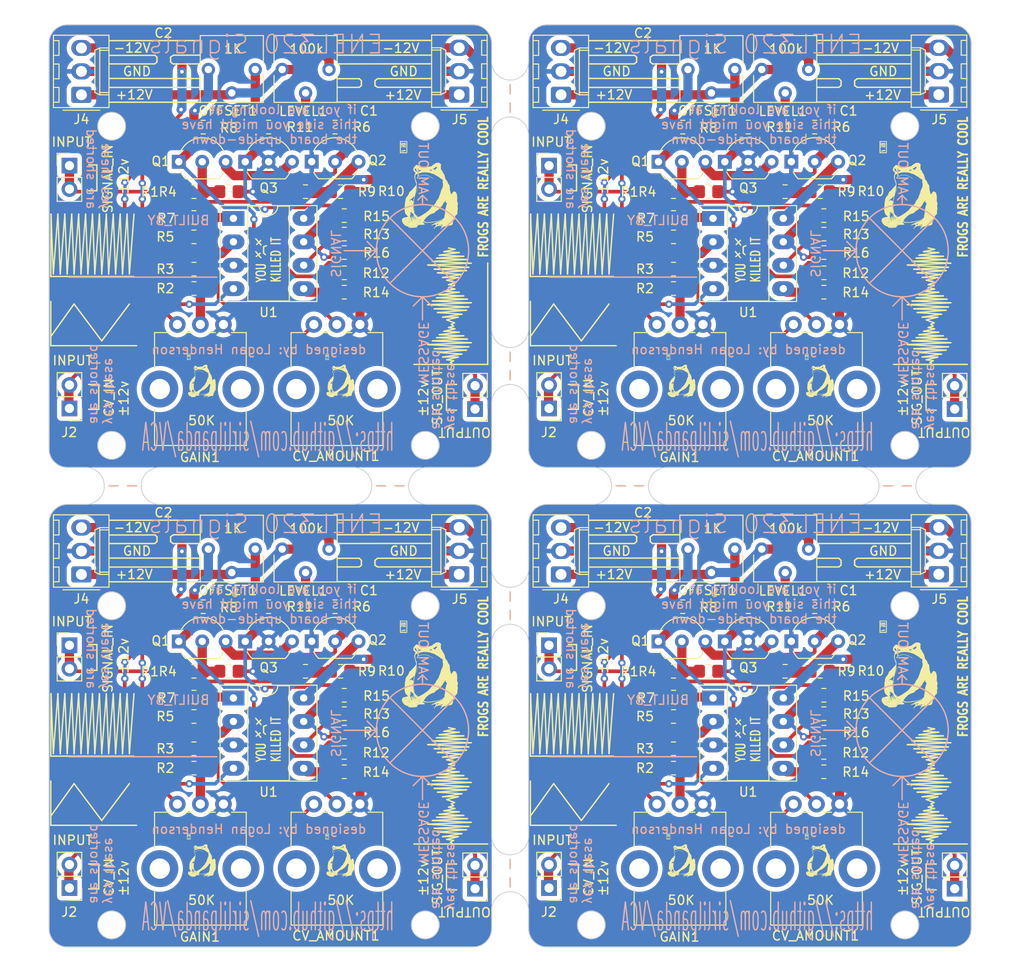
<source format=kicad_pcb>
(kicad_pcb (version 20221018) (generator pcbnew)
  (layers (0 "F.Cu" signal) (31 "B.Cu" signal) (34 "B.Paste" user) (35 "F.Paste" user) (36 "B.SilkS" user "B.Silkscreen") (37 "F.SilkS" user "F.Silkscreen") (38 "B.Mask" user) (39 "F.Mask" user) (44 "Edge.Cuts" user))
  (net 0 "")
  (net 1 "+12V")
  (net 2 "GND")
  (net 3 "-12V")
  (net 4 "carrierSignal")
  (net 5 "controlVoltage")
  (net 6 "AMout")
  (net 7 "Net-(Q1-C)")
  (net 8 "Net-(Q1-B)")
  (net 9 "Net-(Q1-E)")
  (net 10 "Net-(Q2-B)")
  (net 11 "Net-(Q2-E)")
  (net 12 "Net-(Q3-C)")
  (net 13 "Net-(U1B--)")
  (net 14 "Net-(R5-Pad2)")
  (net 15 "Net-(U1A--)")
  (net 16 "Net-(R15-Pad2)")
  (net 17 "Net-(CV_AMOUNT1-Pad2)")
  (net 18 "Net-(GAIN1-Pad2)")
  (net 19 "Net-(LEVEL1-Pad2)")
  (net 20 "Net-(OFFSET1-Pad1)")
  (net 21 "Net-(OFFSET1-Pad3)")
  (net 22 "Net-(U1B-+)")
  (footprint "Resistor_SMD:R_0805_2012Metric_Pad1.20x1.40mm_HandSolder" (layer "F.Cu") (at 109.019999 126.7)
    (fp_text reference "R16")
    (fp_text value "1k")
  )
  (footprint "Package_TO_SOT_THT:TO-92_Inline_Wide" (layer "F.Cu") (at 157.49 64.85)
    (fp_text reference "Q2")
    (fp_text value "BC547")
  )
  (footprint "Resistor_SMD:R_0805_2012Metric_Pad1.20x1.40mm_HandSolder" (layer "F.Cu") (at 109.02 70.7 180)
    (fp_text reference "R15")
    (fp_text value "220k")
  )
  (footprint "Resistor_SMD:R_0805_2012Metric_Pad1.20x1.40mm_HandSolder" (layer "F.Cu") (at 160.02 61.1)
    (fp_text reference "R6")
    (fp_text value "22k")
  )
  (footprint "Package_TO_SOT_THT:TO-92_Inline_Wide" (layer "F.Cu") (at 143.08 116.86)
    (fp_text reference "Q1")
    (fp_text value "BC547")
  )
  (footprint "Connector_PinHeader_2.54mm:PinHeader_1x02_P2.54mm_Vertical" (layer "F.Cu") (at 79.222943 143.6 180)
    (fp_text reference "J2")
    (fp_text value "Conn_01x02_Socket")
  )
  (footprint "Resistor_SMD:R_0805_2012Metric_Pad1.20x1.40mm_HandSolder" (layer "F.Cu") (at 148.52 68.1)
    (fp_text reference "R4")
    (fp_text value "1K")
  )
  (footprint "Potentiometer_THT:Potentiometer_Bourns_PTV09A-1_Single_Vertical" (layer "F.Cu") (at 90.92 82.5 -90)
    (fp_text reference "GAIN1")
    (fp_text value "50k")
  )
  (footprint "Potentiometer_THT:Potentiometer_Vishay_T73YP_Vertical" (layer "F.Cu") (at 94.285 54.855 -90)
    (fp_text reference "OFFSET1")
    (fp_text value "1k")
  )
  (footprint "Resistor_SMD:R_0805_2012Metric_Pad1.20x1.40mm_HandSolder" (layer "F.Cu") (at 145.72 61.1)
    (fp_text reference "R8")
    (fp_text value "10k")
  )
  (footprint "Resistor_SMD:R_0805_2012Metric_Pad1.20x1.40mm_HandSolder" (layer "F.Cu") (at 144.72 130.6 180)
    (fp_text reference "R2")
    (fp_text value "100k")
  )
  (footprint "Resistor_SMD:R_0805_2012Metric_Pad1.20x1.40mm_HandSolder" (layer "F.Cu") (at 108.019999 113.1)
    (fp_text reference "R6")
    (fp_text value "22k")
  )
  (footprint "Capacitor_SMD:C_0805_2012Metric_Pad1.18x1.45mm_HandSolder" (layer "F.Cu") (at 163.615 56.3375 90)
    (fp_text reference "C1")
    (fp_text value "100n")
  )
  (footprint "Connector_Molex:Molex_KK-254_AE-6410-03A_1x03_P2.54mm_Vertical" (layer "F.Cu") (at 132.52 109.6 90)
    (fp_text reference "J4")
    (fp_text value "Conn_01x03_Female")
  )
  (footprint "Connector_PinHeader_2.54mm:PinHeader_1x02_P2.54mm_Vertical" (layer "F.Cu") (at 131.222944 143.6 180)
    (fp_text reference "J2")
    (fp_text value "Conn_01x02_Socket")
  )
  (footprint "footprints.kicad_mod:frog2" (layer "F.Cu") (at 108.5 88)
    (fp_text reference "G***" hide)
    (fp_text value "LOGO" hide)
  )
  (footprint "Package_TO_SOT_THT:TO-92_Inline_Wide" (layer "F.Cu") (at 105.489999 116.85)
    (fp_text reference "Q2")
    (fp_text value "BC547")
  )
  (footprint "footprints.kicad_mod:frog2" (layer "F.Cu") (at 145.5 88)
    (fp_text reference "G***" hide)
    (fp_text value "LOGO" hide)
  )
  (footprint "Resistor_SMD:R_0805_2012Metric_Pad1.20x1.40mm_HandSolder" (layer "F.Cu") (at 108.02 61.1)
    (fp_text reference "R6")
    (fp_text value "22k")
  )
  (footprint "Resistor_SMD:R_0805_2012Metric_Pad1.20x1.40mm_HandSolder" (layer "F.Cu") (at 96.52 68.1)
    (fp_text reference "R4")
    (fp_text value "1K")
  )
  (footprint "Potentiometer_THT:Potentiometer_Bourns_PTV09A-1_Single_Vertical" (layer "F.Cu") (at 105.719999 134.5 -90)
    (fp_text reference "CV_AMOUNT1")
    (fp_text value "50k")
  )
  (footprint "Resistor_SMD:R_0805_2012Metric_Pad1.20x1.40mm_HandSolder" (layer "F.Cu") (at 93.719999 113.1)
    (fp_text reference "R8")
    (fp_text value "10k")
  )
  (footprint "Resistor_SMD:R_0805_2012Metric_Pad1.20x1.40mm_HandSolder" (layer "F.Cu") (at 100.82 61.1)
    (fp_text reference "R11")
    (fp_text value "10k")
  )
  (footprint "Resistor_SMD:R_0805_2012Metric_Pad1.20x1.40mm_HandSolder" (layer "F.Cu") (at 92.72 78.6 180)
    (fp_text reference "R2")
    (fp_text value "100k")
  )
  (footprint "Potentiometer_THT:Potentiometer_Vishay_T73YP_Vertical" (layer "F.Cu") (at 146.285 54.855 -90)
    (fp_text reference "OFFSET1")
    (fp_text value "1k")
  )
  (footprint "Capacitor_SMD:C_0805_2012Metric_Pad1.18x1.45mm_HandSolder" (layer "F.Cu") (at 163.615 108.3375 90)
    (fp_text reference "C1")
    (fp_text value "100n")
  )
  (footprint "Capacitor_SMD:C_0805_2012Metric_Pad1.18x1.45mm_HandSolder" (layer "F.Cu") (at 89.449999 105.775 90)
    (fp_text reference "C2")
    (fp_text value "100n")
  )
  (footprint "Connector_PinHeader_2.54mm:PinHeader_1x02_P2.54mm_Vertical" (layer "F.Cu") (at 79.222944 91.6 180)
    (fp_text reference "J2")
    (fp_text value "Conn_01x02_Socket")
  )
  (footprint "Connector_PinHeader_2.54mm:PinHeader_1x02_P2.54mm_Vertical" (layer "F.Cu") (at 123.199999 143.675 180)
    (fp_text reference "J3" hide)
    (fp_text value "Conn_01x02_Socket")
  )
  (footprint "Resistor_SMD:R_0805_2012Metric_Pad1.20x1.40mm_HandSolder" (layer "F.Cu") (at 108.619999 120.1)
    (fp_text reference "R10")
    (fp_text value "10k")
  )
  (footprint "Resistor_SMD:R_0805_2012Metric_Pad1.20x1.40mm_HandSolder" (layer "F.Cu") (at 145.72 113.1)
    (fp_text reference "R8")
    (fp_text value "10k")
  )
  (footprint "Capacitor_SMD:C_0805_2012Metric_Pad1.18x1.45mm_HandSolder" (layer "F.Cu") (at 111.614999 108.3375 90)
    (fp_text reference "C1")
    (fp_text value "100n")
  )
  (footprint "Resistor_SMD:R_0805_2012Metric_Pad1.20x1.40mm_HandSolder" (layer "F.Cu") (at 92.72 68.1)
    (fp_text reference "R1")
    (fp_text value "220k")
  )
  (footprint "Package_TO_SOT_THT:TO-92_Inline_Wide" (layer "F.Cu") (at 105.49 64.85)
    (fp_text reference "Q2")
    (fp_text value "BC547")
  )
  (footprint "Resistor_SMD:R_0805_2012Metric_Pad1.20x1.40mm_HandSolder" (layer "F.Cu") (at 156.82 120.1)
    (fp_text reference "R9")
    (fp_text value "22k")
  )
  (footprint "Resistor_SMD:R_0805_2012Metric_Pad1.20x1.40mm_HandSolder" (layer "F.Cu") (at 160.62 120.1)
    (fp_text reference "R10")
    (fp_text value "10k")
  )
  (footprint "Connector_Molex:Molex_KK-254_AE-6410-03A_1x03_P2.54mm_Vertical" (layer "F.Cu") (at 120.13 57.58 90)
    (fp_text reference "J5")
    (fp_text value "Conn_01x03_Female")
  )
  (footprint "Resistor_SMD:R_0805_2012Metric_Pad1.20x1.40mm_HandSolder" (layer "F.Cu") (at 144.72 68.1)
    (fp_text reference "R1")
    (fp_text value "220k")
  )
  (footprint "Resistor_SMD:R_0805_2012Metric_Pad1.20x1.40mm_HandSolder" (layer "F.Cu") (at 92.719999 122.9 180)
    (fp_text reference "R7")
    (fp_text value "22k")
  )
  (footprint "Potentiometer_THT:Potentiometer_Vishay_T73YP_Vertical" (layer "F.Cu") (at 154.285 106.855 -90)
    (fp_text reference "LEVEL1")
    (fp_text value "100k")
  )
  (footprint "footprints.kicad_mod:frog2" (layer "F.Cu") (at 93.499999 140)
    (fp_text reference "G***" hide)
    (fp_text value "LOGO" hide)
  )
  (footprint "footprints.kicad_mod:frog3" (layer "F.Cu") (at 118.126122 67.257504)
    (fp_text reference "FROGS ARE REALLY COOL")
    (fp_text value "LOGO" hide)
  )
  (footprint "Resistor_SMD:R_0805_2012Metric_Pad1.20x1.40mm_HandSolder" (layer "F.Cu") (at 92.719999 125)
    (fp_text reference "R5")
    (fp_text value "47k")
  )
  (footprint "Resistor_SMD:R_0805_2012Metric_Pad1.20x1.40mm_HandSolder" (layer "F.Cu") (at 144.72 76.5 180)
    (fp_text reference "R3")
    (fp_text value "100k")
  )
  (footprint "Potentiometer_THT:Potentiometer_Vishay_T73YP_Vertical" (layer "F.Cu") (at 102.284999 106.855 -90)
    (fp_text reference "LEVEL1")
    (fp_text value "100k")
  )
  (footprint "Connector_PinHeader_2.54mm:PinHeader_1x02_P2.54mm_Vertical" (layer "F.Cu") (at 79.222944 65.28)
    (fp_text reference "J1" hide)
    (fp_text value "Conn_01x02_Socket")
  )
  (footprint "Potentiometer_THT:Potentiometer_Vishay_T73YP_Vertical" (layer "F.Cu") (at 94.284999 106.855 -90)
    (fp_text reference "OFFSET1")
    (fp_text value "1k")
  )
  (footprint "Package_DIP:DIP-8_W7.62mm_Socket_LongPads" (layer "F.Cu") (at 97 71)
    (fp_text reference "U1")
    (fp_text value "TL072")
  )
  (footprint "Resistor_SMD:R_0805_2012Metric_Pad1.20x1.40mm_HandSolder" (layer "F.Cu") (at 144.72 125)
    (fp_text reference "R5")
    (fp_text value "47k")
  )
  (footprint "Capacitor_SMD:C_0805_2012Metric_Pad1.18x1.45mm_HandSolder" (layer "F.Cu") (at 141.45 53.775 90)
    (fp_text reference "C2")
    (fp_text value "100n")
  )
  (footprint "Connector_PinHeader_2.54mm:PinHeader_1x02_P2.54mm_Vertical" (layer "F.Cu") (at 131.222944 117.28)
    (fp_text reference "J1" hide)
    (fp_text value "Conn_01x02_Socket")
  )
  (footprint "Resistor_SMD:R_0805_2012Metric_Pad1.20x1.40mm_HandSolder" (layer "F.Cu") (at 144.72 70.9 180)
    (fp_text reference "R7")
    (fp_text value "22k")
  )
  (footprint "Resistor_SMD:R_0805_2012Metric_Pad1.20x1.40mm_HandSolder" (layer "F.Cu") (at 160.62 68.1)
    (fp_text reference "R10")
    (fp_text value "10k")
  )
  (footprint "Connector_PinHeader_2.54mm:PinHeader_1x02_P2.54mm_Vertical" (layer "F.Cu") (at 79.222943 117.28)
    (fp_text reference "J1" hide)
    (fp_text value "Conn_01x02_Socket")
  )
  (footprint "Resistor_SMD:R_0805_2012Metric_Pad1.20x1.40mm_HandSolder" (layer "F.Cu") (at 152.82 113.1)
    (fp_text reference "R11")
    (fp_text value "10k")
  )
  (footprint "Potentiometer_THT:Potentiometer_Vishay_T73YP_Vertical" (layer "F.Cu") (at 154.285 54.855 -90)
    (fp_text reference "LEVEL1")
    (fp_text value "100k")
  )
  (footprint "Package_TO_SOT_THT:TO-92_Inline_Wide" (layer "F.Cu") (at 91.079999 116.86)
    (fp_text reference "Q1")
    (fp_text value "BC547")
  )
  (footprint "footprints.kicad_mod:frog2" (layer "F.Cu") (at 93.5 88)
    (fp_text reference "G***" hide)
    (fp_text value "LOGO" hide)
  )
  (footprint "Connector_Molex:Molex_KK-254_AE-6410-03A_1x03_P2.54mm_Vertical" (layer "F.Cu") (at 80.519999 109.6 90)
    (fp_text reference "J4")
    (fp_text value "Conn_01x03_Female")
  )
  (footprint "Package_TO_SOT_THT:TO-92_Inline_Wide" (layer "F.Cu") (at 98.279999 116.86)
    (fp_text reference "Q3")
    (fp_text value "BC547")
  )
  (footprint "Connector_PinHeader_2.54mm:PinHeader_1x02_P2.54mm_Vertical" (layer "F.Cu") (at 175.2 91.675 180)
    (fp_text reference "J3" hide)
    (fp_text value "Conn_01x02_Socket")
  )
  (footprint "Package_TO_SOT_THT:TO-92_Inline_Wide" (layer "F.Cu") (at 143.08 64.86)
    (fp_text reference "Q1")
    (fp_text value "BC547")
  )
  (footprint "Capacitor_SMD:C_0805_2012Metric_Pad1.18x1.45mm_HandSolder" (layer "F.Cu") (at 141.45 105.775 90)
    (fp_text reference "C2")
    (fp_text value "100n")
  )
  (footprint "Package_DIP:DIP-8_W7.62mm_Socket_LongPads" (layer "F.Cu") (at 149 71)
    (fp_text reference "U1")
    (fp_text value "TL072")
  )
  (footprint "Resistor_SMD:R_0805_2012Metric_Pad1.20x1.40mm_HandSolder" (layer "F.Cu") (at 104.82 68.1)
    (fp_text reference "R9")
    (fp_text value "22k")
  )
  (footprint "Resistor_SMD:R_0805_2012Metric_Pad1.20x1.40mm_HandSolder" (layer "F.Cu") (at 109.019999 128.9 180)
    (fp_text reference "R12")
    (fp_text value "10k")
  )
  (footprint "Connector_PinHeader_2.54mm:PinHeader_1x02_P2.54mm_Vertical" (layer "F.Cu") (at 131.222944 91.6 180)
    (fp_text reference "J2")
    (fp_text value "Conn_01x02_Socket")
  )
  (footprint "Resistor_SMD:R_0805_2012Metric_Pad1.20x1.40mm_HandSolder" (layer "F.Cu") (at 92.72 76.5 180)
    (fp_text reference "R3")
    (fp_text value "100k")
  )
  (footprint "Resistor_SMD:R_0805_2012Metric_Pad1.20x1.40mm_HandSolder" (layer "F.Cu") (at 148.52 120.1)
    (fp_text reference "R4")
    (fp_text value "1K")
  )
  (footprint "Resistor_SMD:R_0805_2012Metric_Pad1.20x1.40mm_HandSolder" (layer "F.Cu") (at 100.819999 113.1)
    (fp_text reference "R11")
    (fp_text value "10k")
  )
  (footprint "Resistor_SMD:R_0805_2012Metric_Pad1.20x1.40mm_HandSolder" (layer "F.Cu") (at 92.719999 130.6 180)
    (fp_text reference "R2")
    (fp_text value "100k")
  )
  (footprint "Resistor_SMD:R_0805_2012Metric_Pad1.20x1.40mm_HandSolder" (layer "F.Cu") (at 161.02 126.7)
    (fp_text reference "R16")
    (fp_text value "1k")
  )
  (footprint "Potentiometer_THT:Potentiometer_Bourns_PTV09A-1_Single_Vertical" (layer "F.Cu") (at 142.92 82.5 -90)
    (fp_text reference "GAIN1")
    (fp_text value "50k")
  )
  (footprint "Package_TO_SOT_THT:TO-92_Inline_Wide" (layer "F.Cu") (at 98.28 64.86)
    (fp_text reference "Q3")
    (fp_text value "BC547")
  )
  (footprint "Resistor_SMD:R_0805_2012Metric_Pad1.20x1.40mm_HandSolder" (layer "F.Cu") (at 109.02 76.9 180)
    (fp_text reference "R12")
    (fp_text value "10k")
  )
  (footprint "Connector_PinHeader_2.54mm:PinHeader_1x02_P2.54mm_Vertical" (layer "F.Cu") (at 131.222944 65.28)
    (fp_text reference "J1" hide)
    (fp_text value "Conn_01x02_Socket")
  )
  (footprint "Resistor_SMD:R_0805_2012Metric_Pad1.20x1.40mm_HandSolder" (layer "F.Cu") (at 109.019999 131 180)
    (fp_text reference "R14")
    (fp_text value "220k")
  )
  (footprint "Resistor_SMD:R_0805_2012Metric_Pad1.20x1.40mm_HandSolder" (layer "F.Cu") (at 92.72 73)
    (fp_text reference "R5")
    (fp_text value "47k")
  )
  (footprint "footprints.kicad_mod:frog2" (layer "F.Cu") (at 108.499999 140)
    (fp_text reference "G***" hide)
    (fp_text value "LOGO" hide)
  )
  (footprint "Resistor_SMD:R_0805_2012Metric_Pad1.20x1.40mm_HandSolder" (layer "F.Cu") (at 144.72 73)
    (fp_text reference "R5")
    (fp_text value "47k")
  )
  (footprint "Resistor_SMD:R_0805_2012Metric_Pad1.20x1.40mm_HandSolder" (layer "F.Cu") (at 109.019999 124.7 180)
    (fp_text reference "R13")
    (fp_text value "10k")
  )
  (footprint "Resistor_SMD:R_0805_2012Metric_Pad1.20x1.40mm_HandSolder" (layer "F.Cu") (at 109.02 72.7 180)
    (fp_text reference "R13")
    (fp_text value "10k")
  )
  (footprint "Connector_Molex:Molex_KK-254_AE-6410-03A_1x03_P2.54mm_Vertical" (layer "F.Cu") (at 172.13 109.58 90)
    (fp_text reference "J5")
    (fp_text value "Conn_01x03_Female")
  )
  (footprint "Resistor_SMD:R_0805_2012Metric_Pad1.20x1.40mm_HandSolder" (layer "F.Cu") (at 109.02 79 180)
    (fp_text reference "R14")
    (fp_text value "220k")
  )
  (footprint "Potentiometer_THT:Potentiometer_Bourns_PTV09A-1_Single_Vertical" (layer "F.Cu") (at 142.92 134.5 -90)
    (fp_text reference "GAIN1")
    (fp_text value "50k")
  )
  (footprint "Resistor_SMD:R_0805_2012Metric_Pad1.20x1.40mm_HandSolder" (layer "F.Cu") (at 144.72 78.6 180)
    (fp_text reference "R2")
    (fp_text value "100k")
  )
  (footprint "Connector_Molex:Molex_KK-254_AE-6410-03A_1x03_P2.54mm_Vertical" (layer "F.Cu") (at 80.52 57.6 90)
    (fp_text reference "J4")
    (fp_text value "Conn_01x03_Female")
  )
  (footprint "Package_TO_SOT_THT:TO-92_Inline_Wide" (layer "F.Cu") (at 150.28 116.86)
    (fp_text reference "Q3")
    (fp_text value "BC547")
  )
  (footprint "Resistor_SMD:R_0805_2012Metric_Pad1.20x1.40mm_HandSolder" (layer "F.Cu") (at 92.72 70.9 180)
    (fp_text reference "R7")
    (fp_text value "22k")
  )
  (footprint "Potentiometer_THT:Potentiometer_Vishay_T73YP_Vertical" (layer "F.Cu") (at 146.285 106.855 -90)
    (fp_text reference "OFFSET1")
    (fp_text value "1k")
  )
  (footprint "Package_TO_SOT_THT:TO-92_Inline_Wide" (layer "F.Cu") (at 91.08 64.86)
    (fp_text reference "Q1")
    (fp_text value "BC547")
  )
  (footprint "footprints.kicad_mod:frog3" (layer "F.Cu") (at 118.126121 119.257504)
    (fp_text reference "FROGS ARE REALLY COOL")
    (fp_text value "LOGO" hide)
  )
  (footprint "Resistor_SMD:R_0805_2012Metric_Pad1.20x1.40mm_HandSolder" (layer "F.Cu") (at 144.72 122.9 180)
    (fp_text reference "R7")
    (fp_text value "22k")
  )
  (footprint "Resistor_SMD:R_0805_2012Metric_Pad1.20x1.40mm_HandSolder" (layer "F.Cu") (at 161.02 72.7 180)
    (fp_text reference "R13")
    (fp_text value "10k")
  )
  (footprint "Connector_Molex:Molex_KK-254_AE-6410-03A_1x03_P2.54mm_Vertical" (layer "F.Cu") (at 172.13 57.58 90)
    (fp_text reference "J5")
    (fp_text value "Conn_01x03_Female")
  )
  (footprint "Resistor_SMD:R_0805_2012Metric_Pad1.20x1.40mm_HandSolder" (layer "F.Cu") (at 92.719999 128.5 180)
    (fp_text reference "R3")
    (fp_text value "100k")
  )
  (footprint "Resistor_SMD:R_0805_2012Metric_Pad1.20x1.40mm_HandSolder" (layer "F.Cu") (at 161.02 122.7 180)
    (fp_text reference "R15")
    (fp_text value "220k")
  )
  (footprint "Resistor_SMD:R_0805_2012Metric_Pad1.20x1.40mm_HandSolder" (layer "F.Cu") (at 152.82 61.1)
    (fp_text reference "R11")
    (fp_text value "10k")
  )
  (footprint "Potentiometer_THT:Potentiometer_Bourns_PTV09A-1_Single_Vertical" (layer "F.Cu") (at 157.72 134.5 -90)
    (fp_text reference "CV_AMOUNT1")
    (fp_text value "50k")
  )
  (footprint "Resistor_SMD:R_0805_2012Metric_Pad1.20x1.40mm_HandSolder" (layer "F.Cu") (at 156.82 68.1)
    (fp_text reference "R9")
    (fp_text value "22k")
  )
  (footprint "Resistor_SMD:R_0805_2012Metric_Pad1.20x1.40mm_HandSolder" (layer "F.Cu") (at 160.02 113.1)
    (fp_text reference "R6")
    (fp_text value "22k")
  )
  (footprint "Package_DIP:DIP-8_W7.62mm_Socket_LongPads" (layer "F.Cu") (at 96.999999 123)
    (fp_text reference "U1")
    (fp_text value "TL072")
  )
  (footprint "Resistor_SMD:R_0805_2012Metric_Pad1.20x1.40mm_HandSolder" (layer "F.Cu") (at 92.719999 120.1)
    (fp_text reference "R1")
    (fp_text value "220k")
  )
  (footprint "Resistor_SMD:R_0805_2012Metric_Pad1.20x1.40mm_HandSolder" (layer "F.Cu") (at 144.72 128.5 180)
    (fp_text reference "R3")
    (fp_text value "100k")
  )
  (footprint "Connector_PinHeader_2.54mm:PinHeader_1x02_P2.54mm_Vertical" (layer "F.Cu") (at 123.2 91.675 180)
    (fp_text reference "J3" hide)
    (fp_text value "Conn_01x02_Socket")
  )
  (footprint "Potentiometer_THT:Potentiometer_Bourns_PTV09A-1_Single_Vertical" (layer "F.Cu") (at 90.919999 134.5 -90)
    (fp_text reference "GAIN1")
    (fp_text value "50k")
  )
  (footprint "footprints.kicad_mod:frog2" (layer "F.Cu") (at 160.5 140)
    (fp_text reference "G***" hide)
    (fp_text value "LOGO" hide)
  )
  (footprint "Package_TO_SOT_THT:TO-92_Inline_Wide" (layer "F.Cu") (at 150.28 64.86)
    (fp_text reference "Q3")
    (fp_text value "BC547")
  )
  (footprint "Resistor_SMD:R_0805_2012Metric_Pad1.20x1.40mm_HandSolder" (layer "F.Cu") (at 161.02 76.9 180)
    (fp_text reference "R12")
    (fp_text value "10k")
  )
  (footprint "footprints.kicad_mod:frog3" (layer "F.Cu") (at 170.126122 67.257504)
    (fp_text reference "FROGS ARE REALLY COOL")
    (fp_text value "LOGO" hide)
  )
  (footprint "Package_DIP:DIP-8_W7.62mm_Socket_LongPads" (layer "F.Cu") (at 149 123)
    (fp_text reference "U1")
    (fp_text value "TL072")
  )
  (footprint "Connector_Molex:Molex_KK-254_AE-6410-03A_1x03_P2.54mm_Vertical" (layer "F.Cu") (at 132.52 57.6 90)
    (fp_text reference "J4")
    (fp_text value "Conn_01x03_Female")
  )
  (footprint "Capacitor_SMD:C_0805_2012Metric_Pad1.18x1.45mm_HandSolder" (layer "F.Cu") (at 111.615 56.3375 90)
    (fp_text reference "C1")
    (fp_text value "100n")
  )
  (footprint "Resistor_SMD:R_0805_2012Metric_Pad1.20x1.40mm_HandSolder" (layer "F.Cu") (at 108.62 68.1)
    (fp_text reference "R10")
    (fp_text value "10k")
  )
  (footprint "Potentiometer_THT:Potentiometer_Bourns_PTV09A-1_Single_Vertical" (layer "F.Cu") (at 157.72 82.5 -90)
    (fp_text reference "CV_AMOUNT1")
    (fp_text value "50k")
  )
  (footprint "footprints.kicad_mod:frog2" (layer "F.Cu") (at 160.5 88)
    (fp_text reference "G***" hide)
    (fp_text value "LOGO" hide)
  )
  (footprint "footprints.kicad_mod:frog3" (layer "F.Cu") (at 170.126122 119.257504)
    (fp_text reference "FROGS ARE REALLY COOL")
    (fp_text value "LOGO" hide)
  )
  (footprint "Potentiometer_THT:Potentiometer_Vishay_T73YP_Vertical" (layer "F.Cu") (at 102.285 54.855 -90)
    (fp_text reference "LEVEL1")
    (fp_text value "100k")
  )
  (footprint "Resistor_SMD:R_0805_2012Metric_Pad1.20x1.40mm_HandSolder" (layer "F.Cu") (at 96.519999 120.1)
    (fp_text reference "R4")
    (fp_text value "1K")
  )
  (footprint "Resistor_SMD:R_0805_2012Metric_Pad1.20x1.40mm_HandSolder" (layer "F.Cu") (at 109.02 74.7)
    (fp_text reference "R16")
    (fp_text value "1k")
  )
  (footprint "Resistor_SMD:R_0805_2012Metric_Pad1.20x1.40mm_HandSolder" (layer "F.Cu") (at 161.02 124.7 180)
    (fp_text reference "R13")
    (fp_text value "10k")
  )
  (footprint "Resistor_SMD:R_0805_2012Metric_Pad1.20x1.40mm_HandSolder" (layer "F.Cu") (at 161.02 70.7 180)
    (fp_text reference "R15")
    (fp_text value "220k")
  )
  (footprint "Potentiometer_THT:Potentiometer_Bourns_PTV09A-1_Single_Vertical" (layer "F.Cu") (at 105.72 82.5 -90)
    (fp_text reference "CV_AMOUNT1")
    (fp_text value "50k")
  )
  (footprint "Resistor_SMD:R_0805_2012Metric_Pad1.20x1.40mm_HandSolder" (layer "F.Cu") (at 144.72 120.1)
    (fp_text reference "R1")
    (fp_text value "220k")
  )
  (footprint "Connector_Molex:Molex_KK-254_AE-6410-03A_1x03_P2.54mm_Vertical" (layer "F.Cu") (at 120.129999 109.58 90)
    (fp_text reference "J5")
    (fp_text value "Conn_01x03_Female")
  )
  (footprint "Resistor_SMD:R_0805_2012Metric_Pad1.20x1.40mm_HandSolder" (layer "F.Cu") (at 104.819999 120.1)
    (fp_text reference "R9")
    (fp_text value "22k")
  )
  (footprint "Connector_PinHeader_2.54mm:PinHeader_1x02_P2.54mm_Vertical" (layer "F.Cu") (at 175.2 143.675 180)
    (fp_text reference "J3" hide)
    (fp_text value "Conn_01x02_Socket")
  )
  (footprint "Resistor_SMD:R_0805_2012Metric_Pad1.20x1.40mm_HandSolder" (layer "F.Cu") (at 161.02 74.7)
    (fp_text reference "R16")
    (fp_text value "1k")
  )
  (footprint "Package_TO_SOT_THT:TO-92_Inline_Wide" (layer "F.Cu") (at 157.49 116.85)
    (fp_text reference "Q2")
    (fp_text value "BC547")
  )
  (footprint "Capacitor_SMD:C_0805_2012Metric_Pad1.18x1.45mm_HandSolder" (layer "F.Cu") (at 89.45 53.775 90)
    (fp_text reference "C2")
    (fp_text value "100n")
  )
  (footprint "Resistor_SMD:R_0805_2012Metric_Pad1.20x1.40mm_HandSolder" (layer "F.Cu") (at 93.72 61.1)
    (fp_text reference "R8")
    (fp_text value "10k")
  )
  (footprint "Resistor_SMD:R_0805_2012Metric_Pad1.20x1.40mm_HandSolder" (layer "F.Cu") (at 109.019999 122.7 180)
    (fp_text reference "R15")
    (fp_text value "220k")
  )
  (footprint "Resistor_SMD:R_0805_2012Metric_Pad1.20x1.40mm_HandSolder" (layer "F.Cu") (at 161.02 128.9 180)
    (fp_text reference "R12")
    (fp_text value "10k")
  )
  (footprint "Resistor_SMD:R_0805_2012Metric_Pad1.20x1.40mm_HandSolder" (layer "F.Cu") (at 161.02 79 180)
    (fp_text reference "R14")
    (fp_text value "220k")
  )
  (footprint "Resistor_SMD:R_0805_2012Metric_Pad1.20x1.40mm_HandSolder" (layer "F.Cu") (at 161.02 131 180)
    (fp_text reference "R14")
    (fp_text value "220k")
  )
  (footprint "footprints.kicad_mod:frog2" (layer "F.Cu") (at 145.5 140)
    (fp_text reference "G***" hide)
    (fp_text value "LOGO" hide)
  )
  (gr_line (start 117.499999 131.5) (end 117.499999 134) (stroke (width 0.15)) (layer "B.SilkS"))
  (gr_line (start 84 100) (end 83.5 100) (stroke (width 0.15)) (layer "B.SilkS"))
  (gr_line (start 117.5 69) (end 117.5 68.5) (stroke (width 0.15)) (layer "B.SilkS"))
  (gr_line (start 170.5 100) (end 169.5 100) (stroke (width 0.15)) (layer "B.SilkS"))
  (gr_line (start 164.5 126.5) (end 163.5 125.5) (stroke (width 0.15)) (layer "B.SilkS"))
  (gr_line (start 117.5 69.5) (end 117.5 69) (stroke (width 0.15)) (layer "B.SilkS"))
  (gr_line (start 169.5 131.5) (end 168.5 132.5) (stroke (width 0.15)) (layer "B.SilkS"))
  (gr_line (start 121 71) (end 114 78) (stroke (width 0.15)) (layer "B.SilkS"))
  (gr_line (start 114 71) (end 121 78) (stroke (width 0.15)) (layer "B.SilkS"))
  (gr_line (start 84.5 100) (end 84 100) (stroke (width 0.15)) (layer "B.SilkS"))
  (gr_line (start 139 100) (end 138.5 100) (stroke (width 0.15)) (layer "B.SilkS"))
  (gr_line (start 117.499999 121.5) (end 117.499999 121) (stroke (width 0.15)) (layer "B.SilkS"))
  (gr_line (start 164.5 126.5) (end 163.5 127.5) (stroke (width 0.15)) (layer "B.SilkS"))
  (gr_line (start 141.5 100) (end 140.5 100) (stroke (width 0.15)) (layer "B.SilkS"))
  (gr_line (start 169 121) (end 169.5 120.5) (stroke (width 0.15)) (layer "B.SilkS"))
  (gr_line (start 127 58.5) (end 127 59) (stroke (width 0.15)) (layer "B.SilkS"))
  (gr_line (start 117.499999 131.5) (end 118.499999 132.5) (stroke (width 0.15)) (layer "B.SilkS"))
  (gr_line (start 116.999999 121) (end 117.499999 120.5) (stroke (width 0.15)) (layer "B.SilkS"))
  (gr_line (start 169.5 131.5) (end 169.5 134) (stroke (width 0.15)) (layer "B.SilkS"))
  (gr_line (start 169.5 120.5) (end 170 121) (stroke (width 0.15)) (layer "B.SilkS"))
  (gr_line (start 173 123) (end 166 130) (stroke (width 0.15)) (layer "B.SilkS"))
  (gr_line (start 117.5 79.5) (end 118.5 80.5) (stroke (width 0.15)) (layer "B.SilkS"))
  (gr_line (start 169 69) (end 169.5 68.5) (stroke (width 0.15)) (layer "B.SilkS"))
  (gr_circle (center 169.5 74.5) (end 174.5 74.5) (stroke (width 0.15)) (fill none) (layer "B.SilkS"))
  (gr_line (start 113.5 100) (end 113 100) (stroke (width 0.15)) (layer "B.SilkS"))
  (gr_line (start 117.5 79.5) (end 116.5 80.5) (stroke (width 0.15)) (layer "B.SilkS"))
  (gr_line (start 169.5 69.5) (end 169.5 69) (stroke (width 0.15)) (layer "B.SilkS"))
  (gr_line (start 169.5 68.5) (end 170 69) (stroke (width 0.15)) (layer "B.SilkS"))
  (gr_line (start 112.5 74.5) (end 111.5 75.5) (stroke (width 0.15)) (layer "B.SilkS"))
  (gr_line (start 117.5 68.5) (end 118 69) (stroke (width 0.15)) (layer "B.SilkS"))
  (gr_line (start 127 142.5) (end 127 143) (stroke (width 0.15)) (layer "B.SilkS"))
  (gr_line (start 120.999999 123) (end 113.999999 130) (stroke (width 0.15)) (layer "B.SilkS"))
  (gr_line (start 112.5 74.5) (end 109 74.5) (stroke (width 0.15)) (layer "B.SilkS"))
  (gr_line (start 166 123) (end 173 130) (stroke (width 0.15)) (layer "B.SilkS"))
  (gr_line (start 127 56.5) (end 127 57.5) (stroke (width 0.15)) (layer "B.SilkS"))
  (gr_line (start 113 100) (end 112.5 100) (stroke (width 0.15)) (layer "B.SilkS"))
  (gr_line (start 169.5 69) (end 169.5 68.5) (stroke (width 0.15)) (layer "B.SilkS"))
  (gr_line (start 127 85.5) (end 127 86.5) (stroke (width 0.15)) (layer "B.SilkS"))
  (gr_line (start 168 100) (end 167.5 100) (stroke (width 0.15)) (layer "B.SilkS"))
  (gr_line (start 117.5 79.5) (end 117.5 82) (stroke (width 0.15)) (layer "B.SilkS"))
  (gr_line (start 169.5 79.5) (end 169.5 82) (stroke (width 0.15)) (layer "B.SilkS"))
  (gr_line (start 127 87.5) (end 127 88) (stroke (width 0.15)) (layer "B.SilkS"))
  (gr_line (start 164.5 74.5) (end 163.5 73.5) (stroke (width 0.15)) (layer "B.SilkS"))
  (gr_line (start 139.5 100) (end 139 100) (stroke (width 0.15)) (layer "B.SilkS"))
  (gr_line (start 117.499999 131.5) (end 116.499999 132.5) (stroke (width 0.15)) (layer "B.SilkS"))
  (gr_line (start 169.5 79.5) (end 170.5 80.5) (stroke (width 0.15)) (layer "B.SilkS"))
  (gr_line (start 164.5 126.5) (end 161 126.5) (stroke (width 0.15)) (layer "B.SilkS"))
  (gr_circle (center 117.5 74.5) (end 122.5 74.5) (stroke (width 0.15)) (fill none) (layer "B.SilkS"))
  (gr_line (start 173 71) (end 166 78) (stroke (width 0.15)) (layer "B.SilkS"))
  (gr_line (start 169.5 121) (end 169.5 120.5) (stroke (width 0.15)) (layer "B.SilkS"))
  (gr_line (start 86.5 100) (end 85.5 100) (stroke (width 0.15)) (layer "B.SilkS"))
  (gr_circle (center 117.499999 126.5) (end 122.499999 126.5) (stroke (width 0.15)) (fill none) (layer "B.SilkS"))
  (gr_line (start 169.5 131.5) (end 170.5 132.5) (stroke (width 0.15)) (layer "B.SilkS"))
  (gr_line (start 127 140.5) (end 127 141.5) (stroke (width 0.15)) (layer "B.SilkS"))
  (gr_line (start 166 71) (end 173 78) (stroke (width 0.15)) (layer "B.SilkS"))
  (gr_line (start 127 59) (end 127 59.5) (stroke (width 0.15)) (layer "B.SilkS"))
  (gr_line (start 127 143) (end 127 143.5) (stroke (width 0.15)) (layer "B.SilkS"))
  (gr_line (start 112.499999 126.5) (end 108.999999 126.5) (stroke (width 0.15)) (layer "B.SilkS"))
  (gr_line (start 115.5 100) (end 114.5 100) (stroke (width 0.15)) (layer "B.SilkS"))
  (gr_line (start 127 88) (end 127 88.5) (stroke (width 0.15)) (layer "B.SilkS"))
  (gr_line (start 127 114.5) (end 127 113.5) (stroke (width 0.15)) (layer "B.SilkS"))
  (gr_line (start 127 112) (end 127 111.5) (stroke (width 0.15)) (layer "B.SilkS"))
  (gr_line (start 113.999999 123) (end 120.999999 130) (stroke (width 0.15)) (layer "B.SilkS"))
  (gr_line (start 169.5 121.5) (end 169.5 121) (stroke (width 0.15)) (layer "B.SilkS"))
  (gr_line (start 127 112.5) (end 127 112) (stroke (width 0.15)) (layer "B.SilkS"))
  (gr_line (start 117.499999 120.5) (end 117.999999 121) (stroke (width 0.15)) (layer "B.SilkS"))
  (gr_circle (center 169.5 126.5) (end 174.5 126.5) (stroke (width 0.15)) (fill none) (layer "B.SilkS"))
  (gr_line (start 164.5 74.5) (end 161 74.5) (stroke (width 0.15)) (layer "B.SilkS"))
  (gr_line (start 112.499999 126.5) (end 111.499999 125.5) (stroke (width 0.15)) (layer "B.SilkS"))
  (gr_line (start 117 69) (end 117.5 68.5) (stroke (width 0.15)) (layer "B.SilkS"))
  (gr_line (start 117.499999 121) (end 117.499999 120.5) (stroke (width 0.15)) (layer "B.SilkS"))
  (gr_line (start 169.5 79.5) (end 168.5 80.5) (stroke (width 0.15)) (layer "B.SilkS"))
  (gr_line (start 112.499999 126.5) (end 111.499999 127.5) (stroke (width 0.15)) (layer "B.SilkS"))
  (gr_line (start 112.5 74.5) (end 111.5 73.5) (stroke (width 0.15)) (layer "B.SilkS"))
  (gr_line (start 164.5 74.5) (end 163.5 75.5) (stroke (width 0.15)) (layer "B.SilkS"))
  (gr_line (start 168.5 100) (end 168 100) (stroke (width 0.15)) (layer "B.SilkS"))
  (gr_line (start 99.522944 73.83) (end 99.972944 73.38) (stroke (width 0.15)) (layer "F.SilkS"))
  (gr_line (start 99.522943 125.83) (end 99.972943 125.38) (stroke (width 0.15)) (layer "F.SilkS"))
  (gr_line (start 80.222943 122.53) (end 80.472943 129.03) (stroke (width 0.15)) (layer "F.SilkS"))
  (gr_line (start 171.672944 129.405) (end 173.772944 129.08) (stroke (width 0.15)) (layer "F.SilkS"))
  (gr_line (start 171.122944 76.905) (end 174.272944 76.655) (stroke (width 0.15)) (layer "F.SilkS"))
  (gr_line (start 136.972944 129.03) (end 137.472944 122.53) (stroke (width 0.15)) (layer "F.SilkS"))
  (gr_line (start 172.522944 86.63) (end 172.722944 86.78) (stroke (width 0.15)) (layer "F.SilkS"))
  (gr_line (start 99.422944 73.205) (end 99.997944 73.88) (stroke (width 0.15)) (layer "F.SilkS"))
  (gr_line (start 121.122943 129.93) (end 120.122943 129.705) (stroke (width 0.15)) (layer "F.SilkS"))
  (gr_line (start 122.372943 127.455) (end 119.022943 127.305) (stroke (width 0.15)) (layer "F.SilkS"))
  (gr_line (start 122.272943 128.655) (end 118.772943 128.505) (stroke (width 0.15)) (layer "F.SilkS"))
  (gr_line (start 84.972943 129.03) (end 85.472943 122.53) (stroke (width 0.15)) (layer "F.SilkS"))
  (gr_line (start 136.222944 129.03) (end 136.722944 122.53) (stroke (width 0.15)) (layer "F.SilkS"))
  (gr_line (start 121.372943 133.705) (end 119.672943 133.705) (stroke (width 0.15)) (layer "F.SilkS"))
  (gr_line (start 119.122943 137.53) (end 122.272943 137.28) (stroke (width 0.15)) (layer "F.SilkS"))
  (gr_line (start 171.822944 83.23) (end 173.022944 82.98) (stroke (width 0.15)) (layer "F.SilkS"))
  (gr_line (start 121.372944 77.405) (end 119.672944 77.405) (stroke (width 0.15)) (layer "F.SilkS"))
  (gr_line (start 135.525 105.325) (end 140.5 105.32) (stroke (width 0.15)) (layer "F.SilkS"))
  (gr_line (start 173.472944 74.705) (end 171.822944 74.605) (stroke (width 0.15)) (layer "F.SilkS"))
  (gr_line (start 78.722944 70.53) (end 78.972944 77.03) (stroke (width 0.15)) (layer "F.SilkS"))
  (gr_line (start 108.265 55.85) (end 110.645 55.85) (stroke (width 0.15)) (layer "F.SilkS"))
  (gr_line (start 170.47 55.84) (end 164.625 55.85) (stroke (width 0.15)) (layer "F.SilkS"))
  (gr_line (start 129.2 132) (end 129.2 136.8) (stroke (width 0.15)) (layer "F.SilkS"))
  (gr_line (start 119.822944 83.23) (end 121.022944 82.98) (stroke (width 0.15)) (layer "F.SilkS"))
  (gr_line (start 90.439999 106.25) (end 90.184999 106.036252) (stroke (width 0.15)) (layer "F.SilkS"))
  (gr_line (start 118.572943 136.28) (end 122.372943 136.08) (stroke (width 0.15)) (layer "F.SilkS"))
  (gr_line (start 122.272944 80.955) (end 118.772944 80.805) (stroke (width 0.15)) (layer "F.SilkS"))
  (gr_line (start 80.972944 70.53) (end 81.222944 77.03) (stroke (width 0.15)) (layer "F.SilkS"))
  (gr_line (start 133.972944 77.03) (end 134.472944 70.53) (stroke (width 0.15)) (layer "F.SilkS"))
  (gr_line (start 173.372944 129.405) (end 171.672944 129.405) (stroke (width 0.15)) (layer "F.SilkS"))
  (gr_line (start 151.422944 126.605) (end 151.972944 127.255) (stroke (width 0.15)) (layer "F.SilkS"))
  (gr_line (start 93.399999 106.25) (end 90.439999 106.25) (stroke (width 0.15)) (layer "F.SilkS"))
  (gr_line (start 121.772943 133.38) (end 119.122943 133.205) (stroke (width 0.15)) (layer "F.SilkS"))
  (gr_line (start 173.2 141) (end 172.1 141) (stroke (width 0.15)) (layer "F.SilkS"))
  (gr_line (start 170.072944 76.055) (end 174.772944 75.855) (stroke (width 0.15)) (layer "F.SilkS"))
  (gr_line (start 168 100) (end 168.5 100) (stroke (width 0.15)) (layer "F.SilkS"))
  (gr_line (start 78.222944 77.03) (end 78.722944 70.53) (stroke (width 0.15)) (layer "F.SilkS"))
  (gr_line (start 170.072944 84.68) (end 174.772944 84.48) (stroke (width 0.15)) (layer "F.SilkS"))
  (gr_line (start 118.772944 85.13) (end 122.522944 84.93) (stroke (width 0.15)) (layer "F.SilkS"))
  (gr_line (start 130.722944 122.53) (end 130.972944 129.03) (stroke (width 0.15)) (layer "F.SilkS"))
  (gr_line (start 172.622944 82.48) (end 172.972944 82.33) (stroke (width 0.15)) (layer "F.SilkS"))
  (gr_line (start 120.122943 129.705) (end 121.372943 129.405) (stroke (width 0.15)) (layer "F.SilkS"))
  (gr_line (start 174.772944 127.855) (end 170.572944 127.655) (stroke (width 0.15)) (layer "F.SilkS"))
  (gr_line (start 120.972943 130.28) (end 120.322943 130.18) (stroke (width 0.15)) (layer "F.SilkS"))
  (gr_line (start 129.222944 122.53) (end 129.472944 129.03) (stroke (width 0.15)) (layer "F.SilkS"))
  (gr_line (start 118.572943 127.655) (end 122.372943 127.455) (stroke (width 0.15)) (layer "F.SilkS"))
  (gr_line (start 119.672943 129.405) (end 121.772943 129.08) (stroke (width 0.15)) (layer "F.SilkS"))
  (gr_line (start 130.222944 77.03) (end 130.722944 70.53) (stroke (width 0.15)) (layer "F.SilkS"))
  (gr_line (start 120.522943 138.63) (end 120.722943 138.78) (stroke (width 0.15)) (layer "F.SilkS"))
  (gr_line (start 118.469999 105.3) (end 108.264999 105.3) (stroke (width 0.15)) (layer "F.SilkS"))
  (gr_line (start 132.472944 77.03) (end 132.972944 70.53) (stroke (width 0.15)) (layer "F.SilkS"))
  (gr_line (start 120.122944 82.005) (end 121.372944 81.705) (stroke (width 0.15)) (layer "F.SilkS"))
  (gr_line (start 174.272944 80.955) (end 170.772944 80.805) (stroke (width 0.15)) (layer "F.SilkS"))
  (gr_line (start 172.972944 130.28) (end 172.322944 130.18) (stroke (width 0.15)) (layer "F.SilkS"))
  (gr_line (start 83.222943 122.53) (end 83.472943 129.03) (stroke (width 0.15)) (layer "F.SilkS"))
  (gr_line (start 119.322943 135.605) (end 121.472943 135.33) (stroke (width 0.15)) (layer "F.SilkS"))
  (gr_line (start 172.122944 138.33) (end 173.372944 138.03) (stroke (width 0.15)) (layer "F.SilkS"))
  (gr_line (start 116.572944 86.83) (end 124.572944 86.83) (stroke (width 0.15)) (layer "F.SilkS"))
  (gr_line (start 122.372944 79.755) (end 119.022944 79.605) (stroke (width 0.15)) (layer "F.SilkS"))
  (gr_line (start 162.88 56.076248) (end 162.88 56.598752) (stroke (width 0.15)) (layer "F.SilkS"))
  (gr_line (start 77.222944 70.53) (end 77.472944 77.03) (stroke (width 0.15)) (layer "F.SilkS"))
  (gr_line (start 119.322944 79.28) (end 121.472944 79.005) (stroke (width 0.15)) (layer "F.SilkS"))
  (gr_line (start 131.472944 122.53) (end 131.722944 129.03) (stroke (width 0.15)) (layer "F.SilkS"))
  (gr_line (start 172.872944 82.68) (end 172.622944 82.48) (stroke (width 0.15)) (layer "F.SilkS"))
  (gr_line (start 122.772943 136.48) (end 118.572943 136.28) (stroke (width 0.15)) (layer "F.SilkS"))
  (gr_line (start 120.872943 134.68) (end 120.622943 134.48) (stroke (width 0.15)) (layer "F.SilkS"))
  (gr_line (start 120.322943 130.505) (end 120.972943 130.28) (stroke (width 0.15)) (layer "F.SilkS"))
  (gr_line (start 127 141.5) (end 127 140.5) (stroke (width 0.15)) (layer "F.SilkS"))
  (gr_line (start 168.572944 138.83) (end 176.572944 138.83) (stroke (width 0.15)) (layer "F.SilkS"))
  (gr_line (start 136.722944 122.53) (end 136.972944 129.03) (stroke (width 0.15)) (layer "F.SilkS"))
  (gr_line (start 170.47 105.3) (end 160.265 105.3) (stroke (width 0.15)) (layer "F.SilkS"))
  (gr_line (start 119.022944 83.93) (end 121.972944 83.73) (stroke (width 0.15)) (layer "F.SilkS"))
  (gr_line (start 135.55 55.825) (end 145.4 55.83) (stroke (width 0.15)) (layer "F.SilkS"))
  (gr_line (start 119.122943 133.205) (end 122.272943 132.955) (stroke (width 0.15)) (layer "F.SilkS"))
  (gr_line (start 120.322943 130.18) (end 121.122943 129.93) (stroke (width 0.15)) (layer "F.SilkS"))
  (gr_line (start 172.1 141) (end 172.1 143.8) (stroke (width 0.15)) (layer "F.SilkS"))
  (gr_line (start 173.472944 131.005) (end 171.822944 130.905) (stroke (width 0.15)) (layer "F.SilkS"))
  (gr_line (start 162.88 108.598752) (end 162.645 108.79) (stroke (width 0.15)) (layer "F.SilkS"))
  (gr_line (start 120.322943 134.83) (end 120.872943 134.68) (stroke (width 0.15)) (layer "F.SilkS"))
  (gr_line (start 81.222944 77.03) (end 81.722944 70.53) (stroke (width 0.15)) (layer "F.SilkS"))
  (gr_line (start 118.47 58.38) (end 108.265 58.39) (stroke (width 0.15)) (layer "F.SilkS"))
  (gr_line (start 80.222944 70.53) (end 80.472944 77.03) (stroke (width 0.15)) (layer "F.SilkS"))
  (gr_line (start 130.972944 77.03) (end 131.472944 70.53) (stroke (width 0.15)) (layer "F.SilkS"))
  (gr_line (start 121.972943 131.405) (end 119.322943 131.28) (stroke (width 0.15)) (layer "F.SilkS"))
  (gr_line (start 100.472944 74.93) (end 100.272944 74.755) (stroke (width 0.15)) (layer "F.SilkS"))
  (gr_line (start 122.772944 75.855) (end 118.572944 75.655) (stroke (width 0.15)) (layer "F.SilkS"))
  (gr_line (start 170.47 106.24) (end 160.265 106.25) (stroke (width 0.15)) (layer "F.SilkS"))
  (gr_line (start 99.422943 126.605) (end 99.972943 127.255) (stroke (width 0.15)) (layer "F.SilkS"))
  (gr_line (start 162.88 108.076248) (end 162.88 108.598752) (stroke (width 0.15)) (layer "F.SilkS"))
  (gr_line (start 79.722943 132.28) (end 82.722943 136.28) (stroke (width 0.15)) (layer "F.SilkS"))
  (gr_line (start 119.122943 128.905) (end 122.272943 128.655) (stroke (width 0.15)) (layer "F.SilkS"))
  (gr_line (start 119.322943 126.98) (end 121.472943 126.705) (stroke (width 0.15)) (layer "F.SilkS"))
  (gr_line (start 118.072944 80.355) (end 122.772944 80.155) (stroke (width 0.15)) (layer "F.SilkS"))
  (gr_line (start 119.822943 126.605) (end 121.022943 126.355) (stroke (width 0.15)) (layer "F.SilkS"))
  (gr_line (start 121.122944 77.93) (end 120.122944 77.705) (stroke (width 0.15)) (layer "F.SilkS"))
  (gr_line (start 171.022944 135.93) (end 173.972944 135.73) (stroke (width 0.15)) (layer "F.SilkS"))
  (gr_line (start 121.472944 74.705) (end 119.822944 74.605) (stroke (width 0.15)) (layer "F.SilkS"))
  (gr_line (start 151.472944 127.13) (end 151.897944 126.78) (stroke (width 0.15)) (layer "F.SilkS"))
  (gr_line (start 134.722944 77.03) (end 135.222944 70.53) (stroke (width 0.15)) (layer "F.SilkS"))
  (gr_line (start 84.722944 70.53) (end 84.972944 77.03) (stroke (width 0.15)) (layer "F.SilkS"))
  (gr_line (start 77.199999 136.8) (end 86.499999 136.8) (stroke (width 0.15)) (layer "F.SilkS"))
  (gr_line (start 174.372944 131.755) (end 171.022944 131.605) (stroke (width 0.15)) (layer "F.SilkS"))
  (gr_line (start 99.422943 125.205) (end 99.997943 125.88) (stroke (width 0.15)) (layer "F.SilkS"))
  (gr_line (start 170.47 58.38) (end 160.265 58.39) (stroke (width 0.15)) (layer "F.SilkS"))
  (gr_line (start 172.322944 78.18) (end 173.122944 77.93) (stroke (width 0.15)) (layer "F.SilkS"))
  (gr_line (start 118.47 53.3) (end 108.265 53.3) (stroke (width 0.15)) (layer "F.SilkS"))
  (gr_line (start 119.672943 138.03) (end 121.772943 137.705) (stroke (width 0.15)) (layer "F.SilkS"))
  (gr_line (start 83.55 55.825) (end 93.4 55.83) (stroke (width 0.15)) (layer "F.SilkS"))
  (gr_line (start 122.772944 80.155) (end 118.572944 79.955) (stroke (width 0.15)) (layer "F.SilkS"))
  (gr_line (start 133.3 89) (end 134.4 89) (stroke (width 0.15)) (layer "F.SilkS"))
  (gr_line (start 122.522943 128.305) (end 118.072943 128.055) (stroke (width 0.15)) (layer "F.SilkS"))
  (gr_line (start 83.222944 70.53) (end 83.472944 77.03) (stroke (width 0.15)) (layer "F.SilkS"))
  (gr_line (start 134.722944 136.28) (end 137.722944 132.28) (stroke (width 0.15)) (layer "F.SilkS"))
  (gr_line (start 122.272943 132.955) (end 118.772943 132.805) (stroke (width 0.15)) (layer "F.SilkS"))
  (gr_line (start 118.572944 75.655) (end 122.372944 75.455) (stroke (width 0.15)) (layer "F.SilkS"))
  (gr_line (start 173.022944 130.655) (end 172.322944 130.505) (stroke (width 0.15)) (layer "F.SilkS"))
  (gr_line (start 170.572944 127.655) (end 174.372944 127.455) (stroke (width 0.15)) (layer "F.SilkS"))
  (gr_line (start 135.472944 129.03) (end 135.972944 122.53) (stroke (width 0.15)) (layer "F.SilkS"))
  (gr_line (start 118.572943 131.955) (end 122.372943 131.755) (stroke (width 0.15)) (layer "F.SilkS"))
  (gr_line (start 77.972943 122.53) (end 78.222943 129.03) (stroke (width 0.15)) (layer "F.SilkS"))
  (gr_line (start 82.722944 77.03) (end 83.222944 70.53) (stroke (width 0.15)) (layer "F.SilkS"))
  (gr_line (start 122.772944 84.48) (end 118.572944 84.28) (stroke (width 0.15)) (layer "F.SilkS"))
  (gr_line (start 119.122944 85.53) (end 122.272944 85.28) (stroke (width 0.15)) (layer "F.SilkS"))
  (gr_line (start 78.222943 129.03) (end 78.722943 122.53) (stroke (width 0.15)) (layer "F.SilkS"))
  (gr_line (start 173.022944 74.355) (end 172.322944 74.205) (stroke (width 0.15)) (layer "F.SilkS"))
  (gr_line (start 100.272943 126.755) (end 100.272943 126.08) (stroke (width 0.15)) (layer "F.SilkS"))
  (gr_line (start 83.55 56.8) (end 93.4 56.8) (stroke (width 0.15)) (layer "F.SilkS"))
  (gr_line (start 127 143) (end 127 142.5) (stroke (width 0.15)) (layer "F.SilkS"))
  (gr_line (start 170.47 107.84) (end 164.625 107.85) (stroke (width 0.15)) (layer "F.SilkS"))
  (gr_line (start 127 88.5) (end 127 88) (stroke (width 0.15)) (layer "F.SilkS"))
  (gr_line (start 172.1 89) (end 172.1 91.8) (stroke (width 0.15)) (layer "F.SilkS"))
  (gr_line (start 77.2 80) (end 77.2 84.8) (stroke (width 0.15)) (layer "F.SilkS"))
  (gr_line (start 172.972944 82.33) (end 172.122944 82.005) (stroke (width 0.15)) (layer "F.SilkS"))
  (gr_line (start 82.722943 136.28) (end 85.722943 132.28) (stroke (width 0.15)) (layer "F.SilkS"))
  (gr_line (start 108.264999 107.85) (end 110.644999 107.85) (stroke (width 0.15)) (layer "F.SilkS"))
  (gr_line (start 174.522944 136.93) (end 170.072944 136.68) (stroke (width 0.15)) (layer "F.SilkS"))
  (gr_line (start 174.772944 75.855) (end 170.572944 75.655) (stroke (width 0.15)) (layer "F.SilkS"))
  (gr_line (start 134.722944 84.28) (end 137.722944 80.28) (stroke (width 0.15)) (layer "F.SilkS"))
  (gr_line (start 120.972944 82.33) (end 120.122944 82.005) (stroke (width 0.15)) (layer "F.SilkS"))
  (gr_line (start 99.472943 127.13) (end 99.897943 126.78) (stroke (width 0.15)) (layer "F.SilkS"))
  (gr_line (start 121.022943 126.355) (end 120.322943 126.205) (stroke (width 0.15)) (layer "F.SilkS"))
  (gr_line (start 134.4 89) (end 134.4 91.7) (stroke (width 0.15)) (layer "F.SilkS"))
  (gr_line (start 170.072944 132.355) (end 174.772944 132.155) (stroke (width 0.15)) (layer "F.SilkS"))
  (gr_line (start 173.772944 133.38) (end 171.122944 133.205) (stroke (width 0.15)) (layer "F.SilkS"))
  (gr_line (start 171.022944 79.605) (end 173.972944 79.405) (stroke (width 0.15)) (layer "F.SilkS"))
  (gr_line (start 145.4 53.3) (end 142.5 53.3) (stroke (width 0.15)) (layer "F.SilkS"))
  (gr_line (start 127 86.5) (end 127 85.5) (stroke (width 0.15)) (layer "F.SilkS"))
  (gr_line (start 110.645 55.85) (end 110.88 56.076248) (stroke (width 0.15)) (layer "F.SilkS"))
  (gr_line (start 170.772944 128.505) (end 174.522944 128.305) (stroke (width 0.15)) (layer "F.SilkS"))
  (gr_line (start 119.022943 127.305) (end 121.972943 127.105) (stroke (width 0.15)) (layer "F.SilkS"))
  (gr_line (start 99.472944 75.13) (end 99.897944 74.78) (stroke (width 0.15)) (layer "F.SilkS"))
  (gr_line (start 170.47 108.78) (end 164.635 108.79) (stroke (width 0.15)) (layer "F.SilkS"))
  (gr_line (start 152.272944 74.08) (end 152.572944 73.955) (stroke (width 0.15)) (layer "F.SilkS"))
  (gr_line (start 174.272944 128.655) (end 170.772944 128.505) (stroke (width 0.15)) (layer "F.SilkS"))
  (gr_line (start 151.422944 74.605) (end 151.972944 75.255) (stroke (width 0.15)) (layer "F.SilkS"))
  (gr_line (start 110.88 56.598752) (end 110.645 56.79) (stroke (width 0.15)) (layer "F.SilkS"))
  (gr_line (start 170.47 110.38) (end 160.265 110.39) (stroke (width 0.15)) (layer "F.SilkS"))
  (gr_line (start 129.222944 70.53) (end 129.472944 77.03) (stroke (width 0.15)) (layer "F.SilkS"))
  (gr_line (start 171.322944 135.605) (end 173.472944 135.33) (stroke (width 0.15)) (layer "F.SilkS"))
  (gr_line (start 171.672944 81.705) (end 173.772944 81.38) (stroke (width 0.15)) (layer "F.SilkS"))
  (gr_line (start 174.272944 132.955) (end 170.772944 132.805) (stroke (width 0.15)) (layer "F.SilkS"))
  (gr_line (start 118.47 55.84) (end 112.625 55.85) (stroke (width 0.15)) (layer "F.SilkS"))
  (gr_line (start 77.222943 122.53) (end 77.472943 129.03) (stroke (width 0.15)) (layer "F.SilkS"))
  (gr_line (start 170.772944 137.13) (end 174.522944 136.93) (stroke (width 0.15)) (layer "F.SilkS"))
  (gr_line (start 131.722944 132.28) (end 134.722944 136.28) (stroke (width 0.15)) (layer "F.SilkS"))
  (gr_line (start 77.199999 132) (end 77.199999 136.8) (stroke (width 0.15)) (layer "F.SilkS"))
  (gr_line (start 170.47 54.24) (end 160.265 54.25) (stroke (width 0.15)) (layer "F.SilkS"))
  (gr_line (start 121.372944 81.705) (end 119.672944 81.705) (stroke (width 0.15)) (layer "F.SilkS"))
  (gr_line (start 172.122944 138.33) (end 172.872944 138.43) (stroke (width 0.15)) (layer "F.SilkS"))
  (gr_line (start 121.772943 129.08) (end 119.122943 128.905) (stroke (width 0.15)) (layer "F.SilkS"))
  (gr_line (start 127 57.5) (end 127 56.5) (stroke (width 0.15)) (layer "F.SilkS"))
  (gr_line (start 120.522944 86.63) (end 120.722944 86.78) (stroke (width 0.15)) (layer "F.SilkS"))
  (gr_line (start 173.772944 129.08) (end 171.122944 128.905) (stroke (width 0.15)) (layer "F.SilkS"))
  (gr_line (start 120.122943 138.33) (end 121.372943 138.03) (stroke (width 0.15)) (layer "F.SilkS"))
  (gr_line (start 136.972944 77.03) (end 137.472944 70.53) (stroke (width 0.15)) (layer "F.SilkS"))
  (gr_line (start 131.722944 77.03) (end 132.222944 70.53) (stroke (width 0.15)) (layer "F.SilkS"))
  (gr_line (start 77.199999 135.8) (end 79.722943 132.28) (stroke (width 0.15)) (layer "F.SilkS"))
  (gr_line (start 130.222944 129.03) (end 130.722944 122.53) (stroke (width 0.15)) (layer "F.SilkS"))
  (gr_line (start 160.265 107.85) (end 162.645 107.85) (stroke (width 0.15)) (layer "F.SilkS"))
  (gr_line (start 133.3 65.2) (end 134.2 65.2) (stroke (width 0.15)) (layer "F.SilkS"))
  (gr_line (start 172.322944 130.505) (end 172.972944 130.28) (stroke (width 0.15)) (layer "F.SilkS"))
  (gr_line (start 119.672943 133.705) (end 121.772943 133.38) (stroke (width 0.15)) (layer "F.SilkS"))
  (gr_line (start 88.499999 105.32) (end 88.714999 105.513748) (stroke (width 0.15)) (layer "F.SilkS"))
  (gr_line (start 137.722944 77.03) (end 138.222944 70.53) (stroke (width 0.15)) (layer "F.SilkS"))
  (gr_line (start 119.122944 76.905) (end 122.272944 76.655) (stroke (width 0.15)) (layer "F.SilkS"))
  (gr_line (start 122.272944 85.28) (end 118.772944 85.13) (stroke (width 0.15)) (layer "F.SilkS"))
  (gr_line (start 93.4 53.3) (end 90.5 53.3) (stroke (width 0.15)) (layer "F.SilkS"))
  (gr_line (start 170.572944 75.655) (end 174.372944 75.455) (stroke (width 0.15)) (layer "F.SilkS"))
  (gr_line (start 133.972944 129.03) (end 134.472944 122.53) (stroke (width 0.15)) (layer "F.SilkS"))
  (gr_line (start 140.5 53.32) (end 140.715 53.513748) (stroke (width 0.15)) (layer "F.SilkS"))
  (gr_line (start 173.472944 135.33) (end 171.822944 135.23) (stroke (width 0.15)) (layer "F.SilkS"))
  (gr_line (start 174.372944 136.08) (end 171.022944 135.93) (stroke (width 0.15)) (layer "F.SilkS"))
  (gr_line (start 120.622944 82.48) (end 120.972944 82.33) (stroke (width 0.15)) (layer "F.SilkS"))
  (gr_line (start 173.472944 83.33) (end 171.822944 83.23) (stroke (width 0.15)) (layer "F.SilkS"))
  (gr_line (start 170.072944 136.68) (end 174.772944 136.48) (stroke (width 0.15)) (layer "F.SilkS"))
  (gr_line (start 110.879999 108.076248) (end 110.879999 108.598752) (stroke (width 0.15)) (layer "F.SilkS"))
  (gr_line (start 172.872944 138.43) (end 172.522944 138.63) (stroke (width 0.15)) (layer "F.SilkS"))
  (gr_line (start 90.185 53.513748) (end 90.185 54.036252) (stroke (width 0.15)) (layer "F.SilkS"))
  (gr_line (start 134.2 65.2) (end 134.2 68) (stroke (width 0.15)) (layer "F.SilkS"))
  (gr_line (start 121.022944 74.355) (end 120.322944 74.205) (stroke (width 0.15)) (layer "F.SilkS"))
  (gr_line (start 129.2 80) (end 129.2 84.8) (stroke (width 0.15)) (layer "F.SilkS"))
  (gr_line (start 135.472944 77.03) (end 135.972944 70.53) (stroke (width 0.15)) (layer "F.SilkS"))
  (gr_line (start 122.372943 136.08) (end 119.022943 135.93) (stroke (width 0.15)) (layer "F.SilkS"))
  (gr_line (start 162.88 56.598752) (end 162.645 56.79) (stroke (width 0.15)) (layer "F.SilkS"))
  (gr_line (start 173.472944 79.005) (end 171.822944 78.905) (stroke (width 0.15)) (layer "F.SilkS"))
  (gr_line (start 145.4 51.72) (end 135.525 51.725) (stroke (width 0.15)) (layer "F.SilkS"))
  (gr_line (start 118.772944 76.505) (end 122.522944 76.305) (stroke (width 0.15)) (layer "F.SilkS"))
  (gr_line (start 118.072943 132.355) (end 122.772943 132.155) (stroke (width 0.15)) (layer "F.SilkS"))
  (gr_line (start 135.515 110.4) (end 145.4 110.4) (stroke (width 0.15)) (layer "F.SilkS"))
  (gr_line (start 79.472943 122.53) (end 79.722943 129.03) (stroke (width 0.15)) (layer "F.SilkS"))
  (gr_line (start 118.469999 108.78) (end 112.634999 108.79) (stroke (width 0.15)) (layer "F.SilkS"))
  (gr_line (start 173.2 89) (end 172.1 89) (stroke (width 0.15)) (layer "F.SilkS"))
  (gr_line (start 134.2 68) (end 133.3 68) (stroke (width 0.15)) (layer "F.SilkS"))
  (gr_line (start 82.2 68) (end 81.3 68) (stroke (width 0.15)) (layer "F.SilkS"))
  (gr_line (start 88.714999 105.513748) (end 88.714999 106.036252) (stroke (width 0.15)) (layer "F.SilkS"))
  (gr_line (start 127 86.5) (end 127 85.5) (stroke (width 0.15)) (layer "F.SilkS"))
  (gr_line (start 129.2 129.3) (end 138.2 129.3) (stroke (width 0.15)) (layer "F.SilkS"))
  (gr_line (start 120.872944 86.43) (end 120.522944 86.63) (stroke (width 0.15)) (layer "F.SilkS"))
  (gr_line (start 83.972943 122.53) (end 84.222943 129.03) (stroke (width 0.15)) (layer "F.SilkS"))
  (gr_line (start 82.472943 122.53) (end 82.722943 129.03) (stroke (width 0.15)) (layer "F.SilkS"))
  (gr_line (start 171.122944 137.53) (end 174.272944 137.28) (stroke (width 0.15)) (layer "F.SilkS"))
  (gr_line (start 142.44 54.25) (end 142.185 54.036252) (stroke (width 0.15)) (layer "F.SilkS"))
  (gr_line (start 83.515 58.4) (end 93.4 58.4) (stroke (width 0.15)) (layer "F.SilkS"))
  (gr_line (start 81.3 91.7) (end 82.4 91.7) (stroke (width 0.15)) (layer "F.SilkS"))
  (gr_line (start 129.222944 122.53) (end 129.2 129.3) (stroke (width 0.15)) (layer "F.SilkS"))
  (gr_line (start 112.624999 107.85) (end 112.349999 108.076248) (stroke (width 0.15)) (layer "F.SilkS"))
  (gr_line (start 140.5 105.32) (end 140.715 105.513748) (stroke (width 0.15)) (layer "F.SilkS"))
  (gr_line (start 172.122944 129.705) (end 173.372944 129.405) (stroke (width 0.15)) (layer "F.SilkS"))
  (gr_line (start 81.972943 129.03) (end 82.472943 122.53) (stroke (width 0.15)) (layer "F.SilkS"))
  (gr_line (start 88.5 53.32) (end 88.715 53.513748) (stroke (width 0.15)) (layer "F.SilkS"))
  (gr_line (start 151.422944 125.205) (end 151.997944 125.88) (stroke (width 0.15)) (layer "F.SilkS"))
  (gr_line (start 133.3 117.2) (end 134.2 117.2) (stroke (width 0.15)) (layer "F.SilkS"))
  (gr_line (start 121.372944 86.03) (end 119.672944 86.03) (stroke (width 0.15)) (layer "F.SilkS"))
  (gr_line (start 172.122944 86.33) (end 173.372944 86.03) (stroke (width 0.15)) (layer "F.SilkS"))
  (gr_line (start 135.55 56.8) (end 145.4 56.8) (stroke (width 0.15)) (layer "F.SilkS"))
  (gr_line (start 132.222944 70.53) (end 132.472944 77.03) (stroke (width 0.15)) (layer "F.SilkS"))
  (gr_line (start 173.022944 82.98) (end 172.322944 82.83) (stroke (width 0.15)) (layer "F.SilkS"))
  (gr_line (start 127 143.5) (end 127 143) (stroke (width 0.15)) (layer "F.SilkS"))
  (gr_line (start 119.322944 74.98) (end 121.472944 74.705) (stroke (width 0.15)) (layer "F.SilkS"))
  (gr_line (start 82.399999 141) (end 82.399999 143.7) (stroke (width 0.15)) (layer "F.SilkS"))
  (gr_line (start 142.185 105.513748) (end 142.185 106.036252) (stroke (width 0.15)) (layer "F.SilkS"))
  (gr_line (start 121.972944 83.73) (end 119.322944 83.605) (stroke (width 0.15)) (layer "F.SilkS"))
  (gr_line (start 122.372944 84.08) (end 119.022944 83.93) (stroke (width 0.15)) (layer "F.SilkS"))
  (gr_line (start 118.072943 128.055) (end 122.772943 127.855) (stroke (width 0.15)) (layer "F.SilkS"))
  (gr_line (start 171.322944 74.98) (end 173.472944 74.705) (stroke (width 0.15)) (layer "F.SilkS"))
  (gr_line (start 112.5 100) (end 113 100) (stroke (width 0.15)) (layer "F.SilkS"))
  (gr_line (start 129.472944 77.03) (end 129.972944 70.53) (stroke (width 0.15)) (layer "F.SilkS"))
  (gr_line (start 120.122944 77.705) (end 121.372944 77.405) (stroke (width 0.15)) (layer "F.SilkS"))
  (gr_line (start 170.072944 80.355) (end 174.772944 80.155) (stroke (width 0.15)) (layer "F.SilkS"))
  (gr_line (start 120.622943 134.48) (end 120.972943 134.33) (stroke (width 0.15)) (layer "F.SilkS"))
  (gr_line (start 172.122944 86.33) (end 172.872944 86.43) (stroke (width 0.15)) (layer "F.SilkS"))
  (gr_line (start 118.072944 84.68) (end 122.772944 84.48) (stroke (width 0.15)) (layer "F.SilkS"))
  (gr_line (start 77.2 77.3) (end 86.2 77.3) (stroke (width 0.15)) (layer "F.SilkS"))
  (gr_line (start 121.972943 127.105) (end 119.322943 126.98) (stroke (width 0.15)) (layer "F.SilkS"))
  (gr_line (start 173.972944 75.105) (end 171.322944 74.98) (stroke (width 0.15)) (layer "F.SilkS"))
  (gr_line (start 132.472944 129.03) (end 132.972944 122.53) (stroke (width 0.15)) (layer "F.SilkS"))
  (gr_line (start 82.472944 70.53) (end 82.722944 77.03) (stroke (width 0.15)) (layer "F.SilkS"))
  (gr_line (start 122.522943 136.93) (end 118.072943 136.68) (stroke (width 0.15)) (layer "F.SilkS"))
  (gr_line (start 124.572944 86.83) (end 124.572944 75.83) (stroke (width 0.15)) (layer "F.SilkS"))
  (gr_line (start 131.472944 70.53) (end 131.722944 77.03) (stroke (width 0.15)) (layer "F.SilkS"))
  (gr_line (start 129.2 83.8) (end 131.722944 80.28) (stroke (width 0.15)) (layer "F.SilkS"))
  (gr_line (start 81.972944 77.03) (end 82.472944 70.53) (stroke (width 0.15)) (layer "F.SilkS"))
  (gr_line (start 118.072943 136.68) (end 122.772943 136.48) (stroke (width 0.15)) (layer "F.SilkS"))
  (gr_line (start 133.3 91.7) (end 134.4 91.7) (stroke (width 0.15)) (layer "F.SilkS"))
  (gr_line (start 173.022944 78.655) (end 172.322944 78.505) (stroke (width 0.15)) (layer "F.SilkS"))
  (gr_line (start 108.264999 108.79) (end 110.644999 108.79) (stroke (width 0.15)) (layer "F.SilkS"))
  (gr_line (start 145.4 103.72) (end 135.525 103.725) (stroke (width 0.15)) (layer "F.SilkS"))
  (gr_line (start 118.469999 107.84) (end 112.624999 107.85) (stroke (width 0.15)) (layer "F.SilkS"))
  (gr_line (start 118.772943 137.13) (end 122.522943 136.93) (stroke (width 0.15)) (layer "F.SilkS"))
  (gr_line (start 119.022943 131.605) (end 121.972943 131.405) (stroke (width 0.15)) (layer "F.SilkS"))
  (gr_line (start 134.722944 129.03) (end 135.222944 122.53) (stroke (width 0.15)) (layer "F.SilkS"))
  (gr_line (start 120.1 89) (end 120.1 91.8) (stroke (width 0.15)) (layer "F.SilkS"))
  (gr_line (start 131.722944 80.28) (end 134.722944 84.28) (stroke (width 0.15)) (layer "F.SilkS"))
  (gr_line (start 173.372944 86.03) (end 171.672944 86.03) (stroke (width 0.15)) (layer "F.SilkS"))
  (gr_line (start 164.625 107.85) (end 164.35 108.076248) (stroke (width 0.15)) (layer "F.SilkS"))
  (gr_line (start 172.522944 138.63) (end 172.722944 138.78) (stroke (width 0.15)) (layer "F.SilkS"))
  (gr_line (start 140.715 53.513748) (end 140.715 54.036252) (stroke (width 0.15)) (layer "F.SilkS"))
  (gr_line (start 77.199999 129.3) (end 86.199999 129.3) (stroke (width 0.15)) (layer "F.SilkS"))
  (gr_line (start 173.972944 79.405) (end 171.322944 79.28) (stroke (width 0.15)) (layer "F.SilkS"))
  (gr_line (start 174.522944 128.305) (end 170.072944 128.055) (stroke (width 0.15)) (layer "F.SilkS"))
  (gr_line (start 139 100) (end 139.5 100) (stroke (width 0.15)) (layer "F.SilkS"))
  (gr_line (start 120.099999 143.8) (end 121.199999 143.8) (stroke (width 0.15)) (layer "F.SilkS"))
  (gr_line (start 171.822944 130.905) (end 173.022944 130.655) (stroke (width 0.15)) (layer "F.SilkS"))
  (gr_line (start 90.499999 105.3) (end 90.184999 105.513748) (stroke (width 0.15)) (layer "F.SilkS"))
  (gr_line (start 120.972944 78.28) (end 120.322944 78.18) (stroke (width 0.15)) (layer "F.SilkS"))
  (gr_line (start 173.772944 77.08) (end 171.122944 76.905) (stroke (width 0.15)) (layer "F.SilkS"))
  (gr_line (start 170.772944 132.805) (end 174.522944 132.605) (stroke (width 0.15)) (layer "F.SilkS"))
  (gr_line (start 171.022944 75.305) (end 173.972944 75.105) (stroke (width 0.15)) (layer "F.SilkS"))
  (gr_line (start 131.722944 129.03) (end 132.222944 122.53) (stroke (width 0.15)) (layer "F.SilkS"))
  (gr_line (start 78.722943 122.53) (end 78.972943 129.03) (stroke (width 0.15)) (layer "F.SilkS"))
  (gr_line (start 120.099999 141) (end 120.099999 143.8) (stroke (width 0.15)) (layer "F.SilkS"))
  (gr_line (start 121.022943 130.655) (end 120.322943 130.505) (stroke (width 0.15)) (layer "F.SilkS"))
  (gr_line (start 167.5 100) (end 168 100) (stroke (width 0.15)) (layer "F.SilkS"))
  (gr_line (start 173.772944 81.38) (end 171.122944 81.205) (stroke (width 0.15)) (layer "F.SilkS"))
  (gr_line (start 135.55 107.825) (end 145.4 107.83) (stroke (width 0.15)) (layer "F.SilkS"))
  (gr_line (start 113 100) (end 113.5 100) (stroke (width 0.15)) (layer "F.SilkS"))
  (gr_line (start 142.185 53.513748) (end 142.185 54.036252) (stroke (width 0.15)) (layer "F.SilkS"))
  (gr_line (start 174.772944 136.48) (end 170.572944 136.28) (stroke (width 0.15)) (layer "F.SilkS"))
  (gr_line (start 127 88) (end 127 87.5) (stroke (width 0.15)) (layer "F.SilkS"))
  (gr_line (start 136.722944 70.53) (end 136.972944 77.03) (stroke (width 0.15)) (layer "F.SilkS"))
  (gr_line (start 100.472943 126.93) (end 100.272943 126.755) (stroke (width 0.15)) (layer "F.SilkS"))
  (gr_line (start 172.1 143.8) (end 173.2 143.8) (stroke (width 0.15)) (layer "F.SilkS"))
  (gr_line (start 152.272944 74.755) (end 152.272944 74.08) (stroke (width 0.15)) (layer "F.SilkS"))
  (gr_line (start 171.822944 135.23) (end 173.022944 134.98) (stroke (width 0.15)) (layer "F.SilkS"))
  (gr_line (start 174.372944 127.455) (end 171.022944 127.305) (stroke (width 0.15)) (layer "F.SilkS"))
  (gr_line (start 85.722944 77.03) (end 86.222944 70.53) (stroke (width 0.15)) (layer "F.SilkS"))
  (gr_line (start 173.472944 126.705) (end 171.822944 126.605) (stroke (width 0.15)) (layer "F.SilkS"))
  (gr_line (start 135.222944 122.53) (end 135.472944 129.03) (stroke (width 0.15)) (layer "F.SilkS"))
  (gr_line (start 152.472944 74.93) (end 152.272944 74.755) (stroke (width 0.15)) (layer "F.SilkS"))
  (gr_line (start 122.372943 131.755) (end 119.022943 131.605) (stroke (width 0.15)) (layer "F.SilkS"))
  (gr_line (start 140.5 100) (end 141.5 100) (stroke (width 0.15)) (layer "F.SilkS"))
  (gr_line (start 121.972943 135.73) (end 119.322943 135.605) (stroke (width 0.15)) (layer "F.SilkS"))
  (gr_line (start 121.472943 126.705) (end 119.822943 126.605) (stroke (width 0.15)) (layer "F.SilkS"))
  (gr_line (start 135.515 58.4) (end 145.4 58.4) (stroke (width 0.15)) (layer "F.SilkS"))
  (gr_line (start 171.122944 85.53) (end 174.272944 85.28) (stroke (width 0.15)) (layer "F.SilkS"))
  (gr_line (start 93.399999 103.72) (end 83.524999 103.725) (stroke (width 0.15)) (layer "F.SilkS"))
  (gr_line (start 83.514999 110.4) (end 93.399999 110.4) (stroke (width 0.15)) (layer "F.SilkS"))
  (gr_line (start 151.522944 73.83) (end 151.972944 73.38) (stroke (width 0.15)) (layer "F.SilkS"))
  (gr_line (start 129.972944 70.53) (end 130.222944 77.03) (stroke (width 0.15)) (layer "F.SilkS"))
  (gr_line (start 127 114.5) (end 127 114) (stroke (width 0.15)) (layer "F.SilkS"))
  (gr_line (start 121.472944 83.33) (end 119.822944 83.23) (stroke (width 0.15)) (layer "F.SilkS"))
  (gr_line (start 120.122944 86.33) (end 120.872944 86.43) (stroke (width 0.15)) (layer "F.SilkS"))
  (gr_line (start 120.122944 86.33) (end 121.372944 86.03) (stroke (width 0.15)) (layer "F.SilkS"))
  (gr_line (start 83.549999 107.825) (end 93.399999 107.83) (stroke (width 0.15)) (layer "F.SilkS"))
  (gr_line (start 93.399999 105.3) (end 90.499999 105.3) (stroke (width 0.15)) (layer "F.SilkS"))
  (gr_line (start 170.47 56.78) (end 164.635 56.79) (stroke (width 0.15)) (layer "F.SilkS"))
  (gr_line (start 135.972944 122.53) (end 136.222944 129.03) (stroke (width 0.15)) (layer "F.SilkS"))
  (gr_line (start 120.872943 138.43) (end 120.522943 138.63) (stroke (width 0.15)) (layer "F.SilkS"))
  (gr_line (start 174.272944 85.28) (end 170.772944 85.13) (stroke (width 0.15)) (layer "F.SilkS"))
  (gr_line (start 81.299999 143.7) (end 82.399999 143.7) (stroke (width 0.15)) (layer "F.SilkS"))
  (gr_line (start 129.972944 122.53) (end 130.222944 129.03) (stroke (width 0.15)) (layer "F.SilkS"))
  (gr_line (start 174.522944 84.93) (end 170.072944 84.68) (stroke (width 0.15)) (layer "F.SilkS"))
  (gr_line (start 118.469999 106.24) (end 108.264999 106.25) (stroke (width 0.15)) (layer "F.SilkS"))
  (gr_line (start 114.5 100) (end 115.5 100) (stroke (width 0.15)) (layer "F.SilkS"))
  (gr_line (start 108.265 56.79) (end 110.645 56.79) (stroke (width 0.15)) (layer "F.SilkS"))
  (gr_line (start 136.222944 77.03) (end 136.722944 70.53) (stroke (width 0.15)) (layer "F.SilkS"))
  (gr_line (start 83.972944 70.53) (end 84.222944 77.03) (stroke (width 0.15)) (layer "F.SilkS"))
  (gr_line (start 135.525 53.325) (end 140.5 53.32) (stroke (width 0.15)) (layer "F.SilkS"))
  (gr_line (start 127 59.5) (end 127 59) (stroke (width 0.15)) (layer "F.SilkS"))
  (gr_line (start 84.222944 77.03) (end 84.722944 70.53) (stroke (width 0.15)) (layer "F.SilkS"))
  (gr_line (start 173.972944 131.405) (end 171.322944 131.28) (stroke (width 0.15)) (layer "F.SilkS"))
  (gr_line (start 120.322944 82.83) (end 120.872944 82.68) (stroke (width 0.15)) (layer "F.SilkS"))
  (gr_line (start 173.972944 83.73) (end 171.322944 83.605) (stroke (width 0.15)) (layer "F.SilkS"))
  (gr_line (start 118.47 51.7) (end 108.265 51.7) (stroke (width 0.15)) (layer "F.SilkS"))
  (gr_line (start 172.1 91.8) (end 173.2 91.8) (stroke (width 0.15)) (layer "F.SilkS"))
  (gr_line (start 129.2 135.8) (end 131.722944 132.28) (stroke (width 0.15)) (layer "F.SilkS"))
  (gr_line (start 173.372944 138.03) (end 171.672944 138.03) (stroke (width 0.15)) (layer "F.SilkS"))
  (gr_line (start 172.322944 78.505) (end 172.972944 78.28) (stroke (width 0.15)) (layer "F.SilkS"))
  (gr_line (start 79.722943 129.03) (end 80.222943 122.53) (stroke (width 0.15)) (layer "F.SilkS"))
  (gr_line (start 170.772944 76.505) (end 174.522944 76.305) (stroke (width 0.15)) (layer "F.SilkS"))
  (gr_line (start 121.472943 135.33) (end 119.822943 135.23) (stroke (width 0.15)) (layer "F.SilkS"))
  (gr_line (start 83.525 54.25) (end 88.47 54.25) (stroke (width 0.15)) (layer "F.SilkS"))
  (gr_line (start 118.772943 128.505) (end 122.522943 128.305) (stroke (width 0.15)) (layer "F.SilkS"))
  (gr_line (start 77.472943 129.03) (end 77.972943 122.53) (stroke (width 0.15)) (layer "F.SilkS"))
  (gr_line (start 170.47 51.7) (end 160.265 51.7) (stroke (width 0.15)) (layer "F.SilkS"))
  (gr_line (start 160.265 56.79) (end 162.645 56.79) (stroke (width 0.15)) (layer "F.SilkS"))
  (gr_line (start 173.372944 133.705) (end 171.672944 133.705) (stroke (width 0.15)) (layer "F.SilkS"))
  (gr_line (start 162.645 55.85) (end 162.88 56.076248) (stroke (width 0.15)) (layer "F.SilkS"))
  (gr_line (start 79.722944 80.28) (end 82.722944 84.28) (stroke (width 0.15)) (layer "F.SilkS"))
  (gr_line (start 82.2 65.2) (end 82.2 68) (stroke (width 0.15)) (layer "F.SilkS"))
  (gr_line (start 174.772944 84.48) (end 170.572944 84.28) (stroke (width 0.15)) (layer "F.SilkS"))
  (gr_line (start 133.222944 129.03) (end 133.722944 122.53) (stroke (width 0.15)) (layer "F.SilkS"))
  (gr_line (start 88.714999 106.036252) (end 88.469999 106.25) (stroke (width 0.15)) (layer "F.SilkS"))
  (gr_line (start 127 114) (end 127 113.5) (stroke (width 0.15)) (layer "F.SilkS"))
  (gr_line (start 110.644999 107.85) (end 110.879999 108.076248) (stroke (width 0.15)) (layer "F.SilkS"))
  (gr_line (start 171.822944 126.605) (end 173.022944 126.355) (stroke (width 0.15)) (layer "F.SilkS"))
  (gr_line (start 151.522944 125.83) (end 151.972944 125.38) (stroke (width 0.15)) (layer "F.SilkS"))
  (gr_line (start 172.322944 130.18) (end 173.122944 129.93) (stroke (width 0.15)) (layer "F.SilkS"))
  (gr_line (start 129.2 77.3) (end 138.2 77.3) (stroke (width 0.15)) (layer "F.SilkS"))
  (gr_line (start 120.972943 134.33) (end 120.122943 134.005) (stroke (width 0.15)) (layer "F.SilkS"))
  (gr_line (start 173.972944 135.73) (end 171.322944 135.605) (stroke (width 0.15)) (layer "F.SilkS"))
  (gr_line (start 135.55 108.8) (end 145.4 108.8) (stroke (width 0.15)) (layer "F.SilkS"))
  (gr_line (start 132.222944 122.53) (end 132.472944 129.03) (stroke (width 0.15)) (layer "F.SilkS"))
  (gr_line (start 83.524999 106.25) (end 88.469999 106.25) (stroke (width 0.15)) (layer "F.SilkS"))
  (gr_line (start 100.272943 126.08) (end 100.572943 125.955) (stroke (width 0.15)) (layer "F.SilkS"))
  (gr_line (start 85.472943 122.53) (end 85.722943 129.03) (stroke (width 0.15)) (layer "F.SilkS"))
  (gr_line (start 80.472943 129.03) (end 80.972943 122.53) (stroke (width 0.15)) (layer "F.SilkS"))
  (gr_line (start 173.022944 126.355) (end 172.322944 126.205) (stroke (width 0.15)) (layer "F.SilkS"))
  (gr_line (start 112.349999 108.598752) (end 112.634999 108.79) (stroke (width 0.15)) (layer "F.SilkS"))
  (gr_line (start 122.522944 84.93) (end 118.072944 84.68) (stroke (width 0.15)) (layer "F.SilkS"))
  (gr_line (start 122.272944 76.655) (end 118.772944 76.505) (stroke (width 0.15)) (layer "F.SilkS"))
  (gr_line (start 173.372944 81.705) (end 171.672944 81.705) (stroke (width 0.15)) (layer "F.SilkS"))
  (gr_line (start 162.645 107.85) (end 162.88 108.076248) (stroke (width 0.15)) (layer "F.SilkS"))
  (gr_line (start 81.3 65.2) (end 82.2 65.2) (stroke (width 0.15)) (layer "F.SilkS"))
  (gr_line (start 174.272944 76.655) (end 170.772944 76.505) (stroke (width 0.15)) (layer "F.SilkS"))
  (gr_line (start 135.972944 70.53) (end 136.222944 77.03) (stroke (width 0.15)) (layer "F.SilkS"))
  (gr_line (start 164.625 55.85) (end 164.35 56.076248) (stroke (width 0.15)) (layer "F.SilkS"))
  (gr_line (start 170.47 103.7) (end 160.265 103.7) (stroke (width 0.15)) (layer "F.SilkS"))
  (gr_line (start 160.265 55.85) (end 162.645 55.85) (stroke (width 0.15)) (layer "F.SilkS"))
  (gr_line (start 171.022944 83.93) (end 173.972944 83.73) (stroke (width 0.15)) (layer "F.SilkS"))
  (gr_line (start 118.47 54.24) (end 108.265 54.25) (stroke (width 0.15)) (layer "F.SilkS"))
  (gr_line (start 170.572944 136.28) (end 174.372944 136.08) (stroke (width 0.15)) (layer "F.SilkS"))
  (gr_line (start 134.472944 122.53) (end 134.722944 129.03) (stroke (width 0.15)) (layer "F.SilkS"))
  (gr_line (start 133.722944 70.53) (end 133.972944 77.03) (stroke (width 0.15)) (layer "F.SilkS"))
  (gr_line (start 133.3 141) (end 134.4 141) (stroke (width 0.15)) (layer "F.SilkS"))
  (gr_line (start 77.222944 70.53) (end 77.2 77.3) (stroke (width 0.15)) (layer "F.SilkS"))
  (gr_line (start 172.122944 134.005) (end 173.372944 133.705) (stroke (width 0.15)) (layer "F.SilkS"))
  (gr_line (start 173.022944 134.98) (end 172.322944 134.83) (stroke (width 0.15)) (layer "F.SilkS"))
  (gr_line (start 83.524999 105.325) (end 88.499999 105.32) (stroke (width 0.15)) (layer "F.SilkS"))
  (gr_line (start 90.184999 105.513748) (end 90.184999 106.036252) (stroke (width 0.15)) (layer "F.SilkS"))
  (gr_line (start 121.972944 75.105) (end 119.322944 74.98) (stroke (width 0.15)) (layer "F.SilkS"))
  (gr_line (start 119.022944 79.605) (end 121.972944 79.405) (stroke (width 0.15)) (layer "F.SilkS"))
  (gr_line (start 85.5 100) (end 86.5 100) (stroke (width 0.15)) (layer "F.SilkS"))
  (gr_line (start 172.622944 134.48) (end 172.972944 134.33) (stroke (width 0.15)) (layer "F.SilkS"))
  (gr_line (start 129.222944 70.53) (end 129.2 77.3) (stroke (width 0.15)) (layer "F.SilkS"))
  (gr_line (start 122.772943 132.155) (end 118.572943 131.955) (stroke (width 0.15)) (layer "F.SilkS"))
  (gr_line (start 122.272943 137.28) (end 118.772943 137.13) (stroke (width 0.15)) (layer "F.SilkS"))
  (gr_line (start 90.44 54.25) (end 90.185 54.036252) (stroke (width 0.15)) (layer "F.SilkS"))
  (gr_line (start 170.572944 131.955) (end 174.372944 131.755) (stroke (width 0.15)) (layer "F.SilkS"))
  (gr_line (start 164.35 56.076248) (end 164.35 56.598752) (stroke (width 0.15)) (layer "F.SilkS"))
  (gr_line (start 174.522944 80.605) (end 170.072944 80.355) (stroke (width 0.15)) (layer "F.SilkS"))
  (gr_line (start 174.372944 75.455) (end 171.022944 75.305) (stroke (width 0.15)) (layer "F.SilkS"))
  (gr_line (start 90.5 53.3) (end 90.185 53.513748) (stroke (width 0.15)) (layer "F.SilkS"))
  (gr_line (start 171.322944 131.28) (end 173.472944 131.005) (stroke (width 0.15)) (layer "F.SilkS"))
  (gr_line (start 170.47 53.3) (end 160.265 53.3) (stroke (width 0.15)) (layer "F.SilkS"))
  (gr_line (start 172.122944 77.705) (end 173.372944 77.405) (stroke (width 0.15)) (layer "F.SilkS"))
  (gr_line (start 77.472944 77.03) (end 77.972944 70.53) (stroke (width 0.15)) (layer "F.SilkS"))
  (gr_line (start 82.199999 117.2) (end 82.199999 120) (stroke (width 0.15)) (layer "F.SilkS"))
  (gr_line (start 84.972944 77.03) (end 85.472944 70.53) (stroke (width 0.15)) (layer "F.SilkS"))
  (gr_line (start 121.199999 141) (end 120.099999 141) (stroke (width 0.15)) (layer "F.SilkS"))
  (gr_line (start 120.322944 78.505) (end 120.972944 78.28) (stroke (width 0.15)) (layer "F.SilkS"))
  (gr_line (start 122.522943 132.605) (end 118.072943 132.355) (stroke (width 0.15)) (layer "F.SilkS"))
  (gr_line (start 83.472944 77.03) (end 83.972944 70.53) (stroke (width 0.15)) (layer "F.SilkS"))
  (gr_line (start 173.772944 85.705) (end 171.122944 85.53) (stroke (width 0.15)) (layer "F.SilkS"))
  (gr_line (start 173.972944 127.105) (end 171.322944 126.98) (stroke (width 0.15)) (layer "F.SilkS"))
  (gr_line (start 135.525 106.25) (end 140.47 106.25) (stroke (width 0.15)) (layer "F.SilkS"))
  (gr_line (start 81.222943 129.03) (end 81.722943 122.53) (stroke (width 0.15)) (layer "F.SilkS"))
  (gr_line (start 164.35 108.598752) (end 164.635 108.79) (stroke (width 0.15)) (layer "F.SilkS"))
  (gr_line (start 127 88.5) (end 127 88) (stroke (width 0.15)) (layer "F.SilkS"))
  (gr_line (start 119.022944 75.305) (end 121.972944 75.105) (stroke (width 0.15)) (layer "F.SilkS"))
  (gr_line (start 80.472944 77.03) (end 80.972944 70.53) (stroke (width 0.15)) (layer "F.SilkS"))
  (gr_line (start 85.472944 70.53) (end 85.722944 77.03) (stroke (width 0.15)) (layer "F.SilkS"))
  (gr_line (start 119.322944 83.605) (end 121.472944 83.33) (stroke (width 0.15)) (layer "F.SilkS"))
  (gr_line (start 129.2 84.8) (end 138.5 84.8) (stroke (width 0.15)) (layer "F.SilkS"))
  (gr_line (start 121.022944 78.655) (end 120.322944 78.505) (stroke (width 0.15)) (layer "F.SilkS"))
  (gr_line (start 142.5 105.3) (end 142.185 105.513748) (stroke (width 0.15)) (layer "F.SilkS"))
  (gr_line (start 132.972944 122.53) (end 133.222944 129.03) (stroke (width 0.15)) (layer "F.SilkS"))
  (gr_line (start 170.772944 80.805) (end 174.522944 80.605) (stroke (width 0.15)) (layer "F.SilkS"))
  (gr_line (start 83.472943 129.03) (end 83.972943 122.53) (stroke (width 0.15)) (layer "F.SilkS"))
  (gr_line (start 82.199999 120) (end 81.299999 120) (stroke (width 0.15)) (layer "F.SilkS"))
  (gr_line (start 118.572944 79.955) (end 122.372944 79.755) (stroke (width 0.15)) (layer "F.SilkS"))
  (gr_line (start 140.715 105.513748) (end 140.715 106.036252) (stroke (width 0.15)) (layer "F.SilkS"))
  (gr_line (start 172.122944 82.005) (end 173.372944 81.705) (stroke (width 0.15)) (layer "F.SilkS"))
  (gr_line (start 121.472944 79.005) (end 119.822944 78.905) (stroke (width 0.15)) (layer "F.SilkS"))
  (gr_line (start 118.469999 110.38) (end 108.264999 110.39) (stroke (width 0.15)) (layer "F.SilkS"))
  (gr_line (start 174.372944 84.08) (end 171.022944 83.93) (stroke (width 0.15)) (layer "F.SilkS"))
  (gr_line (start 112.35 56.076248) (end 112.35 56.598752) (stroke (width 0.15)) (layer "F.SilkS"))
  (gr_line (start 82.722944 84.28) (end 85.722944 80.28) (stroke (width 0.15)) (layer "F.SilkS"))
  (gr_line (start 170.572944 79.955) (end 174.372944 79.755) (stroke (width 0.15)) (layer "F.SilkS"))
  (gr_line (start 170.072944 128.055) (end 174.772944 127.855) (stroke (width 0.15)) (layer "F.SilkS"))
  (gr_line (start 118.772943 132.805) (end 122.522943 132.605) (stroke (width 0.15)) (layer "F.SilkS"))
  (gr_line (start 171.322944 126.98) (end 173.472944 126.705) (stroke (width 0.15)) (layer "F.SilkS"))
  (gr_line (start 77.222943 122.53) (end 77.199999 129.3) (stroke (width 0.15)) (layer "F.SilkS"))
  (gr_line (start 171.022944 127.305) (end 173.972944 127.105) (stroke (width 0.15)) (layer "F.SilkS"))
  (gr_line (start 172.872944 86.43) (end 172.522944 86.63) (stroke (width 0.15)) (layer "F.SilkS"))
  (gr_line (start 122.522944 76.305) (end 118.072944 76.055) (stroke (width 0.15)) (layer "F.SilkS"))
  (gr_line (start 99.422944 74.605) (end 99.972944 75.255) (stroke (width 0.15)) (layer "F.SilkS"))
  (gr_line (start 120.872944 82.68) (end 120.622944 82.48) (stroke (width 0.15)) (layer "F.SilkS"))
  (gr_line (start 171.122944 81.205) (end 174.272944 80.955) (stroke (width 0.15)) (layer "F.SilkS"))
  (gr_line (start 134.472944 70.53) (end 134.722944 77.03) (stroke (width 0.15)) (layer "F.SilkS"))
  (gr_line (start 127 112.5) (end 127 111.5) (stroke (width 0.15)) (layer "F.SilkS"))
  (gr_line (start 81.299999 141) (end 82.399999 141) (stroke (width 0.15)) (layer "F.SilkS"))
  (gr_line (start 174.522944 132.605) (end 170.072944 132.355) (stroke (width 0.15)) (layer "F.SilkS"))
  (gr_line (start 133.3 143.7) (end 134.4 143.7) (stroke (width 0.15)) (layer "F.SilkS"))
  (gr_line (start 172.322944 134.83) (end 172.872944 134.68) (stroke (width 0.15)) (layer "F.SilkS"))
  (gr_line (start 112.35 56.598752) (end 112.635 56.79) (stroke (width 0.15)) (layer "F.SilkS"))
  (gr_line (start 173.372944 77.405) (end 171.672944 77.405) (stroke (width 0.15)) (layer "F.SilkS"))
  (gr_line (start 119.672944 81.705) (end 121.772944 81.38) (stroke (width 0.15)) (layer "F.SilkS"))
  (gr_line (start 171.322944 83.605) (end 173.472944 83.33) (stroke (width 0.15)) (layer "F.SilkS"))
  (gr_line (start 171.672944 138.03) (end 173.772944 137.705) (stroke (width 0.15)) (layer "F.SilkS"))
  (gr_line (start 118.469999 103.7) (end 108.264999 103.7) (stroke (width 0.15)) (layer "F.SilkS"))
  (gr_line (start 120.1 91.8) (end 121.2 91.8) (stroke (width 0.15)) (layer "F.SilkS"))
  (gr_line (start 84.722943 122.53) (end 84.972943 129.03) (stroke (width 0.15)) (layer "F.SilkS"))
  (gr_line (start 100.272944 74.755) (end 100.272944 74.08) (stroke (width 0.15)) (layer "F.SilkS"))
  (gr_line (start 145.4 105.3) (end 142.5 105.3) (stroke (width 0.15)) (layer "F.SilkS"))
  (gr_line (start 152.272944 126.755) (end 152.272944 126.08) (stroke (width 0.15)) (layer "F.SilkS"))
  (gr_line (start 83.525 53.325) (end 88.5 53.32) (stroke (width 0.15)) (layer "F.SilkS"))
  (gr_line (start 119.122944 81.205) (end 122.272944 80.955) (stroke (width 0.15)) (layer "F.SilkS"))
  (gr_line (start 120.322944 78.18) (end 121.122944 77.93) (stroke (width 0.15)) (layer "F.SilkS"))
  (gr_line (start 133.222944 77.03) (end 133.722944 70.53) (stroke (width 0.15)) (layer "F.SilkS"))
  (gr_line (start 121.972944 79.405) (end 119.322944 79.28) (stroke (width 0.15)) (layer "F.SilkS"))
  (gr_line (start 164.35 108.076248) (end 164.35 108.598752) (stroke (width 0.15)) (layer "F.SilkS"))
  (gr_line (start 171.672944 77.405) (end 173.772944 77.08) (stroke (width 0.15)) (layer "F.SilkS"))
  (gr_line (start 85.722943 129.03) (end 86.222943 122.53) (stroke (width 0.15)) (layer "F.SilkS"))
  (gr_line (start 172.322944 82.83) (end 172.872944 82.68) (stroke (width 0.15)) (layer "F.SilkS"))
  (gr_line (start 174.772944 80.155) (end 170.572944 79.955) (stroke (width 0.15)) (layer "F.SilkS"))
  (gr_line (start 170.772944 85.13) (end 174.522944 84.93) (stroke (width 0.15)) (layer "F.SilkS"))
  (gr_line (start 119.822943 135.23) (end 121.022943 134.98) (stroke (width 0.15)) (layer "F.SilkS"))
  (gr_line (start 137.472944 122.53) (end 137.722944 129.03) (stroke (width 0.15)) (layer "F.SilkS"))
  (gr_line (start 127 59) (end 127 58.5) (stroke (width 0.15)) (layer "F.SilkS"))
  (gr_line (start 173.772944 137.705) (end 171.122944 137.53) (stroke (width 0.15)) (layer "F.SilkS"))
  (gr_line (start 121.772944 85.705) (end 119.122944 85.53) (stroke (width 0.15)) (layer "F.SilkS"))
  (gr_line (start 78.972944 77.03) (end 79.472944 70.53) (stroke (width 0.15)) (layer "F.SilkS"))
  (gr_line (start 121.022944 82.98) (end 120.322944 82.83) (stroke (width 0.15)) (layer "F.SilkS"))
  (gr_line (start 174.272944 137.28) (end 170.772944 137.13) (stroke (width 0.15)) (layer "F.SilkS"))
  (gr_line (start 77.2 83.8) (end 79.722944 80.28) (stroke (width 0.15)) (layer "F.SilkS"))
  (gr_line (start 171.122944 133.205) (end 174.272944 132.955) (stroke (width 0.15)) (layer "F.SilkS"))
  (gr_line (start 81.299999 117.2) (end 82.199999 117.2) (stroke (width 0.15)) (layer "F.SilkS"))
  (gr_line (start 171.122944 128.905) (end 174.272944 128.655) (stroke (width 0.15)) (layer "F.SilkS"))
  (gr_line (start 171.822944 78.905) (end 173.022944 78.655) (stroke (width 0.15)) (layer "F.SilkS"))
  (gr_line (start 82.4 89) (end 82.4 91.7) (stroke (width 0.15)) (layer "F.SilkS"))
  (gr_line (start 160.265 108.79) (end 162.645 108.79) (stroke (width 0.15)) (layer "F.SilkS"))
  (gr_line (start 137.472944 70.53) (end 137.722944 77.03) (stroke (width 0.15)) (layer "F.SilkS"))
  (gr_line (start 171.322944 79.28) (end 173.472944 79.005) (stroke (width 0.15)) (layer "F.SilkS"))
  (gr_line (start 88.715 53.513748) (end 88.715 54.036252) (stroke (width 0.15)) (layer "F.SilkS"))
  (gr_line (start 77.972944 70.53) (end 78.222944 77.03) (stroke (width 0.15)) (layer "F.SilkS"))
  (gr_line (start 118.772944 80.805) (end 122.522944 80.605) (stroke (width 0.15)) (layer "F.SilkS"))
  (gr_line (start 171.022944 131.605) (end 173.972944 131.405) (stroke (width 0.15)) (layer "F.SilkS"))
  (gr_line (start 151.472944 75.13) (end 151.897944 74.78) (stroke (width 0.15)) (layer "F.SilkS"))
  (gr_line (start 81.3 89) (end 82.4 89) (stroke (width 0.15)) (layer "F.SilkS"))
  (gr_line (start 77.2 84.8) (end 86.5 84.8) (stroke (width 0.15)) (layer "F.SilkS"))
  (gr_line (start 80.972943 122.53) (end 81.222943 129.03) (stroke (width 0.15)) (layer "F.SilkS"))
  (gr_line (start 100.272944 74.08) (end 100.572944 73.955) (stroke (width 0.15)) (layer "F.SilkS"))
  (gr_line (start 129.472944 129.03) (end 129.972944 122.53) (stroke (width 0.15)) (layer "F.SilkS"))
  (gr_line (start 168.572944 86.83) (end 176.572944 86.83) (stroke (width 0.15)) (layer "F.SilkS"))
  (gr_line (start 174.372944 79.755) (end 171.022944 79.605) (stroke (width 0.15)) (layer "F.SilkS"))
  (gr_line (start 169.5 100) (end 170.5 100) (stroke (width 0.15)) (layer "F.SilkS"))
  (gr_line (start 84 100) (end 84.5 100) (stroke (width 0.15)) (layer "F.SilkS"))
  (gr_line (start 120.122943 134.005) (end 121.372943 133.705) (stroke (width 0.15)) (layer "F.SilkS"))
  (gr_line (start 121.372943 138.03) (end 119.672943 138.03) (stroke (width 0.15)) (layer "F.SilkS"))
  (gr_line (start 112.625 55.85) (end 112.35 56.076248) (stroke (width 0.15)) (layer "F.SilkS"))
  (gr_line (start 121.022943 134.98) (end 120.322943 134.83) (stroke (width 0.15)) (layer "F.SilkS"))
  (gr_line (start 145.4 106.25) (end 142.44 106.25) (stroke (width 0.15)) (layer "F.SilkS"))
  (gr_line (start 121.472943 131.005) (end 119.822943 130.905) (stroke (width 0.15)) (layer "F.SilkS"))
  (gr_line (start 119.672944 77.405) (end 121.772944 77.08) (stroke (width 0.15)) (layer "F.SilkS"))
  (gr_line (start 172.972944 134.33) (end 172.122944 134.005) (stroke (width 0.15)) (layer "F.SilkS"))
  (gr_line (start 118.072944 76.055) (end 122.772944 75.855) (stroke (width 0.15)) (layer "F.SilkS"))
  (gr_line (start 119.672944 86.03) (end 121.772944 85.705) (stroke (width 0.15)) (layer "F.SilkS"))
  (gr_line (start 151.422944 73.205) (end 151.997944 73.88) (stroke (width 0.15)) (layer "F.SilkS"))
  (gr_line (start 119.822943 130.905) (end 121.022943 130.655) (stroke (width 0.15)) (layer "F.SilkS"))
  (gr_line (start 145.4 54.25) (end 142.44 54.25) (stroke (width 0.15)) (layer "F.SilkS"))
  (gr_line (start 142.44 106.25) (end 142.185 106.036252) (stroke (width 0.15)) (layer "F.SilkS"))
  (gr_line (start 134.4 141) (end 134.4 143.7) (stroke (width 0.15)) (layer "F.SilkS"))
  (gr_line (start 119.322943 131.28) (end 121.472943 131.005) (stroke (width 0.15)) (layer "F.SilkS"))
  (gr_line (start 79.472944 70.53) (end 79.722944 77.03) (stroke (width 0.15)) (layer "F.SilkS"))
  (gr_line (start 121.772944 81.38) (end 119.122944 81.205) (stroke (width 0.15)) (layer "F.SilkS"))
  (gr_line (start 137.722944 129.03) (end 138.222944 122.53) (stroke (width 0.15)) (layer "F.SilkS"))
  (gr_line (start 121.772943 137.705) (end 119.122943 137.53) (stroke (width 0.15)) (layer "F.SilkS"))
  (gr_line (start 138.5 100) (end 139 100) (stroke (width 0.15)) (layer "F.SilkS"))
  (gr_line (start 135.525 54.25) (end 140.47 54.25) (stroke (width 0.15)) (layer "F.SilkS"))
  (gr_line (start 119.822944 78.905) (end 121.022944 78.655) (stroke (width 0.15)) (layer "F.SilkS"))
  (gr_line (start 118.572944 84.28) (end 122.372944 84.08) (stroke (width 0.15)) (layer "F.SilkS"))
  (gr_line (start 170.572944 84.28) (end 174.372944 84.08) (stroke (width 0.15)) (layer "F.SilkS"))
  (gr_line (start 132.972944 70.53) (end 133.222944 77.03) (stroke (width 0.15)) (layer "F.SilkS"))
  (gr_line (start 152.472944 126.93) (end 152.272944 126.755) (stroke (width 0.15)) (layer "F.SilkS"))
  (gr_line (start 119.822944 74.605) (end 121.022944 74.355) (stroke (width 0.15)) (layer "F.SilkS"))
  (gr_line (start 130.972944 129.03) (end 131.472944 122.53) (stroke (width 0.15)) (layer "F.SilkS"))
  (gr_line (start 83.5 100) (end 84 100) (stroke (width 0.15)) (layer "F.SilkS"))
  (gr_line (start 140.715 54.036252) (end 140.47 54.25) (stroke (width 0.15)) (layer "F.SilkS"))
  (gr_line (start 122.372944 75.455) (end 119.022944 75.305) (stroke (width 0.15)) (layer "F.SilkS"))
  (gr_line (start 81.722943 122.53) (end 81.972943 129.03) (stroke (width 0.15)) (layer "F.SilkS"))
  (gr_line (start 110.879999 108.598752) (end 110.644999 108.79) (stroke (width 0.15)) (layer "F.SilkS"))
  (gr_line (start 83.549999 108.8) (end 93.399999 108.8) (stroke (width 0.15)) (layer "F.SilkS"))
  (gr_line (start 93.4 51.72) (end 83.525 51.725) (stroke (width 0.15)) (layer "F.SilkS"))
  (gr_line (start 130.722944 70.53) (end 130.972944 77.03) (stroke (width 0.15)) (layer "F.SilkS"))
  (gr_line (start 116.572943 138.83) (end 124.572943 138.83) (stroke (width 0.15)) (layer "F.SilkS"))
  (gr_line (start 129.2 136.8) (end 138.5 136.8) (stroke (width 0.15)) (layer "F.SilkS"))
  (gr_line (start 93.4 54.25) (end 90.44 54.25) (stroke (width 0.15)) (layer "F.SilkS"))
  (gr_line (start 164.35 56.598752) (end 164.635 56.79) (stroke (width 0.15)) (layer "F.SilkS"))
  (gr_line (start 122.772943 127.855) (end 118.572943 127.655) (stroke (width 0.15)) (layer "F.SilkS"))
  (gr_line (start 134.2 120) (end 133.3 120) (stroke (width 0.15)) (layer "F.SilkS"))
  (gr_line (start 142.5 53.3) (end 142.185 53.513748) (stroke (width 0.15)) (layer "F.SilkS"))
  (gr_line (start 121.772944 77.08) (end 119.122944 76.905) (stroke (width 0.15)) (layer "F.SilkS"))
  (gr_line (start 171.672944 133.705) (end 173.772944 133.38) (stroke (width 0.15)) (layer "F.SilkS"))
  (gr_line (start 110.88 56.076248) (end 110.88 56.598752) (stroke (width 0.15)) (layer "F.SilkS"))
  (gr_line (start 121.372943 129.405) (end 119.672943 129.405) (stroke (width 0.15)) (layer "F.SilkS"))
  (gr_line (start 82.722943 129.03) (end 83.222943 122.53) (stroke (width 0.15)) (layer "F.SilkS"))
  (gr_line (start 79.722944 77.03) (end 80.222944 70.53) (stroke (width 0.15)) (layer "F.SilkS"))
  (gr_line (start 119.022943 135.93) (end 121.972943 135.73) (stroke (width 0.15)) (layer "F.SilkS"))
  (gr_line (start 118.47 56.78) (end 112.635 56.79) (stroke (width 0.15)) (layer "F.SilkS"))
  (gr_line (start 127 88) (end 127 87.5) (stroke (width 0.15)) (layer "F.SilkS"))
  (gr_line (start 174.772944 132.155) (end 170.572944 131.955) (stroke (width 0.15)) (layer "F.SilkS"))
  (gr_line (start 152.272944 126.08) (end 152.572944 125.955) (stroke (width 0.15)) (layer "F.SilkS"))
  (gr_line (start 134.2 117.2) (end 134.2 120) (stroke (width 0.15)) (layer "F.SilkS"))
  (gr_line (start 120.122943 138.33) (end 120.872943 138.43) (stroke (width 0.15)) (layer "F.SilkS"))
  (gr_line (start 174.522944 76.305) (end 170.072944 76.055) (stroke (width 0.15)) (layer "F.SilkS"))
  (gr_line (start 81.722944 70.53) (end 81.972944 77.03) (stroke (width 0.15)) (layer "F.SilkS"))
  (gr_line (start 171.672944 86.03) (end 173.772944 85.705) (stroke (width 0.15)) (layer "F.SilkS"))
  (gr_line (start 140.715 106.036252) (end 140.47 106.25) (stroke (width 0.15)) (layer "F.SilkS"))
  (gr_line (start 133.722944 122.53) (end 133.972944 129.03) (stroke (width 0.15)) (layer "F.SilkS"))
  (gr_line (start 172.972944 78.28) (end 172.322944 78.18) (stroke (width 0.15)) (layer "F.SilkS"))
  (gr_line (start 122.522944 80.605) (end 118.072944 80.355) (stroke (width 0.15)) (layer "F.SilkS"))
  (gr_line (start 121.2 89) (end 120.1 89) (stroke (width 0.15)) (layer "F.SilkS"))
  (gr_line (start 171.822944 74.605) (end 173.022944 74.355) (stroke (width 0.15)) (layer "F.SilkS"))
  (gr_line (start 173.122944 129.93) (end 172.122944 129.705) (stroke (width 0.15)) (layer "F.SilkS"))
  (gr_line (start 84.222943 129.03) (end 84.722943 122.53) (stroke (width 0.15)) (layer "F.SilkS"))
  (gr_line (start 112.349999 108.076248) (end 112.349999 108.598752) (stroke (width 0.15)) (layer "F.SilkS"))
  (gr_line (start 78.972943 129.03) (end 79.472943 122.53) (stroke (width 0.15)) (layer "F.SilkS"))
  (gr_line (start 172.872944 134.68) (end 172.622944 134.48) (stroke (width 0.15)) (layer "F.SilkS"))
  (gr_line (start 88.715 54.036252) (end 88.47 54.25) (stroke (width 0.15)) (layer "F.SilkS"))
  (gr_line (start 173.122944 77.93) (end 172.122944 77.705) (stroke (width 0.15)) (layer "F.SilkS"))
  (gr_line (start 135.222944 70.53) (end 135.472944 77.03) (stroke (width 0.15)) (layer "F.SilkS"))
  (gr_line (start 175.000001 98) (end 173 98) (stroke (width 0.1)) (layer "Edge.Cuts"))
  (gr_line (start 125 96) (end 125 91) (stroke (width 0.1)) (layer "Edge.Cuts"))
  (gr_arc (start 125 117) (mid 127 115) (end 129 117) (stroke (width 0.1)) (layer "Edge.Cuts"))
  (gr_line (start 129 138) (end 129 117) (stroke (width 0.1)) (layer "Edge.Cuts"))
  (gr_line (start 129 96) (end 129 91) (stroke (width 0.1)) (layer "Edge.Cuts"))
  (gr_arc (start 81 98) (mid 83 100) (end 81 102) (stroke (width 0.1)) (layer "Edge.Cuts"))
  (gr_arc (start 129 138) (mid 127 140) (end 125 138) (stroke (width 0.1)) (layer "Edge.Cuts"))
  (gr_arc (start 176.999999 148) (mid 176.414213 149.414214) (end 174.999999 150) (stroke (width 0.1)) (layer "Edge.Cuts"))
  (gr_line (start 79.000001 149.999999) (end 123.000001 149.999999) (stroke (width 0.1)) (layer "Edge.Cuts"))
  (gr_line (start 130.999999 150) (end 174.999999 150) (stroke (width 0.1)) (layer "Edge.Cuts"))
  (gr_line (start 76.999999 148) (end 76.999999 104) (stroke (width 0.1)) (layer "Edge.Cuts"))
  (gr_line (start 123 98) (end 118 98) (stroke (width 0.1)) (layer "Edge.Cuts"))
  (gr_circle (center 135.8 147.6) (end 137.3 147.6) (stroke (width 0.1)) (fill none) (layer "Edge.Cuts"))
  (gr_arc (start 77 52) (mid 77.585786 50.585786) (end 79 50) (stroke (width 0.1)) (layer "Edge.Cuts"))
  (gr_arc (start 125 146) (mid 127 144) (end 129 146) (stroke (width 0.1)) (layer "Edge.Cuts"))
  (gr_arc (start 89 102) (mid 87 100) (end 89 98) (stroke (width 0.1)) (layer "Edge.Cuts"))
  (gr_arc (start 110 98) (mid 112 100) (end 110 102) (stroke (width 0.1)) (layer "Edge.Cuts"))
  (gr_line (start 175 102) (end 173 102) (stroke (width 0.1)) (layer "Edge.Cuts"))
  (gr_line (start 131 102) (end 136 102) (stroke (width 0.1)) (layer "Edge.Cuts"))
  (gr_line (start 125 104) (end 125 109) (stroke (width 0.1)) (layer "Edge.Cuts"))
  (gr_line (start 131 50) (end 175 50) (stroke (width 0.1)) (layer "Edge.Cuts"))
  (gr_circle (center 135.8 113) (end 137.3 113) (stroke (width 0.1)) (fill none) (layer "Edge.Cuts"))
  (gr_line (start 89 102) (end 110 102) (stroke (width 0.1)) (layer "Edge.Cuts"))
  (gr_arc (start 129 83) (mid 127 85) (end 125 83) (stroke (width 0.1)) (layer "Edge.Cuts"))
  (gr_line (start 125 51.999999) (end 125 54) (stroke (width 0.1)) (layer "Edge.Cuts"))
  (gr_line (start 129 83) (end 129 62) (stroke (width 0.1)) (layer "Edge.Cuts"))
  (gr_circle (center 117.799999 147.6) (end 119.299999 147.6) (stroke (width 0.1)) (fill none) (layer "Edge.Cuts"))
  (gr_arc (start 125 96) (mid 124.414214 97.414214) (end 123 98) (stroke (width 0.1)) (layer "Edge.Cuts"))
  (gr_line (start 144 102) (end 165 102) (stroke (width 0.1)) (layer "Edge.Cuts"))
  (gr_circle (center 135.8 61) (end 137.3 61) (stroke (width 0.1)) (fill none) (layer "Edge.Cuts"))
  (gr_arc (start 165 98) (mid 167 100) (end 165 102) (stroke (width 0.1)) (layer "Edge.Cuts"))
  (gr_arc (start 125 91) (mid 127 89) (end 129 91) (stroke (width 0.1)) (layer "Edge.Cuts"))
  (gr_circle (center 169.8 61) (end 169.8 59.5) (stroke (width 0.1)) (fill none) (layer "Edge.Cuts"))
  (gr_line (start 79 50) (end 123 50) (stroke (width 0.1)) (layer "Edge.Cuts"))
  (gr_arc (start 129 109) (mid 127 111) (end 125 109) (stroke (width 0.1)) (layer "Edge.Cuts"))
  (gr_arc (start 123 50) (mid 124.414213 50.585786) (end 125 51.999999) (stroke (width 0.1)) (layer "Edge.Cuts"))
  (gr_circle (center 117.8 95.6) (end 119.3 95.6) (stroke (width 0.1)) (fill none) (layer "Edge.Cuts"))
  (gr_line (start 129 148.000001) (end 129 146) (stroke (width 0.1)) (layer "Edge.Cuts"))
  (gr_circle (center 135.8 95.6) (end 137.3 95.6) (stroke (width 0.1)) (fill none) (layer "Edge.Cuts"))
  (gr_arc (start 129 54) (mid 127 56) (end 125 54) (stroke (width 0.1)) (layer "Edge.Cuts"))
  (gr_arc (start 118 102) (mid 116 100) (end 118 98) (stroke (width 0.1)) (layer "Edge.Cuts"))
  (gr_line (start 129 52) (end 129 54) (stroke (width 0.1)) (layer "Edge.Cuts"))
  (gr_line (start 123 102) (end 118 102) (stroke (width 0.1)) (layer "Edge.Cuts"))
  (gr_arc (start 177 96) (mid 176.414214 97.414213) (end 175.000001 98) (stroke (width 0.1)) (layer "Edge.Cuts"))
  (gr_arc (start 122.999999 102) (mid 124.414213 102.585786) (end 124.999999 104) (stroke (width 0.1)) (layer "Edge.Cuts"))
  (gr_line (start 165 98) (end 144 98) (stroke (width 0.1)) (layer "Edge.Cuts"))
  (gr_arc (start 136 98) (mid 138 100) (end 136 102) (stroke (width 0.1)) (layer "Edge.Cuts"))
  (gr_circle (center 117.799999 113) (end 117.799999 111.5) (stroke (width 0.1)) (fill none) (layer "Edge.Cuts"))
  (gr_arc (start 175 50) (mid 176.414214 50.585786) (end 177 52) (stroke (width 0.1)) (layer "Edge.Cuts"))
  (gr_line (start 131 98) (end 136 98) (stroke (width 0.1)) (layer "Edge.Cuts"))
  (gr_arc (start 128.999999 104) (mid 129.585785 102.585786) (end 130.999999 102) (stroke (width 0.1)) (layer "Edge.Cuts"))
  (gr_line (start 125 148) (end 125 146) (stroke (width 0.1)) (layer "Edge.Cuts"))
  (gr_arc (start 76.999999 104) (mid 77.585785 102.585786) (end 78.999999 102) (stroke (width 0.1)) (layer "Edge.Cuts"))
  (gr_line (start 129 104) (end 129 109) (stroke (width 0.1)) (layer "Edge.Cuts"))
  (gr_line (start 125 62) (end 125 83) (stroke (width 0.1)) (layer "Edge.Cuts"))
  (gr_line (start 77 96) (end 77 52) (stroke (width 0.1)) (layer "Edge.Cuts"))
  (gr_arc (start 124.999999 147.999999) (mid 124.414213 149.414213) (end 122.999999 149.999999) (stroke (width 0.1)) (layer "Edge.Cuts"))
  (gr_arc (start 129 52) (mid 129.585786 50.585786) (end 131 50) (stroke (width 0.1)) (layer "Edge.Cuts"))
  (gr_line (start 176.999999 104) (end 176.999999 148) (stroke (width 0.1)) (layer "Edge.Cuts"))
  (gr_arc (start 125 62) (mid 127 60) (end 129 62) (stroke (width 0.1)) (layer "Edge.Cuts"))
  (gr_arc (start 131 98) (mid 129.585786 97.414214) (end 129 96) (stroke (width 0.1)) (layer "Edge.Cuts"))
  (gr_circle (center 169.8 113) (end 169.8 111.5) (stroke (width 0.1)) (fill none) (layer "Edge.Cuts"))
  (gr_arc (start 130.999999 150) (mid 129.585785 149.414214) (end 128.999999 148) (stroke (width 0.1)) (layer "Edge.Cuts"))
  (gr_line (start 110 98) (end 89 98) (stroke (width 0.1)) (layer "Edge.Cuts"))
  (gr_circle (center 83.8 95.6) (end 85.3 95.6) (stroke (width 0.1)) (fill none) (layer "Edge.Cuts"))
  (gr_line (start 177 52) (end 177 96) (stroke (width 0.1)) (layer "Edge.Cuts"))
  (gr_circle (center 169.8 95.6) (end 171.3 95.6) (stroke (width 0.1)) (fill none) (layer "Edge.Cuts"))
  (gr_circle (center 117.8 61) (end 117.8 59.5) (stroke (width 0.1)) (fill none) (layer "Edge.Cuts"))
  (gr_arc (start 173 102) (mid 171 100) (end 173 98) (stroke (width 0.1)) (layer "Edge.Cuts"))
  (gr_line (start 125 117) (end 125 138) (stroke (width 0.1)) (layer "Edge.Cuts"))
  (gr_circle (center 169.8 147.6) (end 171.3 147.6) (stroke (width 0.1)) (fill none) (layer "Edge.Cuts"))
  (gr_circle (center 83.799999 113) (end 85.299999 113) (stroke (width 0.1)) (fill none) (layer "Edge.Cuts"))
  (gr_line (start 79 98) (end 81 98) (stroke (width 0.1)) (layer "Edge.Cuts"))
  (gr_circle (center 83.799999 147.6) (end 85.299999 147.6) (stroke (width 0.1)) (fill none) (layer "Edge.Cuts"))
  (gr_arc (start 79 98) (mid 77.585786 97.414214) (end 77 96) (stroke (width 0.1)) (layer "Edge.Cuts"))
  (gr_line (start 78.999999 102) (end 81 102) (stroke (width 0.1)) (layer "Edge.Cuts"))
  (gr_arc (start 79.000001 149.999999) (mid 77.585787 149.414213) (end 77.000001 147.999999) (stroke (width 0.1)) (layer "Edge.Cuts"))
  (gr_arc (start 174.999999 102) (mid 176.414213 102.585786) (end 176.999999 104) (stroke (width 0.1)) (layer "Edge.Cuts"))
  (gr_circle (center 83.8 61) (end 85.3 61) (stroke (width 0.1)) (fill none) (layer "Edge.Cuts"))
  (gr_arc (start 144 102) (mid 142 100) (end 144 98) (stroke (width 0.1)) (layer "Edge.Cuts"))
  (gr_text "yes these\nare shorted" (at 170.5 94 -90) (layer "B.SilkS") (effects (font (size 1 1)) (justify left bottom mirror)))
  (gr_text "yes these\nare shorted" (at 81 70.1 -90) (layer "B.SilkS") (effects (font (size 1 1)) (justify left bottom mirror)))
  (gr_text "ENEL320 Signals" (at 165.3675 53.3) (layer "B.SilkS") (effects (font (size 2 2)) (justify left bottom mirror)))
  (gr_text "ENEL320 Signals" (at 113.3675 53.3) (layer "B.SilkS") (effects (font (size 2 2)) (justify left bottom mirror)))
  (gr_text "SIGNAL" (at 107.499999 129.5 -90) (layer "B.SilkS") (effects (font (size 1 1)) (justify left bottom mirror)))
  (gr_text "designed by: Logan Henderson" (at 111.499999 137.8) (layer "B.SilkS") (effects (font (size 1 1)) (justify left bottom mirror)))
  (gr_text "_____________________" (at 95.299999 129.4) (layer "B.SilkS") (effects (font (size 1 1)) (justify left bottom mirror)))
  (gr_text "yes these\nare shorted" (at 81.4 93.4 -90) (layer "B.SilkS") (effects (font (size 1 1)) (justify left bottom mirror)))
  (gr_text "_____________________" (at 147.3 129.4) (layer "B.SilkS") (effects (font (size 1 1)) (justify left bottom mirror)))
  (gr_text "if you are looking at\nthis side you might have\nthe board upside-down" (at 162.5 115) (layer "B.SilkS") (effects (font (size 1 1)) (justify left bottom mirror)))
  (gr_text "AM_OUT" (at 169 68.5 -90) (layer "B.SilkS") (effects (font (size 1 1)) (justify left bottom mirror)))
  (gr_text "https://github.com/sirlilpanda/VCA" (at 114.499999 148.5) (layer "B.SilkS") (effects (font (size 3 1)) (justify left bottom mirror)))
  (gr_text "https://github.com/sirlilpanda/VCA" (at 166.5 96.5) (layer "B.SilkS") (effects (font (size 3 1)) (justify left bottom mirror)))
  (gr_text "https://github.com/sirlilpanda/VCA" (at 166.5 148.5) (layer "B.SilkS") (effects (font (size 3 1)) (justify left bottom mirror)))
  (gr_text "yes these\nare shorted" (at 133.4 93.4 -90) (layer "B.SilkS") (effects (font (size 1 1)) (justify left bottom mirror)))
  (gr_text "MESSAGE\n" (at 169 141 -90) (layer "B.SilkS") (effects (font (size 1 1)) (justify left bottom mirror)))
  (gr_text "designed by: Logan Henderson" (at 163.5 137.8) (layer "B.SilkS") (effects (font (size 1 1)) (justify left bottom mirror)))
  (gr_text "MESSAGE\n" (at 117 89 -90) (layer "B.SilkS") (effects (font (size 1 1)) (justify left bottom mirror)))
  (gr_text "BUILT_BY" (at 146.5 71.8) (layer "B.SilkS") (effects (font (size 1 1)) (justify left bottom mirror)))
  (gr_text "MESSAGE\n" (at 169 89 -90) (layer "B.SilkS") (effects (font (size 1 1)) (justify left bottom mirror)))
  (gr_text "BUILT_BY" (at 94.499999 123.8) (layer "B.SilkS") (effects (font (size 1 1)) (justify left bottom mirror)))
  (gr_text "AM_OUT" (at 169 120.5 -90) (layer "B.SilkS") (effects (font (size 1 1)) (justify left bottom mirror)))
  (gr_text "_____________________" (at 95.3 77.4) (layer "B.SilkS") (effects (font (size 1 1)) (justify left bottom mirror)))
  (gr_text "ENEL320 Signals" (at 113.367499 105.3) (layer "B.SilkS") (effects (font (size 2 2)) (justify left bottom mirror)))
  (gr_text "SIGNAL" (at 159.5 77.5 -90) (layer "B.SilkS") (effects (font (size 1 1)) (justify left bottom mirror)))
  (gr_text "BUILT_BY" (at 146.5 123.8) (layer "B.SilkS") (effects (font (size 1 1)) (justify left bottom mirror)))
  (gr_text "BUILT_BY" (at 94.5 71.8) (layer "B.SilkS") (effects (font (size 1 1)) (justify left bottom mirror)))
  (gr_text "yes these\nare shorted" (at 80.999999 122.1 -90) (layer "B.SilkS") (effects (font (size 1 1)) (justify left bottom mirror)))
  (gr_text "yes these\nare shorted" (at 133.4 145.4 -90) (layer "B.SilkS") (effects (font (size 1 1)) (justify left bottom mirror)))
  (gr_text "if you are looking at\nthis side you might have\nthe board upside-down" (at 162.5 63) (layer "B.SilkS") (effects (font (size 1 1)) (justify left bottom mirror)))
  (gr_text "if you are looking at\nthis side you might have\nthe board upside-down" (at 110.499999 115) (layer "B.SilkS") (effects (font (size 1 1)) (justify left bottom mirror)))
  (gr_text "ENEL320 Signals" (at 165.3675 105.3) (layer "B.SilkS") (effects (font (size 2 2)) (justify left bottom mirror)))
  (gr_text "yes these\nare shorted" (at 170.5 146 -90) (layer "B.SilkS") (effects (font (size 1 1)) (justify left bottom mirror)))
  (gr_text "MESSAGE\n" (at 116.999999 141 -90) (layer "B.SilkS") (effects (font (size 1 1)) (justify left bottom mirror)))
  (gr_text "yes these\nare shorted" (at 133 122.1 -90) (layer "B.SilkS") (effects (font (size 1 1)) (justify left bottom mirror)))
  (gr_text "yes these\nare shorted" (at 81.399999 145.4 -90) (layer "B.SilkS") (effects (font (size 1 1)) (justify left bottom mirror)))
  (gr_text "SIGNAL" (at 159.5 129.5 -90) (layer "B.SilkS") (effects (font (size 1 1)) (justify left bottom mirror)))
  (gr_text "if you are looking at\nthis side you might have\nthe board upside-down" (at 110.5 63) (layer "B.SilkS") (effects (font (size 1 1)) (justify left bottom mirror)))
  (gr_text "yes these\nare shorted" (at 118.5 94 -90) (layer "B.SilkS") (effects (font (size 1 1)) (justify left bottom mirror)))
  (gr_text "SIGNAL" (at 107.5 77.5 -90) (layer "B.SilkS") (effects (font (size 1 1)) (justify left bottom mirror)))
  (gr_text "_____________________" (at 147.3 77.4) (layer "B.SilkS") (effects (font (size 1 1)) (justify left bottom mirror)))
  (gr_text "designed by: Logan Henderson" (at 111.5 85.8) (layer "B.SilkS") (effects (font (size 1 1)) (justify left bottom mirror)))
  (gr_text "yes these\nare shorted" (at 118.499999 146 -90) (layer "B.SilkS") (effects (font (size 1 1)) (justify left bottom mirror)))
  (gr_text "designed by: Logan Henderson" (at 163.5 85.8) (layer "B.SilkS") (effects (font (size 1 1)) (justify left bottom mirror)))
  (gr_text "https://github.com/sirlilpanda/VCA" (at 114.5 96.5) (layer "B.SilkS") (effects (font (size 3 1)) (justify left bottom mirror)))
  (gr_text "AM_OUT" (at 117 68.5 -90) (layer "B.SilkS") (effects (font (size 1 1)) (justify left bottom mirror)))
  (gr_text "yes these\nare shorted" (at 133 70.1 -90) (layer "B.SilkS") (effects (font (size 1 1)) (justify left bottom mirror)))
  (gr_text "AM_OUT" (at 116.999999 120.5 -90) (layer "B.SilkS") (effects (font (size 1 1)) (justify left bottom mirror)))
  (gr_text "SIGNAL_IN\n" (at 83.972943 122.53 90) (layer "F.SilkS") (effects (font (size 1 1)) (justify left bottom)))
  (gr_text "1K" (at 147.9 53.2) (layer "F.SilkS") (effects (font (size 1 1)) (justify left bottom)))
  (gr_text "±12v" (at 118.2 92.6 90) (layer "F.SilkS") (effects (font (size 1 1)) (justify left bottom)))
  (gr_text "100k" (at 155 53.2) (layer "F.SilkS") (effects (font (size 1 1)) (justify left bottom)))
  (gr_text "1K" (at 147.9 105.2) (layer "F.SilkS") (effects (font (size 1 1)) (justify left bottom)))
  (gr_text "±12v" (at 170.2 144.6 90) (layer "F.SilkS") (effects (font (size 1 1)) (justify left bottom)))
  (gr_text "INPUT" (at 129.2 115.3) (layer "F.SilkS") (effects (font (size 1 1)) (justify left bottom)))
  (gr_text "±12v" (at 85.7 92.6 90) (layer "F.SilkS") (effects (font (size 1 1)) (justify left bottom)))
  (gr_text "GND" (at 84.925 55.65) (layer "F.SilkS") (effects (font (size 1 1)) (justify left bottom)))
  (gr_text "50K" (at 144 145.5) (layer "F.SilkS") (effects (font (size 1 1)) (justify left bottom)))
  (gr_text "YOU \nKILLED IT" (at 154.197944 78.03 90) (layer "F.SilkS") (effects (font (size 1 0.7)) (justify left bottom)))
  (gr_text "+12V\n" (at 84.15 58.175) (layer "F.SilkS") (effects (font (size 1 1)) (justify left bottom)))
  (gr_text "-12V\n" (at 113.064999 105.125) (layer "F.SilkS") (effects (font (size 1 1)) (justify left bottom)))
  (gr_text "50K" (at 107.1 93.5) (layer "F.SilkS") (effects (font (size 1 1)) (justify left bottom)))
  (gr_text "100k" (at 102.999999 105.2) (layer "F.SilkS") (effects (font (size 1 1)) (justify left bottom)))
  (gr_text "±12v" (at 170.2 92.6 90) (layer "F.SilkS") (effects (font (size 1 1)) (justify left bottom)))
  (gr_text "SIG_OUT\n" (at 119.7 93.5 90) (layer "F.SilkS") (effects (font (size 1 1)) (justify left bottom)))
  (gr_text "OUTPUT" (at 125 93.6 180) (layer "F.SilkS") (effects (font (size 1 1)) (justify left bottom)))
  (gr_text "50K" (at 159.1 145.5) (layer "F.SilkS") (effects (font (size 1 1)) (justify left bottom)))
  (gr_text "±12v" (at 137.7 92.6 90) (layer "F.SilkS") (effects (font (size 1 1)) (justify left bottom)))
  (gr_text "SIG_OUT\n" (at 119.699999 145.5 90) (layer "F.SilkS") (effects (font (size 1 1)) (justify left bottom)))
  (gr_text "-12V\n" (at 135.925 105.1) (layer "F.SilkS") (effects (font (size 1 1)) (justify left bottom)))
  (gr_text "50K" (at 92 93.5) (layer "F.SilkS") (effects (font (size 1 1)) (justify left bottom)))
  (gr_text "YOU \nKILLED IT" (at 102.197943 130.03 90) (layer "F.SilkS") (effects (font (size 1 0.7)) (justify left bottom)))
  (gr_text "GND\n" (at 113.84 55.65) (layer "F.SilkS") (effects (font (size 1 1)) (justify left bottom)))
  (gr_text "GND\n" (at 165.84 55.65) (layer "F.SilkS") (effects (font (size 1 1)) (justify left bottom)))
  (gr_text "CV_IN\n" (at 84.1 92.6 90) (layer "F.SilkS") (effects (font (size 1 1)) (justify left bottom)))
  (gr_text "+12V\n" (at 113.289999 110.2) (layer "F.SilkS") (effects (font (size 1 1)) (justify left bottom)))
  (gr_text "OUTPUT" (at 124.999999 145.6 180) (layer "F.SilkS") (effects (font (size 1 1)) (justify left bottom)))
  (gr_text "-12V\n" (at 113.065 53.125) (layer "F.SilkS") (effects (font (size 1 1)) (justify left bottom)))
  (gr_text "100k" (at 155 105.2) (layer "F.SilkS") (effects (font (size 1 1)) (justify left bottom)))
  (gr_text "GND\n" (at 113.839999 107.65) (layer "F.SilkS") (effects (font (size 1 1)) (justify left bottom)))
  (gr_text "±12v" (at 137.7 68.5 90) (layer "F.SilkS") (effects (font (size 1 1)) (justify left bottom)))
  (gr_text "-12V\n" (at 83.925 53.1) (layer "F.SilkS") (effects (font (size 1 1)) (justify left bottom)))
  (gr_text "1K" (at 95.899999 105.2) (layer "F.SilkS") (effects (font (size 1 1)) (justify left bottom)))
  (gr_text "GND" (at 84.924999 107.65) (layer "F.SilkS") (effects (font (size 1 1)) (justify left bottom)))
  (gr_text "INPUT" (at 129.3 87) (layer "F.SilkS") (effects (font (size 1 1)) (justify left bottom)))
  (gr_text "SIG_OUT\n" (at 171.7 93.5 90) (layer "F.SilkS") (effects (font (size 1 1)) (justify left bottom)))
  (gr_text "INPUT" (at 129.2 63.3) (layer "F.SilkS") (effects (font (size 1 1)) (justify left bottom)))
  (gr_text "50K" (at 107.099999 145.5) (layer "F.SilkS") (effects (font (size 1 1)) (justify left bottom)))
  (gr_text "INPUT" (at 77.299999 139) (layer "F.SilkS") (effects (font (size 1 1)) (justify left bottom)))
  (gr_text "50K" (at 144 93.5) (layer "F.SilkS") (effects (font (size 1 1)) (justify left bottom)))
  (gr_text "GND" (at 136.925 55.65) (layer "F.SilkS") (effects (font (size 1 1)) (justify left bottom)))
  (gr_text "+12V\n" (at 165.29 58.2) (layer "F.SilkS") (effects (font (size 1 1)) (justify left bottom)))
  (gr_text "YOU \nKILLED IT" (at 154.197944 130.03 90) (layer "F.SilkS") (effects (font (size 1 0.7)) (justify left bottom)))
  (gr_text "CV_IN\n" (at 84.099999 144.6 90) (layer "F.SilkS") (effects (font (size 1 1)) (justify left bottom)))
  (gr_text "+12V\n" (at 165.29 110.2) (layer "F.SilkS") (effects (font (size 1 1)) (justify left bottom)))
  (gr_text "+12V\n" (at 136.15 58.175) (layer "F.SilkS") (effects (font (size 1 1)) (justify left bottom)))
  (gr_text "OUTPUT" (at 177 93.6 180) (layer "F.SilkS") (effects (font (size 1 1)) (justify left bottom)))
  (gr_text "-12V\n" (at 135.925 53.1) (layer "F.SilkS") (effects (font (size 1 1)) (justify left bottom)))
  (gr_text "+12V\n" (at 113.29 58.2) (layer "F.SilkS") (effects (font (size 1 1)) (justify left bottom)))
  (gr_text "SIG_OUT\n" (at 171.7 145.5 90) (layer "F.SilkS") (effects (font (size 1 1)) (justify left bottom)))
  (gr_text "1K" (at 95.9 53.2) (layer "F.SilkS") (effects (font (size 1 1)) (justify left bottom)))
  (gr_text "50K" (at 159.1 93.5) (layer "F.SilkS") (effects (font (size 1 1)) (justify left bottom)))
  (gr_text "OUTPUT" (at 177 145.6 180) (layer "F.SilkS") (effects (font (size 1 1)) (justify left bottom)))
  (gr_text "GND" (at 136.925 107.65) (layer "F.SilkS") (effects (font (size 1 1)) (justify left bottom)))
  (gr_text "-12V\n" (at 165.065 53.125) (layer "F.SilkS") (effects (font (size 1 1)) (justify left bottom)))
  (gr_text "±12v" (at 137.7 144.6 90) (layer "F.SilkS") (effects (font (size 1 1)) (justify left bottom)))
  (gr_text "±12v" (at 85.7 68.5 90) (layer "F.SilkS") (effects (font (size 1 1)) (justify left bottom)))
  (gr_text "INPUT" (at 77.199999 115.3) (layer "F.SilkS") (effects (font (size 1 1)) (justify left bottom)))
  (gr_text "GND\n" (at 165.84 107.65) (layer "F.SilkS") (effects (font (size 1 1)) (justify left bottom)))
  (gr_text "SIGNAL_IN\n" (at 83.972944 70.53 90) (layer "F.SilkS") (effects (font (size 1 1)) (justify left bottom)))
  (gr_text "CV_IN\n" (at 136.1 144.6 90) (layer "F.SilkS") (effects (font (size 1 1)) (justify left bottom)))
  (gr_text "±12v" (at 118.199999 144.6 90) (layer "F.SilkS") (effects (font (size 1 1)) (justify left bottom)))
  (gr_text "-12V\n" (at 83.924999 105.1) (layer "F.SilkS") (effects (font (size 1 1)) (justify left bottom)))
  (gr_text "100k" (at 103 53.2) (layer "F.SilkS") (effects (font (size 1 1)) (justify left bottom)))
  (gr_text "±12v" (at 137.7 120.5 90) (layer "F.SilkS") (effects (font (size 1 1)) (justify left bottom)))
  (gr_text "SIGNAL_IN\n" (at 135.972944 122.53 90) (layer "F.SilkS") (effects (font (size 1 1)) (justify left bottom)))
  (gr_text "SIGNAL_IN\n" (at 135.972944 70.53 90) (layer "F.SilkS") (effects (font (size 1 1)) (justify left bottom)))
  (gr_text "INPUT" (at 77.3 87) (layer "F.SilkS") (effects (font (size 1 1)) (justify left bottom)))
  (gr_text "+12V\n" (at 136.15 110.175) (layer "F.SilkS") (effects (font (size 1 1)) (justify left bottom)))
  (gr_text "50K" (at 91.999999 145.5) (layer "F.SilkS") (effects (font (size 1 1)) (justify left bottom)))
  (gr_text "±12v" (at 85.699999 144.6 90) (layer "F.SilkS") (effects (font (size 1 1)) (justify left bottom)))
  (gr_text "INPUT" (at 77.2 63.3) (layer "F.SilkS") (effects (font (size 1 1)) (justify left bottom)))
  (gr_text "-12V\n" (at 165.065 105.125) (layer "F.SilkS") (effects (font (size 1 1)) (justify left bottom)))
  (gr_text "CV_IN\n" (at 136.1 92.6 90) (layer "F.SilkS") (effects (font (size 1 1)) (justify left bottom)))
  (gr_text "YOU \nKILLED IT" (at 102.197944 78.03 90) (layer "F.SilkS") (effects (font (size 1 0.7)) (justify left bottom)))
  (gr_text "INPUT" (at 129.3 139) (layer "F.SilkS") (effects (font (size 1 1)) (justify left bottom)))
  (gr_text "±12v" (at 85.699999 120.5 90) (layer "F.SilkS") (effects (font (size 1 1)) (justify left bottom)))
  (gr_text "+12V\n" (at 84.149999 110.175) (layer "F.SilkS") (effects (font (size 1 1)) (justify left bottom)))
  (segment (start 112.1 66.8) (end 111.12 66.8) (width 1) (layer "F.Cu") (net 1))
  (segment (start 85.225 67.1) (end 86 66.325) (width 0.4) (layer "F.Cu") (net 1))
  (segment (start 138 66.325) (end 138 58.38) (width 0.4) (layer "F.Cu") (net 1))
  (segment (start 148.62 109.6) (end 148.825 109.395) (width 1) (layer "F.Cu") (net 1))
  (segment (start 137.225 67.1) (end 138 66.325) (width 0.4) (layer "F.Cu") (net 1))
  (segment (start 112.1 66.8) (end 113.2 65.7) (width 1) (layer "F.Cu") (net 1))
  (segment (start 107.609999 109.59) (end 104.874999 106.855) (width 1) (layer "F.Cu") (net 1))
  (segment (start 86 66.325) (end 86 58.38) (width 0.4) (layer "F.Cu") (net 1))
  (segment (start 113.199999 109.59) (end 121.139999 109.59) (width 1) (layer "F.Cu") (net 1))
  (segment (start 138 110.38) (end 137.22 109.6) (width 0.4) (layer "F.Cu") (net 1))
  (segment (start 85.219999 128.8) (end 90.919999 134.5) (width 0.4) (layer "F.Cu") (net 1))
  (segment (start 159.61 109.59) (end 156.875 106.855) (width 1) (layer "F.Cu") (net 1))
  (segment (start 112.099999 118.8) (end 111.119999 118.8) (width 1) (layer "F.Cu") (net 1))
  (segment (start 156.875 106.855) (end 154.285 106.855) (width 1) (layer "F.Cu") (net 1))
  (segment (start 85.999999 110.38) (end 85.219999 109.6) (width 0.4) (layer "F.Cu") (net 1))
  (segment (start 107.61 57.59) (end 113.2 57.59) (width 1) (layer "F.Cu") (net 1))
  (segment (start 80.52 57.6) (end 85.22 57.6) (width 1) (layer "F.Cu") (net 1))
  (segment (start 137.22 57.6) (end 148.62 57.6) (width 1) (layer "F.Cu") (net 1))
  (segment (start 112.099999 118.8) (end 113.199999 117.7) (width 1) (layer "F.Cu") (net 1))
  (segment (start 85.219999 128.8) (end 85.219999 120.9) (width 0.4) (layer "F.Cu") (net 1))
  (segment (start 148.62 57.6) (end 148.825 57.395) (width 1) (layer "F.Cu") (net 1))
  (segment (start 137.22 128.8) (end 137.22 120.9) (width 0.4) (layer "F.Cu") (net 1))
  (segment (start 159.61 57.59) (end 165.2 57.59) (width 1) (layer "F.Cu") (net 1))
  (segment (start 156.875 54.855) (end 154.285 54.855) (width 1) (layer "F.Cu") (net 1))
  (segment (start 137.225 119.1) (end 138 118.325) (width 0.4) (layer "F.Cu") (net 1))
  (segment (start 85.999999 118.325) (end 85.999999 110.38) (width 0.4) (layer "F.Cu") (net 1))
  (segment (start 132.52 109.6) (end 137.22 109.6) (width 1) (layer "F.Cu") (net 1))
  (segment (start 80.519999 109.6) (end 85.219999 109.6) (width 1) (layer "F.Cu") (net 1))
  (segment (start 86 58.38) (end 85.22 57.6) (width 0.4) (layer "F.Cu") (net 1))
  (segment (start 85.224999 119.1) (end 85.999999 118.325) (width 0.4) (layer "F.Cu") (net 1))
  (segment (start 137.22 76.8) (end 137.22 68.9) (width 0.4) (layer "F.Cu") (net 1))
  (segment (start 164.1 66.8) (end 163.12 66.8) (width 1) (layer "F.Cu") (net 1))
  (segment (start 85.219999 109.6) (end 96.619999 109.6) (width 1) (layer "F.Cu") (net 1))
  (segment (start 165.2 57.59) (end 173.14 57.59) (width 1) (layer "F.Cu") (net 1))
  (segment (start 104.874999 106.855) (end 102.284999 106.855) (width 1) (layer "F.Cu") (net 1))
  (segment (start 137.22 109.6) (end 148.62 109.6) (width 1) (layer "F.Cu") (net 1))
  (segment (start 113.2 57.59) (end 121.14 57.59) (width 1) (layer "F.Cu") (net 1))
  (segment (start 85.22 76.8) (end 90.92 82.5) (width 0.4) (layer "F.Cu") (net 1))
  (segment (start 165.2 65.7) (end 165.2 57.59) (width 1) (layer "F.Cu") (net 1))
  (segment (start 113.2 65.7) (end 113.2 57.59) (width 1) (layer "F.Cu") (net 1))
  (segment (start 96.62 57.6) (end 96.825 57.395) (width 1) (layer "F.Cu") (net 1))
  (segment (start 104.875 54.855) (end 102.285 54.855) (width 1) (layer "F.Cu") (net 1))
  (segment (start 107.609999 109.59) (end 113.199999 109.59) (width 1) (layer "F.Cu") (net 1))
  (segment (start 165.2 117.7) (end 165.2 109.59) (width 1) (layer "F.Cu") (net 1))
  (segment (start 96.619999 109.6) (end 96.824999 109.395) (width 1) (layer "F.Cu") (net 1))
  (segment (start 85.22 76.8) (end 85.22 68.9) (width 0.4) (layer "F.Cu") (net 1))
  (segment (start 159.61 109.59) (end 165.2 109.59) (width 1) (layer "F.Cu") (net 1))
  (segment (start 164.1 118.8) (end 165.2 117.7) (width 1) (layer "F.Cu") (net 1))
  (segment (start 138 118.325) (end 138 110.38) (width 0.4) (layer "F.Cu") (net 1))
  (segment (start 137.22 128.8) (end 142.92 134.5) (width 0.4) (layer "F.Cu") (net 1))
  (segment (start 164.1 118.8) (end 163.12 118.8) (width 1) (layer "F.Cu") (net 1))
  (segment (start 137.22 76.8) (end 142.92 82.5) (width 0.4) (layer "F.Cu") (net 1))
  (segment (start 85.22 57.6) (end 96.62 57.6) (width 1) (layer "F.Cu") (net 1))
  (segment (start 159.61 57.59) (end 156.875 54.855) (width 1) (layer "F.Cu") (net 1))
  (segment (start 164.1 66.8) (end 165.2 65.7) (width 1) (layer "F.Cu") (net 1))
  (segment (start 165.2 109.59) (end 173.14 109.59) (width 1) (layer "F.Cu") (net 1))
  (segment (start 113.199999 117.7) (end 113.199999 109.59) (width 1) (layer "F.Cu") (net 1))
  (segment (start 107.61 57.59) (end 104.875 54.855) (width 1) (layer "F.Cu") (net 1))
  (segment (start 138 58.38) (end 137.22 57.6) (width 0.4) (layer "F.Cu") (net 1))
  (segment (start 132.52 57.6) (end 137.22 57.6) (width 1) (layer "F.Cu") (net 1))
  (via (at 137.22 68.9) (size 0.8) (drill 0.4) (layers "F.Cu" "B.Cu") (net 1))
  (via (at 85.219999 120.9) (size 0.8) (drill 0.4) (layers "F.Cu" "B.Cu") (net 1))
  (via (at 85.225 67.1) (size 0.8) (drill 0.4) (layers "F.Cu" "B.Cu") (net 1))
  (via (at 163.12 66.8) (size 0.8) (drill 0.4) (layers "F.Cu" "B.Cu") (net 1))
  (via (at 85.224999 119.1) (size 0.8) (drill 0.4) (layers "F.Cu" "B.Cu") (net 1))
  (via (at 85.22 68.9) (size 0.8) (drill 0.4) (layers "F.Cu" "B.Cu") (net 1))
  (via (at 137.22 120.9) (size 0.8) (drill 0.4) (layers "F.Cu" "B.Cu") (net 1))
  (via (at 137.225 119.1) (size 0.8) (drill 0.4) (layers "F.Cu" "B.Cu") (net 1))
  (via (at 163.12 118.8) (size 0.8) (drill 0.4) (layers "F.Cu" "B.Cu") (net 1))
  (via (at 111.119999 118.8) (size 0.8) (drill 0.4) (layers "F.Cu" "B.Cu") (net 1))
  (via (at 137.225 67.1) (size 0.8) (drill 0.4) (layers "F.Cu" "B.Cu") (net 1))
  (via (at 111.12 66.8) (size 0.8) (drill 0.4) (layers "F.Cu" "B.Cu") (net 1))
  (segment (start 137.22 120.9) (end 137.22 119.3) (width 0.4) (layer "B.Cu") (net 1))
  (segment (start 85.22 68.9) (end 85.22 67.3) (width 0.4) (layer "B.Cu") (net 1))
  (segment (start 154.285 54.855) (end 151.745 57.395) (width 1) (layer "B.Cu") (net 1))
  (segment (start 99.745 57.395) (end 96.825 57.395) (width 1) (layer "B.Cu") (net 1))
  (segment (start 137.225 67.1) (end 137.22 67.1) (width 0.4) (layer "B.Cu") (net 1))
  (segment (start 85.224999 119.1) (end 85.219999 119.1) (width 0.4) (layer "B.Cu") (net 1))
  (segment (start 102.284999 106.855) (end 99.744999 109.395) (width 1) (layer "B.Cu") (net 1))
  (segment (start 151.745 109.395) (end 148.825 109.395) (width 1) (layer "B.Cu") (net 1))
  (segment (start 108.82 66.8) (end 104.62 71) (width 1) (layer "B.Cu") (net 1))
  (segment (start 137.225 119.1) (end 137.22 119.1) (width 0.4) (layer "B.Cu") (net 1))
  (segment (start 160.82 118.8) (end 156.62 123) (width 1) (layer "B.Cu") (net 1))
  (segment (start 151.745 57.395) (end 148.825 57.395) (width 1) (layer "B.Cu") (net 1))
  (segment (start 85.219999 120.9) (end 85.219999 119.3) (width 0.4) (layer "B.Cu") (net 1))
  (segment (start 99.744999 109.395) (end 96.824999 109.395) (width 1) (layer "B.Cu") (net 1))
  (segment (start 163.12 118.8) (end 160.82 118.8) (width 1) (layer "B.Cu") (net 1))
  (segment (start 108.819999 118.8) (end 104.619999 123) (width 1) (layer "B.Cu") (net 1))
  (segment (start 137.22 68.9) (end 137.22 67.3) (width 0.4) (layer "B.Cu") (net 1))
  (segment (start 160.82 66.8) (end 156.62 71) (width 1) (layer "B.Cu") (net 1))
  (segment (start 163.12 66.8) (end 160.82 66.8) (width 1) (layer "B.Cu") (net 1))
  (segment (start 102.285 54.855) (end 99.745 57.395) (width 1) (layer "B.Cu") (net 1))
  (segment (start 85.219999 119.3) (end 85.224999 119.1) (width 0.4) (layer "B.Cu") (net 1))
  (segment (start 111.119999 118.8) (end 108.819999 118.8) (width 1) (layer "B.Cu") (net 1))
  (segment (start 137.22 67.3) (end 137.225 67.1) (width 0.4) (layer "B.Cu") (net 1))
  (segment (start 154.285 106.855) (end 151.745 109.395) (width 1) (layer "B.Cu") (net 1))
  (segment (start 137.22 119.3) (end 137.225 119.1) (width 0.4) (layer "B.Cu") (net 1))
  (segment (start 85.22 67.3) (end 85.225 67.1) (width 0.4) (layer "B.Cu") (net 1))
  (segment (start 111.12 66.8) (end 108.82 66.8) (width 1) (layer "B.Cu") (net 1))
  (segment (start 85.225 67.1) (end 85.22 67.1) (width 0.4) (layer "B.Cu") (net 1))
  (segment (start 141.2025 107.06) (end 141.45 106.8125) (width 1) (layer "F.Cu") (net 2))
  (segment (start 80.519999 107.06) (end 89.202499 107.06) (width 1) (layer "F.Cu") (net 2))
  (segment (start 149.52 68.1) (end 151.12 68.1) (width 0.4) (layer "F.Cu") (net 2))
  (segment (start 80.52 55.06) (end 89.2025 55.06) (width 1) (layer "F.Cu") (net 2))
  (segment (start 132.52 55.06) (end 141.2025 55.06) (width 1) (layer "F.Cu") (net 2))
  (segment (start 110.72 82.5) (end 110.72 79.7) (width 1) (layer "F.Cu") (net 2))
  (segment (start 121.139999 107.05) (end 111.864999 107.05) (width 1) (layer "F.Cu") (net 2))
  (segment (start 110.719999 131.7) (end 110.019999 131) (width 1) (layer "F.Cu") (net 2))
  (segment (start 89.2025 55.06) (end 89.45 54.8125) (width 1) (layer "F.Cu") (net 2))
  (segment (start 149.52 120.1) (end 151.12 120.1) (width 0.4) (layer "F.Cu") (net 2))
  (segment (start 162.72 82.5) (end 162.72 79.7) (width 1) (layer "F.Cu") (net 2))
  (segment (start 173.14 107.05) (end 163.865 107.05) (width 1) (layer "F.Cu") (net 2))
  (segment (start 132.52 107.06) (end 141.2025 107.06) (width 1) (layer "F.Cu") (net 2))
  (segment (start 162.72 131.7) (end 162.02 131) (width 1) (layer "F.Cu") (net 2))
  (segment (start 162.72 134.5) (end 162.72 131.7) (width 1) (layer "F.Cu") (net 2))
  (segment (start 162.72 79.7) (end 162.02 79) (width 1) (layer "F.Cu") (net 2))
  (segment (start 141.2025 55.06) (end 141.45 54.8125) (width 1) (layer "F.Cu") (net 2))
  (segment (start 111.864999 107.05) (end 111.614999 107.3) (width 1) (layer "F.Cu") (net 2))
  (segment (start 97.52 68.1) (end 99.12 68.1) (width 0.4) (layer "F.Cu") (net 2))
  (segment (start 110.72 79.7) (end 110.02 79) (width 1) (layer "F.Cu") (net 2))
  (segment (start 163.865 107.05) (end 163.615 107.3) (width 1) (layer "F.Cu") (net 2))
  (segment (start 111.865 55.05) (end 111.615 55.3) (width 1) (layer "F.Cu") (net 2))
  (segment (start 163.865 55.05) (end 163.615 55.3) (width 1) (layer "F.Cu") (net 2))
  (segment (start 110.719999 134.5) (end 110.719999 131.7) (width 1) (layer "F.Cu") (net 2))
  (segment (start 173.14 55.05) (end 163.865 55.05) (width 1) (layer "F.Cu") (net 2))
  (segment (start 121.14 55.05) (end 111.865 55.05) (width 1) (layer "F.Cu") (net 2))
  (segment (start 89.202499 107.06) (end 89.449999 106.8125) (width 1) (layer "F.Cu") (net 2))
  (segment (start 97.519999 120.1) (end 99.119999 120.1) (width 0.4) (layer "F.Cu") (net 2))
  (via (at 99.12 68.1) (size 0.8) (drill 0.4) (layers "F.Cu" "B.Cu") (net 2))
  (via (at 151.12 68.1) (size 0.8) (drill 0.4) (layers "F.Cu" "B.Cu") (net 2))
  (via (at 99.119999 120.1) (size 0.8) (drill 0.4) (layers "F.Cu" "B.Cu") (net 2))
  (via (at 151.12 120.1) (size 0.8) (drill 0.4) (layers "F.Cu" "B.Cu") (net 2))
  (segment (start 159.365 106.855) (end 159.365 105.755) (width 1) (layer "F.Cu") (net 3))
  (segment (start 90.22 52.52) (end 80.52 52.52) (width 1) (layer "F.Cu") (net 3))
  (segment (start 107.365 53.755) (end 107.365 53.195) (width 1) (layer "F.Cu") (net 3))
  (segment (start 89.667499 104.52) (end 89.449999 104.7375) (width 1) (layer "F.Cu") (net 3))
  (segment (start 107.365 53.195) (end 108.04 52.52) (width 1) (layer "F.Cu") (net 3))
  (segment (start 91.32 59.682944) (end 91.32 59.2) (width 0.4) (layer "F.Cu") (net 3))
  (segment (start 139.12 120.9) (end 139.12 127.719239) (width 0.4) (layer "F.Cu") (net 3))
  (segment (start 142.22 104.52) (end 141.6675 104.52) (width 1) (layer "F.Cu") (net 3))
  (segment (start 143.42 55.1) (end 143.42 52.62) (width 1) (layer "F.Cu") (net 3))
  (segment (start 107.365 53.755) (end 106.13 52.52) (width 1) (layer "F.Cu") (net 3))
  (segment (start 139.12 63.882944) (end 143.32 59.682944) (width 0.4) (layer "F.Cu") (net 3))
  (segment (start 166.093503 120.1) (end 175.59 110.603503) (width 1) (layer "F.Cu") (net 3))
  (segment (start 91.52 52.52) (end 106.13 52.52) (width 1) (layer "F.Cu") (net 3))
  (segment (start 139.12 119.2) (end 139.12 115.882944) (width 0.4) (layer "F.Cu") (net 3))
  (segment (start 159.365 53.755) (end 158.13 52.52) (width 1) (layer "F.Cu") (net 3))
  (segment (start 109.619999 120.1) (end 114.093502 120.1) (width 1) (layer "F.Cu") (net 3))
  (segment (start 87.119999 115.882944) (end 91.319999 111.682944) (width 0.4) (layer "F.Cu") (net 3))
  (segment (start 142.72 132.3) (end 144.22 132.3) (width 0.4) (layer "F.Cu") (net 3))
  (segment (start 122.199999 104.5) (end 121.479999 104.5) (width 1) (layer "F.Cu") (net 3))
  (segment (start 87.12 76.7) (end 90.72 80.3) (width 0.4) (layer "F.Cu") (net 3))
  (segment (start 90.72 80.3) (end 92.22 80.3) (width 0.4) (layer "F.Cu") (net 3))
  (segment (start 141.6675 104.52) (end 141.45 104.7375) (width 1) (layer "F.Cu") (net 3))
  (segment (start 173.14 104.51) (end 160.05 104.51) (width 1) (layer "F.Cu") (net 3))
  (segment (start 161.62 120.1) (end 166.093503 120.1) (width 1) (layer "F.Cu") (net 3))
  (segment (start 159.365 54.855) (end 159.365 53.755) (width 1) (layer "F.Cu") (net 3))
  (segment (start 143.52 104.52) (end 158.13 104.52) (width 1) (layer "F.Cu") (net 3))
  (segment (start 90.219999 104.52) (end 91.519999 104.52) (width 1) (layer "F.Cu") (net 3))
  (segment (start 175.59 58.603503) (end 175.59 53.89) (width 1) (layer "F.Cu") (net 3))
  (segment (start 109.62 68.1) (end 114.093503 68.1) (width 1) (layer "F.Cu") (net 3))
  (segment (start 142.22 52.52) (end 141.6675 52.52) (width 1) (layer "F.Cu") (net 3))
  (segment (start 143.52 52.52) (end 158.13 52.52) (width 1) (layer "F.Cu") (net 3))
  (segment (start 159.365 105.195) (end 160.04 104.52) (width 1) (layer "F.Cu") (net 3))
  (segment (start 166.093503 68.1) (end 175.59 58.603503) (width 1) (layer "F.Cu") (net 3))
  (segment (start 108.05 52.51) (end 108.04 52.52) (width 1) (layer "F.Cu") (net 3))
  (segment (start 87.12 63.882944) (end 91.32 59.682944) (width 0.4) (layer "F.Cu") (net 3))
  (segment (start 114.093503 68.1) (end 123.59 58.603503) (width 1) (layer "F.Cu") (net 3))
  (segment (start 143.42 52.62) (end 143.52 52.52) (width 1) (layer "F.Cu") (net 3))
  (segment (start 87.12 75.719239) (end 87.12 76.7) (width 0.4) (layer "F.Cu") (net 3))
  (segment (start 87.12 67.2) (end 87.12 63.882944) (width 0.4) (layer "F.Cu") (net 3))
  (segment (start 121.14 52.51) (end 108.05 52.51) (width 1) (layer "F.Cu") (net 3))
  (segment (start 158.13 52.52) (end 160.04 52.52) (width 1) (layer "F.Cu") (net 3))
  (segment (start 91.419999 107.1) (end 91.419999 104.62) (width 1) (layer "F.Cu") (net 3))
  (segment (start 159.365 105.755) (end 158.13 104.52) (width 1) (layer "F.Cu") (net 3))
  (segment (start 121.139999 104.51) (end 108.049999 104.51) (width 1) (layer "F.Cu") (net 3))
  (segment (start 87.12 68.9) (end 87.12 75.719239) (width 0.4) (layer "F.Cu") (net 3))
  (segment (start 159.365 53.755) (end 159.365 53.195) (width 1) (layer "F.Cu") (net 3))
  (segment (start 139.12 76.7) (end 142.72 80.3) (width 0.4) (layer "F.Cu") (net 3))
  (segment (start 90.22 52.52) (end 89.6675 52.52) (width 1) (layer "F.Cu") (net 3))
  (segment (start 174.2 104.5) (end 173.48 104.5) (width 1) (layer "F.Cu") (net 3))
  (segment (start 107.364999 106.855) (end 107.364999 105.755) (width 1) (layer "F.Cu") (net 3))
  (segment (start 143.32 111.682944) (end 143.32 111.2) (width 0.4) (layer "F.Cu") (net 3))
  (segment (start 143.32 59.682944) (end 143.32 59.2) (width 0.4) (layer "F.Cu") (net 3))
  (segment (start 122.2 52.5) (end 121.48 52.5) (width 1) (layer "F.Cu") (net 3))
  (segment (start 91.42 55.1) (end 91.42 52.62) (width 1) (layer "F.Cu") (net 3))
  (segment (start 123.589999 105.89) (end 122.199999 104.5) (width 1) (layer "F.Cu") (net 3))
  (segment (start 139.12 127.719239) (end 139.12 128.7) (width 0.4) (layer "F.Cu") (net 3))
  (segment (start 139.12 128.7) (end 142.72 132.3) (width 0.4) (layer "F.Cu") (net 3))
  (segment (start 142.22 52.52) (end 132.52 52.52) (width 1) (layer "F.Cu") (net 3))
  (segment (start 107.365 54.855) (end 107.365 53.755) (width 1) (layer "F.Cu") (net 3))
  (segment (start 139.12 75.719239) (end 139.12 76.7) (width 0.4) (layer "F.Cu") (net 3))
  (segment (start 143.42 104.62) (end 143.52 104.52) (width 1) (layer "F.Cu") (net 3))
  (segment (start 142.22 104.52) (end 132.52 104.52) (width 1) (layer "F.Cu") (net 3))
  (segment (start 142.72 80.3) (end 144.22 80.3) (width 0.4) (layer "F.Cu") (net 3))
  (segment (start 159.365 53.195) (end 160.04 52.52) (width 1) (layer "F.Cu") (net 3))
  (segment (start 107.364999 105.755) (end 106.129999 104.52) (width 1) (layer "F.Cu") (net 3))
  (segment (start 87.119999 128.7) (end 90.719999 132.3) (width 0.4) (layer "F.Cu") (net 3))
  (segment (start 123.59 53.89) (end 122.2 52.5) (width 1) (layer "F.Cu") (net 3))
  (segment (start 158.13 104.52) (end 160.04 104.52) (width 1) (layer "F.Cu") (net 3))
  (segment (start 142.22 104.52) (end 143.52 104.52) (width 1) (layer "F.Cu") (net 3))
  (segment (start 139.12 67.2) (end 139.12 63.882944) (width 0.4) (layer "F.Cu") (net 3))
  (segment (start 173.14 52.51) (end 160.05 52.51) (width 1) (layer "F.Cu") (net 3))
  (segment (start 90.219999 104.52) (end 89.667499 104.52) (width 1) (layer "F.Cu") (net 3))
  (segment (start 89.6675 52.52) (end 89.45 52.7375) (width 1) (layer "F.Cu") (net 3))
  (segment (start 143.42 107.1) (end 143.42 104.62) (width 1) (layer "F.Cu") (net 3))
  (segment (start 108.049999 104.51) (end 108.039999 104.52) (width 1) (layer "F.Cu") (net 3))
  (segment (start 175.59 105.89) (end 174.2 104.5) (width 1) (layer "F.Cu") (net 3))
  (segment (start 139.12 115.882944) (end 143.32 111.682944) (width 0.4) (layer "F.Cu") (net 3))
  (segment (start 161.62 68.1) (end 166.093503 68.1) (width 1) (layer "F.Cu") (net 3))
  (segment (start 175.59 110.603503) (end 175.59 105.89) (width 1) (layer "F.Cu") (net 3))
  (segment (start 90.22 52.52) (end 91.52 52.52) (width 1) (layer "F.Cu") (net 3))
  (segment (start 160.05 104.51) (end 160.04 104.52) (width 1) (layer "F.Cu") (net 3))
  (segment (start 87.119999 120.9) (end 87.119999 127.719239) (width 0.4) (layer "F.Cu") (net 3))
  (segment (start 91.319999 111.682944) (end 91.319999 111.2) (width 0.4) (layer "F.Cu") (net 3))
  (segment (start 106.13 52.52) (end 108.04 52.52) (width 1) (layer "F.Cu") (net 3))
  (segment (start 174.2 52.5) (end 173.48 52.5) (width 1) (layer "F.Cu") (net 3))
  (segment (start 123.59 58.603503) (end 123.59 53.89) (width 1) (layer "F.Cu") (net 3))
  (segment (start 123.589999 110.603503) (end 123.589999 105.89) (width 1) (layer "F.Cu") (net 3))
  (segment (start 106.129999 104.52) (end 108.039999 104.52) (width 1) (layer "F.Cu") (net 3))
  (segment (start 90.219999 104.52) (end 80.519999 104.52) (width 1) (layer "F.Cu") (net 3))
  (segment (start 91.42 52.62) (end 91.52 52.52) (width 1) (layer "F.Cu") (net 3))
  (segment (start 141.6675 52.52) (end 141.45 52.7375) (width 1) (layer "F.Cu") (net 3))
  (segment (start 87.119999 119.2) (end 87.119999 115.882944) (width 0.4) (layer "F.Cu") (net 3))
  (segment (start 107.364999 105.195) (end 108.039999 104.52) (width 1) (layer "F.Cu") (net 3))
  (segment (start 159.365 105.755) (end 159.365 105.195) (width 1) (layer "F.Cu") (net 3))
  (segment (start 91.419999 104.62) (end 91.519999 104.52) (width 1) (layer "F.Cu") (net 3))
  (segment (start 114.093502 120.1) (end 123.589999 110.603503) (width 1) (layer "F.Cu") (net 3))
  (segment (start 175.59 53.89) (end 174.2 52.5) (width 1) (layer "F.Cu") (net 3))
  (segment (start 139.12 68.9) (end 139.12 75.719239) (width 0.4) (layer "F.Cu") (net 3))
  (segment (start 142.22 52.52) (end 143.52 52.52) (width 1) (layer "F.Cu") (net 3))
  (segment (start 87.119999 127.719239) (end 87.119999 128.7) (width 0.4) (layer "F.Cu") (net 3))
  (segment (start 107.364999 105.755) (end 107.364999 105.195) (width 1) (layer "F.Cu") (net 3))
  (segment (start 91.519999 104.52) (end 106.129999 104.52) (width 1) (layer "F.Cu") (net 3))
  (segment (start 160.05 52.51) (end 160.04 52.52) (width 1) (layer "F.Cu") (net 3))
  (segment (start 90.719999 132.3) (end 92.219999 132.3) (width 0.4) (layer "F.Cu") (net 3))
  (via (at 91.319999 111.2) (size 0.8) (drill 0.4) (layers "F.Cu" "B.Cu") (net 3))
  (via (at 87.119999 120.9) (size 0.8) (drill 0.4) (layers "F.Cu" "B.Cu") (net 3))
  (via (at 91.42 55.1) (size 0.8) (drill 0.4) (layers "F.Cu" "B.Cu") (net 3))
  (via (at 87.12 68.9) (size 0.8) (drill 0.4) (layers "F.Cu" "B.Cu") (net 3))
  (via (at 87.119999 119.2) (size 0.8) (drill 0.4) (layers "F.Cu" "B.Cu") (net 3))
  (via (at 139.12 68.9) (size 0.8) (drill 0.4) (layers "F.Cu" "B.Cu") (net 3))
  (via (at 143.42 107.1) (size 0.8) (drill 0.4) (layers "F.Cu" "B.Cu") (net 3))
  (via (at 92.219999 132.3) (size 0.8) (drill 0.4) (layers "F.Cu" "B.Cu") (net 3))
  (via (at 143.32 111.2) (size 0.8) (drill 0.4) (layers "F.Cu" "B.Cu") (net 3))
  (via (at 143.32 59.2) (size 0.8) (drill 0.4) (layers "F.Cu" "B.Cu") (net 3))
  (via (at 139.12 67.2) (size 0.8) (drill 0.4) (layers "F.Cu" "B.Cu") (net 3))
  (via (at 139.12 120.9) (size 0.8) (drill 0.4) (layers "F.Cu" "B.Cu") (net 3))
  (via (at 91.32 59.2) (size 0.8) (drill 0.4) (layers "F.Cu" "B.Cu") (net 3))
  (via (at 144.22 80.3) (size 0.8) (drill 0.4) (layers "F.Cu" "B.Cu") (net 3))
  (via (at 92.22 80.3) (size 0.8) (drill 0.4) (layers "F.Cu" "B.Cu") (net 3))
  (via (at 91.419999 107.1) (size 0.8) (drill 0.4) (layers "F.Cu" "B.Cu") (net 3))
  (via (at 87.12 67.2) (size 0.8) (drill 0.4) (layers "F.Cu" "B.Cu") (net 3))
  (via (at 139.12 119.2) (size 0.8) (drill 0.4) (layers "F.Cu" "B.Cu") (net 3))
  (via (at 144.22 132.3) (size 0.8) (drill 0.4) (layers "F.Cu" "B.Cu") (net 3))
  (via (at 143.42 55.1) (size 0.8) (drill 0.4) (layers "F.Cu" "B.Cu") (net 3))
  (segment (start 96.999999 130.62) (end 96.699999 130.62) (width 0.4) (layer "B.Cu") (net 3))
  (segment (start 143.42 57.2) (end 143.42 59.1) (width 1) (layer "B.Cu") (net 3))
  (segment (start 139.12 67.2) (end 139.12 68.9) (width 0.4) (layer "B.Cu") (net 3))
  (segment (start 87.12 67.2) (end 87.12 68.9) (width 0.4) (layer "B.Cu") (net 3))
  (segment (start 143.42 111.1) (end 143.32 111.2) (width 1) (layer "B.Cu") (net 3))
  (segment (start 91.419999 109.2) (end 91.419999 111.1) (width 1) (layer "B.Cu") (net 3))
  (segment (start 87.119999 119.2) (end 87.119999 120.9) (width 0.4) (layer "B.Cu") (net 3))
  (segment (start 149 130.62) (end 148.7 130.62) (width 0.4) (layer "B.Cu") (net 3))
  (segment (start 148.7 130.62) (end 147.02 132.3) (width 0.4) (layer "B.Cu") (net 3))
  (segment (start 139.12 119.2) (end 139.12 120.9) (width 0.4) (layer "B.Cu") (net 3))
  (segment (start 91.419999 111.1) (end 91.319999 111.2) (width 1) (layer "B.Cu") (net 3))
  (segment (start 96.699999 130.62) (end 95.019999 132.3) (width 0.4) (layer "B.Cu") (net 3))
  (segment (start 97 78.62) (end 96.7 78.62) (width 0.4) (layer "B.Cu") (net 3))
  (segment (start 143.42 109.2) (end 143.42 107.1) (width 1) (layer "B.Cu") (net 3))
  (segment (start 91.42 59.1) (end 91.32 59.2) (width 1) (layer "B.Cu") (net 3))
  (segment (start 149 78.62) (end 148.7 78.62) (width 0.4) (layer "B.Cu") (net 3))
  (segment (start 91.42 57.2) (end 91.42 55.1) (width 1) (layer "B.Cu") (net 3))
  (segment (start 91.42 57.2) (end 91.42 59.1) (width 1) (layer "B.Cu") (net 3))
  (segment (start 147.02 80.3) (end 144.22 80.3) (width 0.4) (layer "B.Cu") (net 3))
  (segment (start 143.42 109.2) (end 143.42 111.1) (width 1) (layer "B.Cu") (net 3))
  (segment (start 91.419999 109.2) (end 91.419999 107.1) (width 1) (layer "B.Cu") (net 3))
  (segment (start 143.42 57.2) (end 143.42 55.1) (width 1) (layer "B.Cu") (net 3))
  (segment (start 148.7 78.62) (end 147.02 80.3) (width 0.4) (layer "B.Cu") (net 3))
  (segment (start 143.42 59.1) (end 143.32 59.2) (width 1) (layer "B.Cu") (net 3))
  (segment (start 96.7 78.62) (end 95.02 80.3) (width 0.4) (layer "B.Cu") (net 3))
  (segment (start 95.02 80.3) (end 92.22 80.3) (width 0.4) (layer "B.Cu") (net 3))
  (segment (start 95.019999 132.3) (end 92.219999 132.3) (width 0.4) (layer "B.Cu") (net 3))
  (segment (start 147.02 132.3) (end 144.22 132.3) (width 0.4) (layer "B.Cu") (net 3))
  (segment (start 131.502944 120.1) (end 143.72 120.1) (width 0.4) (layer "F.Cu") (net 4))
  (segment (start 79.222944 65.28) (end 79.222944 67.82) (width 1) (layer "F.Cu") (net 4))
  (segment (start 131.222944 67.82) (end 131.502944 68.1) (width 0.4) (layer "F.Cu") (net 4))
  (segment (start 131.502944 68.1) (end 143.72 68.1) (width 0.4) (layer "F.Cu") (net 4))
  (segment (start 131.222944 117.28) (end 131.222944 119.82) (width 1) (layer "F.Cu") (net 4))
  (segment (start 131.222944 65.28) (end 131.222944 67.82) (width 1) (layer "F.Cu") (net 4))
  (segment (start 79.502944 68.1) (end 91.72 68.1) (width 0.4) (layer "F.Cu") (net 4))
  (segment (start 79.222944 67.82) (end 79.502944 68.1) (width 0.4) (layer "F.Cu") (net 4))
  (segment (start 131.222944 119.82) (end 131.502944 120.1) (width 0.4) (layer "F.Cu") (net 4))
  (segment (start 79.222943 119.82) (end 79.502943 120.1) (width 0.4) (layer "F.Cu") (net 4))
  (segment (start 79.222943 117.28) (end 79.222943 119.82) (width 1) (layer "F.Cu") (net 4))
  (segment (start 79.502943 120.1) (end 91.719999 120.1) (width 0.4) (layer "F.Cu") (net 4))
  (segment (start 132.82 87.1) (end 134.12 85.8) (width 0.4) (layer "F.Cu") (net 5))
  (segment (start 82.119999 137.8) (end 102.419999 137.8) (width 0.4) (layer "F.Cu") (net 5))
  (segment (start 131.162944 91.6) (end 131.162944 89.06) (width 1) (layer "F.Cu") (net 5))
  (segment (start 132.78 139.1) (end 132.82 139.1) (width 0.4) (layer "F.Cu") (net 5))
  (segment (start 132.82 139.1) (end 134.12 137.8) (width 0.4) (layer "F.Cu") (net 5))
  (segment (start 79.162943 143.6) (end 79.162943 141.06) (width 1) (layer "F.Cu") (net 5))
  (segment (start 134.12 85.8) (end 154.42 85.8) (width 0.4) (layer "F.Cu") (net 5))
  (segment (start 102.419999 137.8) (end 105.719999 134.5) (width 0.4) (layer "F.Cu") (net 5))
  (segment (start 80.779999 139.1) (end 80.819999 139.1) (width 0.4) (layer "F.Cu") (net 5))
  (segment (start 131.162944 143.6) (end 131.162944 141.06) (width 1) (layer "F.Cu") (net 5))
  (segment (start 80.819999 139.1) (end 82.119999 137.8) (width 0.4) (layer "F.Cu") (net 5))
  (segment (start 132.78 87.1) (end 132.82 87.1) (width 0.4) (layer "F.Cu") (net 5))
  (segment (start 80.78 87.1) (end 80.82 87.1) (width 0.4) (layer "F.Cu") (net 5))
  (segment (start 79.162944 91.6) (end 79.162944 89.06) (width 1) (layer "F.Cu") (net 5))
  (segment (start 78.819999 141.06) (end 80.779999 139.1) (width 0.4) (layer "F.Cu") (net 5))
  (segment (start 78.82 89.06) (end 80.78 87.1) (width 0.4) (layer "F.Cu") (net 5))
  (segment (start 130.82 141.06) (end 132.78 139.1) (width 0.4) (layer "F.Cu") (net 5))
  (segment (start 154.42 137.8) (end 157.72 134.5) (width 0.4) (layer "F.Cu") (net 5))
  (segment (start 130.82 89.06) (end 132.78 87.1) (width 0.4) (layer "F.Cu") (net 5))
  (segment (start 154.42 85.8) (end 157.72 82.5) (width 0.4) (layer "F.Cu") (net 5))
  (segment (start 102.42 85.8) (end 105.72 82.5) (width 0.4) (layer "F.Cu") (net 5))
  (segment (start 80.82 87.1) (end 82.12 85.8) (width 0.4) (layer "F.Cu") (net 5))
  (segment (start 82.12 85.8) (end 102.42 85.8) (width 0.4) (layer "F.Cu") (net 5))
  (segment (start 134.12 137.8) (end 154.42 137.8) (width 0.4) (layer "F.Cu") (net 5))
  (segment (start 162.02 126.7) (end 174.32 139) (width 0.4) (layer "F.Cu") (net 6))
  (segment (start 122.319999 139.02) (end 123.199999 139.9) (width 0.4) (layer "F.Cu") (net 6))
  (segment (start 175.2 89.135) (end 175.2 91.675) (width 1) (layer "F.Cu") (net 6))
  (segment (start 123.2 87.9) (end 123.2 89.135) (width 0.4) (layer "F.Cu") (net 6))
  (segment (start 123.199999 139.9) (end 123.199999 141.135) (width 0.4) (layer "F.Cu") (net 6))
  (segment (start 174.32 87) (end 174.32 87.02) (width 0.4) (layer "F.Cu") (net 6))
  (segment (start 122.32 87.02) (end 123.2 87.9) (width 0.4) (layer "F.Cu") (net 6))
  (segment (start 175.2 139.9) (end 175.2 141.135) (width 0.4) (layer "F.Cu") (net 6))
  (segment (start 122.319999 139) (end 122.319999 139.02) (width 0.4) (layer "F.Cu") (net 6))
  (segment (start 123.199999 141.135) (end 123.199999 143.675) (width 1) (layer "F.Cu") (net 6))
  (segment (start 162.02 74.7) (end 174.32 87) (width 0.4) (layer "F.Cu") (net 6))
  (segment (start 110.019999 126.7) (end 122.319999 139) (width 0.4) (layer "F.Cu") (net 6))
  (segment (start 123.2 89.135) (end 123.2 91.675) (width 1) (layer "F.Cu") (net 6))
  (segment (start 110.02 74.7) (end 122.32 87) (width 0.4) (layer "F.Cu") (net 6))
  (segment (start 174.32 87.02) (end 175.2 87.9) (width 0.4) (layer "F.Cu") (net 6))
  (segment (start 174.32 139.02) (end 175.2 139.9) (width 0.4) (layer "F.Cu") (net 6))
  (segment (start 175.2 87.9) (end 175.2 89.135) (width 0.4) (layer "F.Cu") (net 6))
  (segment (start 122.32 87) (end 122.32 87.02) (width 0.4) (layer "F.Cu") (net 6))
  (segment (start 175.2 141.135) (end 175.2 143.675) (width 1) (layer "F.Cu") (net 6))
  (segment (start 174.32 139) (end 174.32 139.02) (width 0.4) (layer "F.Cu") (net 6))
  (segment (start 99.219999 124.777056) (end 103.722943 129.28) (width 0.4) (layer "F.Cu") (net 7))
  (segment (start 157.871371 129.28) (end 159.351371 127.8) (width 0.4) (layer "F.Cu") (net 7))
  (segment (start 160.92 127.8) (end 162.02 128.9) (width 0.4) (layer "F.Cu") (net 7))
  (segment (start 94.719999 113.243503) (end 91.103502 116.86) (width 1) (layer "F.Cu") (net 7))
  (segment (start 103.722944 77.28) (end 105.871371 77.28) (width 0.4) (layer "F.Cu") (net 7))
  (segment (start 99.219999 123.1) (end 99.219999 124.777056) (width 0.4) (layer "F.Cu") (net 7))
  (segment (start 146.72 113.1) (end 146.72 113.243503) (width 1) (layer "F.Cu") (net 7))
  (segment (start 108.92 75.8) (end 110.02 76.9) (width 0.4) (layer "F.Cu") (net 7))
  (segment (start 94.719999 113.1) (end 94.719999 113.243503) (width 1) (layer "F.Cu") (net 7))
  (segment (start 94.72 61.243503) (end 91.103503 64.86) (width 1) (layer "F.Cu") (net 7))
  (segment (start 107.351371 75.8) (end 108.92 75.8) (width 0.4) (layer "F.Cu") (net 7))
  (segment (start 107.35137 127.8) (end 108.919999 127.8) (width 0.4) (layer "F.Cu") (net 7))
  (segment (start 160.92 75.8) (end 162.02 76.9) (width 0.4) (layer "F.Cu") (net 7))
  (segment (start 159.351371 75.8) (end 160.92 75.8) (width 0.4) (layer "F.Cu") (net 7))
  (segment (start 151.22 123.1) (end 151.22 124.777056) (width 0.4) (layer "F.Cu") (net 7))
  (segment (start 155.722944 77.28) (end 157.871371 77.28) (width 0.4) (layer "F.Cu") (net 7))
  (segment (start 91.103503 64.86) (end 91.08 64.86) (width 1) (layer "F.Cu") (net 7))
  (segment (start 146.72 113.243503) (end 143.103503 116.86) (width 1) (layer "F.Cu") (net 7))
  (segment (start 157.871371 77.28) (end 159.351371 75.8) (width 0.4) (layer "F.Cu") (net 7))
  (segment (start 146.72 61.1) (end 146.72 61.243503) (width 1) (layer "F.Cu") (net 7))
  (segment (start 105.871371 77.28) (end 107.351371 75.8) (width 0.4) (layer "F.Cu") (net 7))
  (segment (start 108.919999 127.8) (end 110.019999 128.9) (width 0.4) (layer "F.Cu") (net 7))
  (segment (start 99.22 71.1) (end 99.22 72.777056) (width 0.4) (layer "F.Cu") (net 7))
  (segment (start 91.103502 116.86) (end 91.079999 116.86) (width 1) (layer "F.Cu") (net 7))
  (segment (start 159.351371 127.8) (end 160.92 127.8) (width 0.4) (layer "F.Cu") (net 7))
  (segment (start 94.72 61.1) (end 94.72 61.243503) (width 1) (layer "F.Cu") (net 7))
  (segment (start 151.22 71.1) (end 151.22 72.777056) (width 0.4) (layer "F.Cu") (net 7))
  (segment (start 143.103503 116.86) (end 143.08 116.86) (width 1) (layer "F.Cu") (net 7))
  (segment (start 143.103503 64.86) (end 143.08 64.86) (width 1) (layer "F.Cu") (net 7))
  (segment (start 105.87137 129.28) (end 107.35137 127.8) (width 0.4) (layer "F.Cu") (net 7))
  (segment (start 99.22 72.777056) (end 103.722944 77.28) (width 0.4) (layer "F.Cu") (net 7))
  (segment (start 151.22 72.777056) (end 155.722944 77.28) (width 0.4) (layer "F.Cu") (net 7))
  (segment (start 155.722944 129.28) (end 157.871371 129.28) (width 0.4) (layer "F.Cu") (net 7))
  (segment (start 146.72 61.243503) (end 143.103503 64.86) (width 1) (layer "F.Cu") (net 7))
  (segment (start 151.22 124.777056) (end 155.722944 129.28) (width 0.4) (layer "F.Cu") (net 7))
  (segment (start 103.722943 129.28) (end 105.87137 129.28) (width 0.4) (layer "F.Cu") (net 7))
  (via (at 151.22 123.1) (size 0.8) (drill 0.4) (layers "F.Cu" "B.Cu") (net 7))
  (via (at 99.22 71.1) (size 0.8) (drill 0.4) (layers "F.Cu" "B.Cu") (net 7))
  (via (at 99.219999 123.1) (size 0.8) (drill 0.4) (layers "F.Cu" "B.Cu") (net 7))
  (via (at 151.22 71.1) (size 0.8) (drill 0.4) (layers "F.Cu" "B.Cu") (net 7))
  (segment (start 98.52 69.8) (end 99.22 70.5) (width 0.4) (layer "B.Cu") (net 7))
  (segment (start 98.119999 121.8) (end 98.519999 121.8) (width 0.4) (layer "B.Cu") (net 7))
  (segment (start 150.12 69.8) (end 150.52 69.8) (width 0.4) (layer "B.Cu") (net 7))
  (segment (start 99.219999 122.5) (end 99.219999 123.1) (width 0.4) (layer "B.Cu") (net 7))
  (segment (start 98.519999 121.8) (end 99.219999 122.5) (width 0.4) (layer "B.Cu") (net 7))
  (segment (start 148.02 121.8) (end 150.12 121.8) (width 0.4) (layer "B.Cu") (net 7))
  (segment (start 96.019999 121.8) (end 98.119999 121.8) (width 0.4) (layer "B.Cu") (net 7))
  (segment (start 99.22 70.5) (end 99.22 71.1) (width 0.4) (layer "B.Cu") (net 7))
  (segment (start 151.22 70.5) (end 151.22 71.1) (width 0.4) (layer "B.Cu") (net 7))
  (segment (start 148.02 69.8) (end 150.12 69.8) (width 0.4) (layer "B.Cu") (net 7))
  (segment (start 98.12 69.8) (end 98.52 69.8) (width 0.4) (layer "B.Cu") (net 7))
  (segment (start 143.08 64.86) (end 148.02 69.8) (width 0.4) (layer "B.Cu") (net 7))
  (segment (start 150.12 121.8) (end 150.52 121.8) (width 0.4) (layer "B.Cu") (net 7))
  (segment (start 91.079999 116.86) (end 96.019999 121.8) (width 0.4) (layer "B.Cu") (net 7))
  (segment (start 143.08 116.86) (end 148.02 121.8) (width 0.4) (layer "B.Cu") (net 7))
  (segment (start 96.02 69.8) (end 98.12 69.8) (width 0.4) (layer "B.Cu") (net 7))
  (segment (start 150.52 121.8) (end 151.22 122.5) (width 0.4) (layer "B.Cu") (net 7))
  (segment (start 151.22 122.5) (end 151.22 123.1) (width 0.4) (layer "B.Cu") (net 7))
  (segment (start 91.08 64.86) (end 96.02 69.8) (width 0.4) (layer "B.Cu") (net 7))
  (segment (start 150.52 69.8) (end 151.22 70.5) (width 0.4) (layer "B.Cu") (net 7))
  (segment (start 93.72 68.1) (end 95.52 68.1) (width 1) (layer "F.Cu") (net 8))
  (segment (start 145.62 68) (end 145.72 68.1) (width 1) (layer "F.Cu") (net 8))
  (segment (start 93.619999 116.86) (end 93.619999 120) (width 1) (layer "F.Cu") (net 8))
  (segment (start 93.719999 120.1) (end 95.519999 120.1) (width 1) (layer "F.Cu") (net 8))
  (segment (start 93.62 68) (end 93.72 68.1) (width 1) (layer "F.Cu") (net 8))
  (segment (start 145.72 68.1) (end 147.52 68.1) (width 1) (layer "F.Cu") (net 8))
  (segment (start 145.62 116.86) (end 145.62 120) (width 1) (layer "F.Cu") (net 8))
  (segment (start 93.619999 120) (end 93.719999 120.1) (width 1) (layer "F.Cu") (net 8))
  (segment (start 145.62 120) (end 145.72 120.1) (width 1) (layer "F.Cu") (net 8))
  (segment (start 93.62 64.86) (end 93.62 68) (width 1) (layer "F.Cu") (net 8))
  (segment (start 145.62 64.86) (end 145.62 68) (width 1) (layer "F.Cu") (net 8))
  (segment (start 145.72 120.1) (end 147.52 120.1) (width 1) (layer "F.Cu") (net 8))
  (segment (start 102.03 66.31) (end 103.82 68.1) (width 1) (layer "F.Cu") (net 9))
  (segment (start 103.36 64.86) (end 101.91 66.31) (width 1) (layer "F.Cu") (net 9))
  (segment (start 102.029999 118.31) (end 103.819999 120.1) (width 1) (layer "F.Cu") (net 9))
  (segment (start 155.36 64.86) (end 153.91 66.31) (width 1) (layer "F.Cu") (net 9))
  (segment (start 149.08 118.36) (end 148.16 117.44) (width 1) (layer "F.Cu") (net 9))
  (segment (start 155.36 116.86) (end 153.91 118.31) (width 1) (layer "F.Cu") (net 9))
  (segment (start 103.359999 116.86) (end 101.909999 118.31) (width 1) (layer "F.Cu") (net 9))
  (segment (start 154.03 66.31) (end 155.82 68.1) (width 1) (layer "F.Cu") (net 9))
  (segment (start 97.08 66.36) (end 96.16 65.44) (width 1) (layer "F.Cu") (net 9))
  (segment (start 96.16 65.44) (end 96.16 64.86) (width 1) (layer "F.Cu") (net 9))
  (segment (start 148.16 65.44) (end 148.16 64.86) (width 1) (layer "F.Cu") (net 9))
  (segment (start 101.979999 118.36) (end 97.079999 118.36) (width 1) (layer "F.Cu") (net 9))
  (segment (start 96.159999 117.44) (end 96.159999 116.86) (width 1) (layer "F.Cu") (net 9))
  (segment (start 153.98 118.36) (end 149.08 118.36) (width 1) (layer "F.Cu") (net 9))
  (segment (start 149.08 66.36) (end 148.16 65.44) (width 1) (layer "F.Cu") (net 9))
  (segment (start 153.98 66.36) (end 149.08 66.36) (width 1) (layer "F.Cu") (net 9))
  (segment (start 101.98 66.36) (end 97.08 66.36) (width 1) (layer "F.Cu") (net 9))
  (segment (start 148.16 117.44) (end 148.16 116.86) (width 1) (layer "F.Cu") (net 9))
  (segment (start 154.03 118.31) (end 155.82 120.1) (width 1) (layer "F.Cu") (net 9))
  (segment (start 97.079999 118.36) (end 96.159999 117.44) (width 1) (layer "F.Cu") (net 9))
  (segment (start 104.439239 69.2) (end 104.82 68.819239) (width 0.4) (layer "F.Cu") (net 10))
  (segment (start 104.82 68.819239) (end 104.82 67.2) (width 0.4) (layer "F.Cu") (net 10))
  (segment (start 105.819999 118.2) (end 107.819999 118.2) (width 0.4) (layer "F.Cu") (net 10))
  (segment (start 145.42 69.2) (end 156.439239 69.2) (width 0.4) (layer "F.Cu") (net 10))
  (segment (start 93.419999 121.2) (end 104.439238 121.2) (width 0.4) (layer "F.Cu") (net 10))
  (segment (start 156.82 120.819239) (end 156.82 119.2) (width 0.4) (layer "F.Cu") (net 10))
  (segment (start 145.42 121.2) (end 156.439239 121.2) (width 0.4) (layer "F.Cu") (net 10))
  (segment (start 109.02 61.1) (end 109.02 63.86) (width 1) (layer "F.Cu") (net 10))
  (segment (start 143.72 70.9) (end 145.42 69.2) (width 0.4) (layer "F.Cu") (net 10))
  (segment (start 104.819999 119.2) (end 105.819999 118.2) (width 0.4) (layer "F.Cu") (net 10))
  (segment (start 161.02 61.1) (end 161.02 63.86) (width 1) (layer "F.Cu") (net 10))
  (segment (start 161.02 63.86) (end 160.03 64.85) (width 1) (layer "F.Cu") (net 10))
  (segment (start 159.82 66.2) (end 160.03 65.99) (width 0.4) (layer "F.Cu") (net 10))
  (segment (start 159.82 118.2) (end 160.03 117.99) (width 0.4) (layer "F.Cu") (net 10))
  (segment (start 107.819999 118.2) (end 108.029999 117.99) (width 0.4) (layer "F.Cu") (net 10))
  (segment (start 104.439238 121.2) (end 104.819999 120.819239) (width 0.4) (layer "F.Cu") (net 10))
  (segment (start 157.82 66.2) (end 159.82 66.2) (width 0.4) (layer "F.Cu") (net 10))
  (segment (start 91.719999 122.9) (end 93.419999 121.2) (width 0.4) (layer "F.Cu") (net 10))
  (segment (start 107.82 66.2) (end 108.03 65.99) (width 0.4) (layer "F.Cu") (net 10))
  (segment (start 91.72 70.9) (end 93.42 69.2) (width 0.4) (layer "F.Cu") (net 10))
  (segment (start 108.03 65.99) (end 108.03 64.85) (width 0.4) (layer "F.Cu") (net 10))
  (segment (start 161.02 113.1) (end 161.02 115.86) (width 1) (layer "F.Cu") (net 10))
  (segment (start 161.02 115.86) (end 160.03 116.85) (width 1) (layer "F.Cu") (net 10))
  (segment (start 105.82 66.2) (end 107.82 66.2) (width 0.4) (layer "F.Cu") (net 10))
  (segment (start 156.82 119.2) (end 157.82 118.2) (width 0.4) (layer "F.Cu") (net 10))
  (segment (start 160.03 117.99) (end 160.03 116.85) (width 0.4) (layer "F.Cu") (net 10))
  (segment (start 157.82 118.2) (end 159.82 118.2) (width 0.4) (layer "F.Cu") (net 10))
  (segment (start 93.42 69.2) (end 104.439239 69.2) (width 0.4) (layer "F.Cu") (net 10))
  (segment (start 109.019999 115.86) (end 108.029999 116.85) (width 1) (layer "F.Cu") (net 10))
  (segment (start 108.029999 117.99) (end 108.029999 116.85) (width 0.4) (layer "F.Cu") (net 10))
  (segment (start 104.819999 120.819239) (end 104.819999 119.2) (width 0.4) (layer "F.Cu") (net 10))
  (segment (start 156.439239 69.2) (end 156.82 68.819239) (width 0.4) (layer "F.Cu") (net 10))
  (segment (start 156.82 67.2) (end 157.82 66.2) (width 0.4) (layer "F.Cu") (net 10))
  (segment (start 160.03 65.99) (end 160.03 64.85) (width 0.4) (layer "F.Cu") (net 10))
  (segment (start 143.72 122.9) (end 145.42 121.2) (width 0.4) (layer "F.Cu") (net 10))
  (segment (start 156.439239 121.2) (end 156.82 120.819239) (width 0.4) (layer "F.Cu") (net 10))
  (segment (start 104.82 67.2) (end 105.82 66.2) (width 0.4) (layer "F.Cu") (net 10))
  (segment (start 109.019999 113.1) (end 109.019999 115.86) (width 1) (layer "F.Cu") (net 10))
  (segment (start 156.82 68.819239) (end 156.82 67.2) (width 0.4) (layer "F.Cu") (net 10))
  (segment (start 109.02 63.86) (end 108.03 64.85) (width 1) (layer "F.Cu") (net 10))
  (segment (start 162.57 116.85) (end 159.32 120.1) (width 1) (layer "F.Cu") (net 11))
  (segment (start 107.32 68.1) (end 105.82 68.1) (width 1) (layer "F.Cu") (net 11))
  (segment (start 110.569999 116.85) (end 107.319999 120.1) (width 1) (layer "F.Cu") (net 11))
  (segment (start 162.57 64.85) (end 159.32 68.1) (width 1) (layer "F.Cu") (net 11))
  (segment (start 110.57 64.85) (end 107.32 68.1) (width 1) (layer "F.Cu") (net 11))
  (segment (start 159.32 68.1) (end 157.82 68.1) (width 1) (layer "F.Cu") (net 11))
  (segment (start 107.319999 120.1) (end 105.819999 120.1) (width 1) (layer "F.Cu") (net 11))
  (segment (start 159.32 120.1) (end 157.82 120.1) (width 1) (layer "F.Cu") (net 11))
  (segment (start 111.02 71.7) (end 110.02 72.7) (width 0.4) (layer "F.Cu") (net 12))
  (segment (start 110.639238 121.6) (end 111.019999 121.980761) (width 0.4) (layer "F.Cu") (net 12))
  (segment (start 156.92 69.6) (end 162.639239 69.6) (width 0.4) (layer "F.Cu") (net 12))
  (segment (start 111.019999 123.7) (end 110.019999 124.7) (width 0.4) (layer "F.Cu") (net 12))
  (segment (start 162.639239 121.6) (end 163.02 121.980761) (width 0.4) (layer "F.Cu") (net 12))
  (segment (start 111.019999 121.980761) (end 111.019999 123.7) (width 0.4) (layer "F.Cu") (net 12))
  (segment (start 111.02 69.980761) (end 111.02 71.7) (width 0.4) (layer "F.Cu") (net 12))
  (segment (start 101.82 61.1) (end 101.82 61.32) (width 1) (layer "F.Cu") (net 12))
  (segment (start 101.819999 113.32) (end 98.279999 116.86) (width 1) (layer "F.Cu") (net 12))
  (segment (start 152.6195 69.8) (end 156.72 69.8) (width 0.4) (layer "F.Cu") (net 12))
  (segment (start 153.82 113.32) (end 150.28 116.86) (width 1) (layer "F.Cu") (net 12))
  (segment (start 100.419999 121.9995) (end 100.619499 121.8) (width 0.4) (layer "F.Cu") (net 12))
  (segment (start 100.619499 121.8) (end 104.719999 121.8) (width 0.4) (layer "F.Cu") (net 12))
  (segment (start 152.42 121.9995) (end 152.6195 121.8) (width 0.4) (layer "F.Cu") (net 12))
  (segment (start 104.719999 121.8) (end 104.919999 121.6) (width 0.4) (layer "F.Cu") (net 12))
  (segment (start 156.72 121.8) (end 156.92 121.6) (width 0.4) (layer "F.Cu") (net 12))
  (segment (start 162.639239 69.6) (end 163.02 69.980761) (width 0.4) (layer "F.Cu") (net 12))
  (segment (start 101.819999 113.1) (end 101.819999 113.32) (width 1) (layer "F.Cu") (net 12))
  (segment (start 100.6195 69.8) (end 104.72 69.8) (width 0.4) (layer "F.Cu") (net 12))
  (segment (start 163.02 69.980761) (end 163.02 71.7) (width 0.4) (layer "F.Cu") (net 12))
  (segment (start 152.6195 121.8) (end 156.72 121.8) (width 0.4) (layer "F.Cu") (net 12))
  (segment (start 104.919999 121.6) (end 110.639238 121.6) (width 0.4) (layer "F.Cu") (net 12))
  (segment (start 163.02 121.980761) (end 163.02 123.7) (width 0.4) (layer "F.Cu") (net 12))
  (segment (start 153.82 61.32) (end 150.28 64.86) (width 1) (layer "F.Cu") (net 12))
  (segment (start 163.02 71.7) (end 162.02 72.7) (width 0.4) (layer "F.Cu") (net 12))
  (segment (start 101.82 61.32) (end 98.28 64.86) (width 1) (layer "F.Cu") (net 12))
  (segment (start 153.82 113.1) (end 153.82 113.32) (width 1) (layer "F.Cu") (net 12))
  (segment (start 156.72 69.8) (end 156.92 69.6) (width 0.4) (layer "F.Cu") (net 12))
  (segment (start 153.82 61.1) (end 153.82 61.32) (width 1) (layer "F.Cu") (net 12))
  (segment (start 104.92 69.6) (end 110.639239 69.6) (width 0.4) (layer "F.Cu") (net 12))
  (segment (start 110.639239 69.6) (end 111.02 69.980761) (width 0.4) (layer "F.Cu") (net 12))
  (segment (start 152.42 69.9995) (end 152.6195 69.8) (width 0.4) (layer "F.Cu") (net 12))
  (segment (start 100.42 69.9995) (end 100.6195 69.8) (width 0.4) (layer "F.Cu") (net 12))
  (segment (start 163.02 123.7) (end 162.02 124.7) (width 0.4) (layer "F.Cu") (net 12))
  (segment (start 156.92 121.6) (end 162.639239 121.6) (width 0.4) (layer "F.Cu") (net 12))
  (segment (start 104.72 69.8) (end 104.92 69.6) (width 0.4) (layer "F.Cu") (net 12))
  (via (at 100.42 69.9995) (size 0.8) (drill 0.4) (layers "F.Cu" "B.Cu") (net 12))
  (via (at 152.42 69.9995) (size 0.8) (drill 0.4) (layers "F.Cu" "B.Cu") (net 12))
  (via (at 100.419999 121.9995) (size 0.8) (drill 0.4) (layers "F.Cu" "B.Cu") (net 12))
  (via (at 152.42 121.9995) (size 0.8) (drill 0.4) (layers "F.Cu" "B.Cu") (net 12))
  (segment (start 150.28 120.66) (end 150.28 116.86) (width 0.4) (layer "B.Cu") (net 12))
  (segment (start 99.6195 69.9995) (end 98.28 68.66) (width 0.4) (layer "B.Cu") (net 12))
  (segment (start 100.42 69.9995) (end 99.6195 69.9995) (width 0.4) (layer "B.Cu") (net 12))
  (segment (start 100.419999 121.9995) (end 99.619499 121.9995) (width 0.4) (layer "B.Cu") (net 12))
  (segment (start 150.28 68.66) (end 150.28 64.86) (width 0.4) (layer "B.Cu") (net 12))
  (segment (start 152.42 69.9995) (end 151.6195 69.9995) (width 0.4) (layer "B.Cu") (net 12))
  (segment (start 151.6195 69.9995) (end 150.28 68.66) (width 0.4) (layer "B.Cu") (net 12))
  (segment (start 99.619499 121.9995) (end 98.279999 120.66) (width 0.4) (layer "B.Cu") (net 12))
  (segment (start 98.28 68.66) (end 98.28 64.86) (width 0.4) (layer "B.Cu") (net 12))
  (segment (start 98.279999 120.66) (end 98.279999 116.86) (width 0.4) (layer "B.Cu") (net 12))
  (segment (start 151.6195 121.9995) (end 150.28 120.66) (width 0.4) (layer "B.Cu") (net 12))
  (segment (start 152.42 121.9995) (end 151.6195 121.9995) (width 0.4) (layer "B.Cu") (net 12))
  (segment (start 110.02 70.7) (end 108.02 72.7) (width 0.4) (layer "F.Cu") (net 13))
  (segment (start 162.02 122.7) (end 160.02 124.7) (width 0.4) (layer "F.Cu") (net 13))
  (segment (start 108 72.7) (end 104.62 76.08) (width 0.4) (layer "F.Cu") (net 13))
  (segment (start 107.999999 124.7) (end 104.619999 128.08) (width 0.4) (layer "F.Cu") (net 13))
  (segment (start 108.019999 124.7) (end 107.999999 124.7) (width 0.4) (layer "F.Cu") (net 13))
  (segment (start 160 124.7) (end 156.62 128.08) (width 0.4) (layer "F.Cu") (net 13))
  (segment (start 110.019999 122.7) (end 108.019999 124.7) (width 0.4) (layer "F.Cu") (net 13))
  (segment (start 162.02 70.7) (end 160.02 72.7) (width 0.4) (layer "F.Cu") (net 13))
  (segment (start 160.02 72.7) (end 160 72.7) (width 0.4) (layer "F.Cu") (net 13))
  (segment (start 160.02 124.7) (end 160 124.7) (width 0.4) (layer "F.Cu") (net 13))
  (segment (start 108.02 72.7) (end 108 72.7) (width 0.4) (layer "F.Cu") (net 13))
  (segment (start 160 72.7) (end 156.62 76.08) (width 0.4) (layer "F.Cu") (net 13))
  (segment (start 145.72 70.9) (end 145.72 73) (width 1) (layer "F.Cu") (net 14))
  (segment (start 145.72 70.9) (end 148.9 70.9) (width 1) (layer "F.Cu") (net 14))
  (segment (start 93.72 70.9) (end 96.9 70.9) (width 1) (layer "F.Cu") (net 14))
  (segment (start 93.72 70.9) (end 93.72 73) (width 1) (layer "F.Cu") (net 14))
  (segment (start 148.9 70.9) (end 149 71) (width 1) (layer "F.Cu") (net 14))
  (segment (start 93.719999 122.9) (end 93.719999 125) (width 1) (layer "F.Cu") (net 14))
  (segment (start 96.899999 122.9) (end 96.999999 123) (width 1) (layer "F.Cu") (net 14))
  (segment (start 148.9 122.9) (end 149 123) (width 1) (layer "F.Cu") (net 14))
  (segment (start 93.719999 122.9) (end 96.899999 122.9) (width 1) (layer "F.Cu") (net 14))
  (segment (start 145.72 122.9) (end 148.9 122.9) (width 1) (layer "F.Cu") (net 14))
  (segment (start 145.72 122.9) (end 145.72 125) (width 1) (layer "F.Cu") (net 14))
  (segment (start 96.9 70.9) (end 97 71) (width 1) (layer "F.Cu") (net 14))
  (segment (start 147.74 126.8) (end 149 125.54) (width 1) (layer "F.Cu") (net 15))
  (segment (start 91.72 74.8) (end 95.74 74.8) (width 1) (layer "F.Cu") (net 15))
  (segment (start 95.74 74.8) (end 97 73.54) (width 1) (layer "F.Cu") (net 15))
  (segment (start 143.72 126.8) (end 147.74 126.8) (width 1) (layer "F.Cu") (net 15))
  (segment (start 143.72 128.5) (end 143.72 126.8) (width 1) (layer "F.Cu") (net 15))
  (segment (start 143.72 76.5) (end 143.72 78.6) (width 1) (layer "F.Cu") (net 15))
  (segment (start 91.72 76.5) (end 91.72 74.8) (width 1) (layer "F.Cu") (net 15))
  (segment (start 143.72 128.5) (end 143.72 130.6) (width 1) (layer "F.Cu") (net 15))
  (segment (start 143.72 74.8) (end 147.74 74.8) (width 1) (layer "F.Cu") (net 15))
  (segment (start 147.74 74.8) (end 149 73.54) (width 1) (layer "F.Cu") (net 15))
  (segment (start 91.719999 126.8) (end 95.739999 126.8) (width 1) (layer "F.Cu") (net 15))
  (segment (start 91.719999 126.8) (end 91.719999 125) (width 1) (layer "F.Cu") (net 15))
  (segment (start 95.739999 126.8) (end 96.999999 125.54) (width 1) (layer "F.Cu") (net 15))
  (segment (start 91.72 74.8) (end 91.72 73) (width 1) (layer "F.Cu") (net 15))
  (segment (start 91.719999 128.5) (end 91.719999 126.8) (width 1) (layer "F.Cu") (net 15))
  (segment (start 91.72 76.5) (end 91.72 78.6) (width 1) (layer "F.Cu") (net 15))
  (segment (start 143.72 74.8) (end 143.72 73) (width 1) (layer "F.Cu") (net 15))
  (segment (start 91.719999 128.5) (end 91.719999 130.6) (width 1) (layer "F.Cu") (net 15))
  (segment (start 143.72 76.5) (end 143.72 74.8) (width 1) (layer "F.Cu") (net 15))
  (segment (start 143.72 126.8) (end 143.72 125) (width 1) (layer "F.Cu") (net 15))
  (segment (start 156.62 125.54) (end 159.46 122.7) (width 1) (layer "F.Cu") (net 16))
  (segment (start 159.52 127.2) (end 160.02 126.7) (width 0.4) (layer "F.Cu") (net 16))
  (segment (start 158.82 127.2) (end 159.52 127.2) (width 0.4) (layer "F.Cu") (net 16))
  (segment (start 104.62 73.54) (end 107.46 70.7) (width 1) (layer "F.Cu") (net 16))
  (segment (start 106.82 75.2) (end 107.52 75.2) (width 0.4) (layer "F.Cu") (net 16))
  (segment (start 107.52 75.2) (end 108.02 74.7) (width 0.4) (layer "F.Cu") (net 16))
  (segment (start 106.819999 127.2) (end 107.519999 127.2) (width 0.4) (layer "F.Cu") (net 16))
  (segment (start 159.52 75.2) (end 160.02 74.7) (width 0.4) (layer "F.Cu") (net 16))
  (segment (start 107.459999 122.7) (end 108.019999 122.7) (width 1) (layer "F.Cu") (net 16))
  (segment (start 107.519999 127.2) (end 108.019999 126.7) (width 0.4) (layer "F.Cu") (net 16))
  (segment (start 107.46 70.7) (end 108.02 70.7) (width 1) (layer "F.Cu") (net 16))
  (segment (start 104.619999 125.54) (end 107.459999 122.7) (width 1) (layer "F.Cu") (net 16))
  (segment (start 159.46 122.7) (end 160.02 122.7) (width 1) (layer "F.Cu") (net 16))
  (segment (start 158.82 75.2) (end 159.52 75.2) (width 0.4) (layer "F.Cu") (net 16))
  (segment (start 159.46 70.7) (end 160.02 70.7) (width 1) (layer "F.Cu") (net 16))
  (segment (start 156.62 73.54) (end 159.46 70.7) (width 1) (layer "F.Cu") (net 16))
  (via (at 106.819999 127.2) (size 0.8) (drill 0.4) (layers "F.Cu" "B.Cu") (net 16))
  (via (at 106.82 75.2) (size 0.8) (drill 0.4) (layers "F.Cu" "B.Cu") (net 16))
  (via (at 158.82 127.2) (size 0.8) (drill 0.4) (layers "F.Cu" "B.Cu") (net 16))
  (via (at 158.82 75.2) (size 0.8) (drill 0.4) (layers "F.Cu" "B.Cu") (net 16))
  (segment (start 157.16 125.54) (end 158.82 127.2) (width 0.4) (layer "B.Cu") (net 16))
  (segment (start 105.159999 125.54) (end 106.819999 127.2) (width 0.4) (layer "B.Cu") (net 16))
  (segment (start 157.16 73.54) (end 158.82 75.2) (width 0.4) (layer "B.Cu") (net 16))
  (segment (start 105.16 73.54) (end 106.82 75.2) (width 0.4) (layer "B.Cu") (net 16))
  (segment (start 106.219999 132.5) (end 108.219999 134.5) (width 0.4) (layer "F.Cu") (net 17))
  (segment (start 95.4 78.18) (end 95.4 79.68) (width 0.4) (layer "F.Cu") (net 17))
  (segment (start 106.22 80.5) (end 108.22 82.5) (width 0.4) (layer "F.Cu") (net 17))
  (segment (start 96.219999 132.5) (end 106.219999 132.5) (width 0.4) (layer "F.Cu") (net 17))
  (segment (start 147.4 130.18) (end 147.4 131.68) (width 0.4) (layer "F.Cu") (net 17))
  (segment (start 158.22 132.5) (end 160.22 134.5) (width 0.4) (layer "F.Cu") (net 17))
  (segment (start 148.22 80.5) (end 158.22 80.5) (width 0.4) (layer "F.Cu") (net 17))
  (segment (start 96.22 80.5) (end 106.22 80.5) (width 0.4) (layer "F.Cu") (net 17))
  (segment (start 145.72 128.5) (end 147.4 130.18) (width 0.4) (layer "F.Cu") (net 17))
  (segment (start 158.22 80.5) (end 160.22 82.5) (width 0.4) (layer "F.Cu") (net 17))
  (segment (start 148.22 132.5) (end 158.22 132.5) (width 0.4) (layer "F.Cu") (net 17))
  (segment (start 93.719999 128.5) (end 95.399999 130.18) (width 0.4) (layer "F.Cu") (net 17))
  (segment (start 95.4 79.68) (end 96.22 80.5) (width 0.4) (layer "F.Cu") (net 17))
  (segment (start 95.399999 130.18) (end 95.399999 131.68) (width 0.4) (layer "F.Cu") (net 17))
  (segment (start 147.4 78.18) (end 147.4 79.68) (width 0.4) (layer "F.Cu") (net 17))
  (segment (start 147.4 131.68) (end 148.22 132.5) (width 0.4) (layer "F.Cu") (net 17))
  (segment (start 147.4 79.68) (end 148.22 80.5) (width 0.4) (layer "F.Cu") (net 17))
  (segment (start 145.72 76.5) (end 147.4 78.18) (width 0.4) (layer "F.Cu") (net 17))
  (segment (start 93.72 76.5) (end 95.4 78.18) (width 0.4) (layer "F.Cu") (net 17))
  (segment (start 95.399999 131.68) (end 96.219999 132.5) (width 0.4) (layer "F.Cu") (net 17))
  (segment (start 93.42 78.9) (end 93.72 78.6) (width 1) (layer "F.Cu") (net 18))
  (segment (start 145.42 82.5) (end 145.42 78.9) (width 1) (layer "F.Cu") (net 18))
  (segment (start 93.42 82.5) (end 93.42 78.9) (width 1) (layer "F.Cu") (net 18))
  (segment (start 145.42 134.5) (end 145.42 130.9) (width 1) (layer "F.Cu") (net 18))
  (segment (start 93.419999 134.5) (end 93.419999 130.9) (width 1) (layer "F.Cu") (net 18))
  (segment (start 145.42 130.9) (end 145.72 130.6) (width 1) (layer "F.Cu") (net 18))
  (segment (start 93.419999 130.9) (end 93.719999 130.6) (width 1) (layer "F.Cu") (net 18))
  (segment (start 145.42 78.9) (end 145.72 78.6) (width 1) (layer "F.Cu") (net 18))
  (segment (start 156.825 57.395) (end 156.825 58.905) (width 1) (layer "F.Cu") (net 19))
  (segment (start 156.825 110.905) (end 159.02 113.1) (width 1) (layer "F.Cu") (net 19))
  (segment (start 156.825 109.395) (end 156.825 110.905) (width 1) (layer "F.Cu") (net 19))
  (segment (start 104.824999 110.905) (end 107.019999 113.1) (width 1) (layer "F.Cu") (net 19))
  (segment (start 104.825 58.905) (end 107.02 61.1) (width 1) (layer "F.Cu") (net 19))
  (segment (start 104.824999 109.395) (end 104.824999 110.905) (width 1) (layer "F.Cu") (net 19))
  (segment (start 104.825 57.395) (end 104.825 58.905) (width 1) (layer "F.Cu") (net 19))
  (segment (start 156.825 58.905) (end 159.02 61.1) (width 1) (layer "F.Cu") (net 19))
  (segment (start 144.72 61.1) (end 144.72 59.4) (width 1) (layer "F.Cu") (net 20))
  (segment (start 92.719999 111.4) (end 92.819999 111.3) (width 1) (layer "F.Cu") (net 20))
  (segment (start 92.72 59.4) (end 92.82 59.3) (width 1) (layer "F.Cu") (net 20))
  (segment (start 144.72 111.4) (end 144.82 111.3) (width 1) (layer "F.Cu") (net 20))
  (segment (start 144.72 59.4) (end 144.82 59.3) (width 1) (layer "F.Cu") (net 20))
  (segment (start 92.719999 113.1) (end 92.719999 111.4) (width 1) (layer "F.Cu") (net 20))
  (segment (start 144.72 113.1) (end 144.72 111.4) (width 1) (layer "F.Cu") (net 20))
  (segment (start 92.72 61.1) (end 92.72 59.4) (width 1) (layer "F.Cu") (net 20))
  (via (at 92.819999 111.3) (size 0.8) (drill 0.4) (layers "F.Cu" "B.Cu") (net 20))
  (via (at 144.82 111.3) (size 0.8) (drill 0.4) (layers "F.Cu" "B.Cu") (net 20))
  (via (at 144.82 59.3) (size 0.8) (drill 0.4) (layers "F.Cu" "B.Cu") (net 20))
  (via (at 92.82 59.3) (size 0.8) (drill 0.4) (layers "F.Cu" "B.Cu") (net 20))
  (segment (start 146.285 54.855) (end 146.285 57.835) (width 1) (layer "B.Cu") (net 20))
  (segment (start 94.284999 109.835) (end 92.819999 111.3) (width 1) (layer "B.Cu") (net 20))
  (segment (start 146.285 109.835) (end 144.82 111.3) (width 1) (layer "B.Cu") (net 20))
  (segment (start 94.285 57.835) (end 92.82 59.3) (width 1) (layer "B.Cu") (net 20))
  (segment (start 94.284999 106.855) (end 94.284999 109.835) (width 1) (layer "B.Cu") (net 20))
  (segment (start 146.285 57.835) (end 144.82 59.3) (width 1) (layer "B.Cu") (net 20))
  (segment (start 146.285 106.855) (end 146.285 109.835) (width 1) (layer "B.Cu") (net 20))
  (segment (start 94.285 54.855) (end 94.285 57.835) (width 1) (layer "B.Cu") (net 20))
  (segment (start 99.372944 54.862944) (end 99.372944 60.652944) (width 1) (layer "F.Cu") (net 21))
  (segment (start 99.372943 106.862944) (end 99.372943 112.652944) (width 1) (layer "F.Cu") (net 21))
  (segment (start 99.372943 112.652944) (end 99.819999 113.1) (width 1) (layer "F.Cu") (net 21))
  (segment (start 151.372944 106.862944) (end 151.372944 112.652944) (width 1) (layer "F.Cu") (net 21))
  (segment (start 151.372944 112.652944) (end 151.82 113.1) (width 1) (layer "F.Cu") (net 21))
  (segment (start 99.372944 60.652944) (end 99.82 61.1) (width 1) (layer "F.Cu") (net 21))
  (segment (start 151.372944 54.862944) (end 151.372944 60.652944) (width 1) (layer "F.Cu") (net 21))
  (segment (start 151.372944 60.652944) (end 151.82 61.1) (width 1) (layer "F.Cu") (net 21))
  (segment (start 159.92 76.9) (end 159.92 79) (width 1) (layer "F.Cu") (net 22))
  (segment (start 108.02 79) (end 105 79) (width 1) (layer "F.Cu") (net 22))
  (segment (start 159.92 128.9) (end 159.92 131) (width 1) (layer "F.Cu") (net 22))
  (segment (start 160.02 79) (end 157 79) (width 1) (layer "F.Cu") (net 22))
  (segment (start 107.919999 128.9) (end 107.919999 131) (width 1) (layer "F.Cu") (net 22))
  (segment (start 108.019999 131) (end 104.999999 131) (width 1) (layer "F.Cu") (net 22))
  (segment (start 107.92 76.9) (end 107.92 79) (width 1) (layer "F.Cu") (net 22))
  (segment (start 160.02 131) (end 157 131) (width 1) (layer "F.Cu") (net 22))
  (zone (net 0) (net_name "") (layers "F&B.Cu") (connect_pads (clearance 0)) (min_thickness 0.25)
    (keepout (tracks not_allowed) (vias not_allowed) (pads not_allowed) (copperpour not_allowed) (footprints not_allowed))
    (fill (thermal_gap 0.5) (thermal_bridge_width 0.5))
    (polygon (pts (xy 125 49) (xy 125 98) (xy 76 98) (xy 76 102) (xy 125 102) (xy 125 151) (xy 129 151) (xy 129 102) (xy 178 102) (xy 178 98) (xy 129 98) (xy 129 49)))
  )
  (zone (net 2) (net_name "GND") (layer "B.Cu") (connect_pads (clearance 0.5)) (min_thickness 0.25) (fill yes (thermal_gap 0.5) (thermal_bridge_width 0.5))
    (polygon (pts (xy 76 49) (xy 178 49) (xy 178 151) (xy 76 151)))
  )
)
</source>
